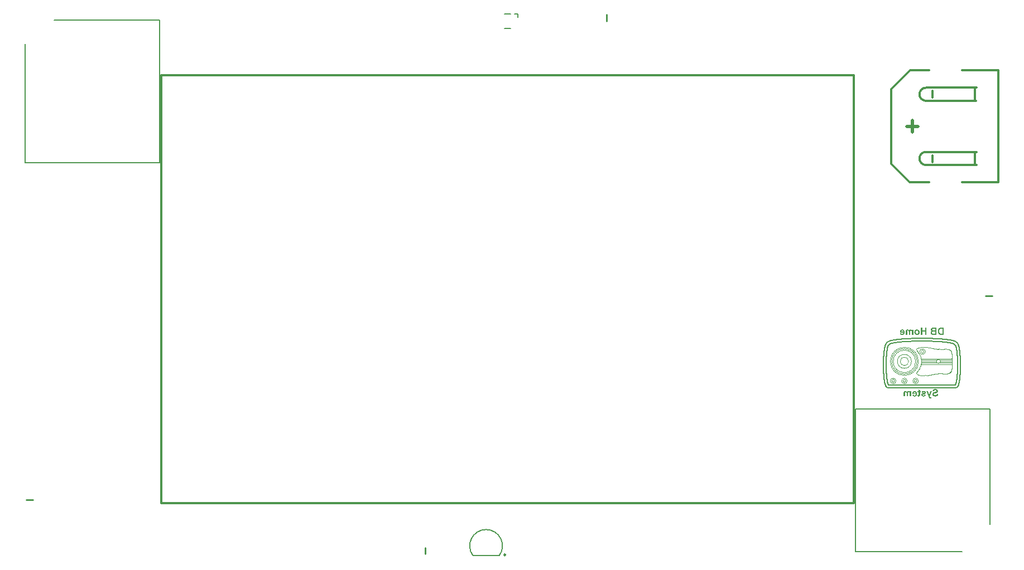
<source format=gbo>
G04*
G04 #@! TF.GenerationSoftware,Altium Limited,Altium Designer,18.1.7 (191)*
G04*
G04 Layer_Color=32896*
%FSLAX44Y44*%
%MOMM*%
G71*
G01*
G75*
%ADD10C,0.1063*%
%ADD11C,0.1275*%
%ADD13C,0.2500*%
%ADD14C,0.5000*%
%ADD15C,0.3500*%
%ADD16C,0.2540*%
%ADD19C,0.2000*%
%ADD203C,0.1500*%
G36*
X1361652Y358800D02*
X1361911Y358752D01*
X1362147Y358694D01*
X1362383Y358611D01*
X1362595Y358517D01*
X1362795Y358411D01*
X1362984Y358304D01*
X1363149Y358187D01*
X1363302Y358069D01*
X1363443Y357951D01*
X1363561Y357845D01*
X1363656Y357751D01*
X1363738Y357668D01*
X1363797Y357609D01*
X1363832Y357562D01*
X1363844Y357550D01*
Y358634D01*
X1365765D01*
Y350750D01*
X1363679D01*
Y354580D01*
Y354781D01*
X1363667Y354969D01*
Y355146D01*
X1363656Y355311D01*
X1363644Y355452D01*
X1363632Y355594D01*
X1363608Y355712D01*
X1363597Y355818D01*
X1363585Y355900D01*
X1363561Y355983D01*
X1363549Y356054D01*
X1363538Y356101D01*
X1363526Y356148D01*
Y356171D01*
X1363514Y356195D01*
X1363443Y356372D01*
X1363361Y356525D01*
X1363267Y356655D01*
X1363184Y356761D01*
X1363102Y356843D01*
X1363031Y356902D01*
X1362984Y356937D01*
X1362972Y356949D01*
X1362819Y357043D01*
X1362666Y357102D01*
X1362524Y357150D01*
X1362394Y357185D01*
X1362277Y357209D01*
X1362182Y357220D01*
X1362100D01*
X1361958Y357209D01*
X1361829Y357197D01*
X1361723Y357173D01*
X1361628Y357138D01*
X1361558Y357102D01*
X1361510Y357079D01*
X1361475Y357067D01*
X1361463Y357055D01*
X1361381Y356985D01*
X1361310Y356902D01*
X1361204Y356737D01*
X1361169Y356666D01*
X1361145Y356607D01*
X1361122Y356560D01*
Y356549D01*
X1361098Y356478D01*
X1361086Y356395D01*
X1361063Y356289D01*
X1361051Y356183D01*
X1361027Y355936D01*
X1361015Y355688D01*
X1361004Y355452D01*
Y355346D01*
Y355252D01*
Y355170D01*
Y355111D01*
Y355075D01*
Y355064D01*
Y350750D01*
X1358918D01*
Y354533D01*
Y354734D01*
X1358906Y354922D01*
Y355099D01*
X1358894Y355264D01*
X1358882Y355405D01*
X1358871Y355535D01*
X1358847Y355665D01*
X1358835Y355771D01*
X1358823Y355865D01*
X1358800Y355936D01*
X1358788Y356006D01*
X1358776Y356065D01*
X1358764Y356101D01*
Y356136D01*
X1358753Y356160D01*
X1358682Y356348D01*
X1358600Y356501D01*
X1358505Y356643D01*
X1358411Y356749D01*
X1358328Y356831D01*
X1358258Y356902D01*
X1358210Y356937D01*
X1358199Y356949D01*
X1358046Y357043D01*
X1357904Y357102D01*
X1357763Y357150D01*
X1357645Y357185D01*
X1357527Y357209D01*
X1357444Y357220D01*
X1357374D01*
X1357162Y357197D01*
X1356985Y357150D01*
X1356832Y357079D01*
X1356702Y356996D01*
X1356608Y356914D01*
X1356549Y356843D01*
X1356502Y356796D01*
X1356490Y356772D01*
X1356454Y356702D01*
X1356419Y356607D01*
X1356384Y356501D01*
X1356360Y356395D01*
X1356325Y356136D01*
X1356290Y355888D01*
X1356278Y355641D01*
Y355535D01*
X1356266Y355441D01*
Y355358D01*
Y355299D01*
Y355264D01*
Y355252D01*
Y350750D01*
X1354180D01*
Y355782D01*
Y355983D01*
X1354192Y356183D01*
X1354203Y356360D01*
X1354215Y356513D01*
X1354227Y356666D01*
X1354251Y356796D01*
X1354274Y356914D01*
X1354286Y357032D01*
X1354310Y357126D01*
X1354333Y357197D01*
X1354357Y357267D01*
X1354368Y357326D01*
X1354380Y357362D01*
X1354392Y357397D01*
X1354404Y357421D01*
X1354522Y357656D01*
X1354663Y357868D01*
X1354816Y358045D01*
X1354958Y358199D01*
X1355099Y358304D01*
X1355205Y358387D01*
X1355276Y358446D01*
X1355288Y358458D01*
X1355300D01*
X1355535Y358576D01*
X1355783Y358658D01*
X1356030Y358729D01*
X1356254Y358764D01*
X1356454Y358788D01*
X1356537Y358800D01*
X1356620Y358811D01*
X1356761D01*
X1357008Y358800D01*
X1357244Y358764D01*
X1357468Y358705D01*
X1357657Y358658D01*
X1357822Y358599D01*
X1357939Y358540D01*
X1357987Y358529D01*
X1358022Y358505D01*
X1358034Y358493D01*
X1358046D01*
X1358270Y358363D01*
X1358470Y358222D01*
X1358658Y358057D01*
X1358835Y357904D01*
X1358965Y357762D01*
X1359071Y357656D01*
X1359118Y357609D01*
X1359142Y357574D01*
X1359153Y357562D01*
X1359165Y357550D01*
X1359307Y357774D01*
X1359460Y357963D01*
X1359613Y358128D01*
X1359754Y358257D01*
X1359884Y358363D01*
X1359990Y358434D01*
X1360061Y358481D01*
X1360073Y358493D01*
X1360085D01*
X1360297Y358599D01*
X1360520Y358682D01*
X1360744Y358729D01*
X1360945Y358776D01*
X1361122Y358800D01*
X1361204D01*
X1361263Y358811D01*
X1361393D01*
X1361652Y358800D01*
D02*
G37*
G36*
X1385836Y350750D02*
X1383644D01*
Y355511D01*
X1379330D01*
Y350750D01*
X1377138D01*
Y361628D01*
X1379330D01*
Y357350D01*
X1383644D01*
Y361628D01*
X1385836D01*
Y350750D01*
D02*
G37*
G36*
X1349383Y358800D02*
X1349666Y358764D01*
X1349925Y358705D01*
X1350161Y358634D01*
X1350397Y358552D01*
X1350609Y358458D01*
X1350809Y358352D01*
X1350986Y358257D01*
X1351139Y358151D01*
X1351281Y358045D01*
X1351410Y357951D01*
X1351505Y357868D01*
X1351587Y357798D01*
X1351646Y357739D01*
X1351681Y357704D01*
X1351693Y357692D01*
X1351870Y357480D01*
X1352023Y357244D01*
X1352164Y356996D01*
X1352282Y356749D01*
X1352377Y356490D01*
X1352459Y356230D01*
X1352530Y355983D01*
X1352577Y355747D01*
X1352624Y355511D01*
X1352648Y355311D01*
X1352671Y355111D01*
X1352695Y354946D01*
Y354816D01*
X1352707Y354710D01*
Y354651D01*
Y354627D01*
X1352695Y354333D01*
X1352671Y354038D01*
X1352636Y353767D01*
X1352589Y353508D01*
X1352530Y353272D01*
X1352459Y353048D01*
X1352388Y352836D01*
X1352318Y352648D01*
X1352247Y352482D01*
X1352176Y352329D01*
X1352106Y352211D01*
X1352047Y352105D01*
X1352000Y352011D01*
X1351964Y351952D01*
X1351941Y351917D01*
X1351929Y351905D01*
X1351729Y351669D01*
X1351516Y351469D01*
X1351281Y351292D01*
X1351045Y351139D01*
X1350786Y351009D01*
X1350538Y350903D01*
X1350291Y350809D01*
X1350043Y350738D01*
X1349807Y350679D01*
X1349595Y350644D01*
X1349395Y350608D01*
X1349230Y350597D01*
X1349088Y350585D01*
X1348982Y350573D01*
X1348888D01*
X1348652Y350585D01*
X1348428Y350597D01*
X1348205Y350632D01*
X1348004Y350667D01*
X1347816Y350715D01*
X1347639Y350762D01*
X1347474Y350809D01*
X1347321Y350868D01*
X1347191Y350927D01*
X1347073Y350974D01*
X1346967Y351021D01*
X1346885Y351068D01*
X1346814Y351104D01*
X1346767Y351139D01*
X1346743Y351151D01*
X1346731Y351162D01*
X1346578Y351280D01*
X1346425Y351410D01*
X1346166Y351693D01*
X1345942Y351976D01*
X1345765Y352258D01*
X1345694Y352388D01*
X1345635Y352518D01*
X1345576Y352624D01*
X1345529Y352718D01*
X1345506Y352801D01*
X1345482Y352860D01*
X1345459Y352895D01*
Y352907D01*
X1347533Y353260D01*
X1347603Y353048D01*
X1347686Y352871D01*
X1347769Y352718D01*
X1347863Y352600D01*
X1347934Y352506D01*
X1347992Y352435D01*
X1348040Y352400D01*
X1348051Y352388D01*
X1348181Y352306D01*
X1348322Y352235D01*
X1348452Y352188D01*
X1348582Y352164D01*
X1348700Y352141D01*
X1348782Y352129D01*
X1348865D01*
X1348994Y352141D01*
X1349124Y352152D01*
X1349360Y352211D01*
X1349572Y352294D01*
X1349749Y352388D01*
X1349890Y352471D01*
X1349996Y352553D01*
X1350055Y352612D01*
X1350067Y352636D01*
X1350078D01*
X1350244Y352848D01*
X1350361Y353083D01*
X1350444Y353331D01*
X1350503Y353567D01*
X1350538Y353767D01*
X1350550Y353861D01*
X1350562Y353944D01*
X1350573Y354003D01*
Y354062D01*
Y354085D01*
Y354097D01*
X1345352D01*
Y354533D01*
X1345388Y354934D01*
X1345435Y355311D01*
X1345494Y355665D01*
X1345565Y355983D01*
X1345647Y356266D01*
X1345730Y356537D01*
X1345824Y356772D01*
X1345918Y356973D01*
X1346012Y357150D01*
X1346095Y357303D01*
X1346177Y357432D01*
X1346236Y357527D01*
X1346284Y357586D01*
X1346319Y357633D01*
X1346331Y357645D01*
X1346531Y357845D01*
X1346743Y358033D01*
X1346967Y358187D01*
X1347191Y358316D01*
X1347427Y358434D01*
X1347651Y358529D01*
X1347875Y358599D01*
X1348098Y358670D01*
X1348299Y358717D01*
X1348487Y358752D01*
X1348664Y358776D01*
X1348806Y358788D01*
X1348935Y358800D01*
X1349018Y358811D01*
X1349100D01*
X1349383Y358800D01*
D02*
G37*
G36*
X1412000Y350750D02*
X1407651D01*
X1407439Y350762D01*
X1407239Y350774D01*
X1407062Y350785D01*
X1406885Y350797D01*
X1406720Y350821D01*
X1406579Y350844D01*
X1406449Y350868D01*
X1406331Y350880D01*
X1406225Y350903D01*
X1406131Y350927D01*
X1406060Y350938D01*
X1406001Y350950D01*
X1405966Y350962D01*
X1405942Y350974D01*
X1405930D01*
X1405589Y351104D01*
X1405282Y351245D01*
X1405023Y351386D01*
X1404799Y351528D01*
X1404705Y351587D01*
X1404622Y351646D01*
X1404563Y351705D01*
X1404504Y351752D01*
X1404457Y351787D01*
X1404422Y351823D01*
X1404410Y351834D01*
X1404398Y351846D01*
X1404127Y352141D01*
X1403891Y352459D01*
X1403691Y352777D01*
X1403526Y353083D01*
X1403456Y353225D01*
X1403396Y353355D01*
X1403349Y353472D01*
X1403302Y353567D01*
X1403279Y353649D01*
X1403255Y353720D01*
X1403232Y353755D01*
Y353767D01*
X1403114Y354144D01*
X1403031Y354533D01*
X1402972Y354922D01*
X1402937Y355287D01*
X1402913Y355452D01*
X1402901Y355606D01*
Y355735D01*
X1402890Y355853D01*
Y355947D01*
Y356018D01*
Y356065D01*
Y356077D01*
Y356360D01*
X1402901Y356631D01*
X1402925Y356879D01*
X1402949Y357126D01*
X1402972Y357350D01*
X1403008Y357562D01*
X1403043Y357762D01*
X1403067Y357939D01*
X1403102Y358092D01*
X1403137Y358234D01*
X1403173Y358363D01*
X1403196Y358458D01*
X1403220Y358540D01*
X1403243Y358599D01*
X1403255Y358634D01*
Y358646D01*
X1403396Y359024D01*
X1403562Y359365D01*
X1403738Y359672D01*
X1403821Y359801D01*
X1403903Y359919D01*
X1403986Y360037D01*
X1404057Y360131D01*
X1404127Y360214D01*
X1404174Y360285D01*
X1404221Y360344D01*
X1404257Y360379D01*
X1404281Y360402D01*
X1404292Y360414D01*
X1404563Y360662D01*
X1404834Y360874D01*
X1405105Y361051D01*
X1405365Y361180D01*
X1405589Y361286D01*
X1405683Y361333D01*
X1405765Y361357D01*
X1405836Y361381D01*
X1405883Y361404D01*
X1405919Y361416D01*
X1405930D01*
X1406072Y361451D01*
X1406225Y361487D01*
X1406555Y361534D01*
X1406897Y361581D01*
X1407227Y361604D01*
X1407380Y361616D01*
X1407651D01*
X1407769Y361628D01*
X1412000D01*
Y350750D01*
D02*
G37*
G36*
X1401028D02*
X1396950D01*
X1396608Y350762D01*
X1396030D01*
X1395783Y350774D01*
X1395571D01*
X1395382Y350785D01*
X1395217D01*
X1395088Y350797D01*
X1394970D01*
X1394875Y350809D01*
X1394805D01*
X1394746Y350821D01*
X1394687D01*
X1394369Y350868D01*
X1394086Y350938D01*
X1393827Y351021D01*
X1393615Y351115D01*
X1393450Y351198D01*
X1393379Y351233D01*
X1393320Y351257D01*
X1393273Y351292D01*
X1393237Y351316D01*
X1393226Y351328D01*
X1393214D01*
X1393002Y351493D01*
X1392813Y351681D01*
X1392648Y351870D01*
X1392518Y352046D01*
X1392412Y352200D01*
X1392330Y352329D01*
X1392306Y352376D01*
X1392283Y352412D01*
X1392271Y352435D01*
Y352447D01*
X1392153Y352718D01*
X1392071Y352977D01*
X1392000Y353213D01*
X1391965Y353437D01*
X1391941Y353626D01*
X1391929Y353708D01*
X1391917Y353767D01*
Y353826D01*
Y353861D01*
Y353885D01*
Y353897D01*
Y354073D01*
X1391941Y354239D01*
X1392000Y354557D01*
X1392094Y354828D01*
X1392188Y355075D01*
X1392236Y355170D01*
X1392283Y355264D01*
X1392330Y355346D01*
X1392377Y355417D01*
X1392412Y355464D01*
X1392436Y355500D01*
X1392448Y355523D01*
X1392460Y355535D01*
X1392672Y355782D01*
X1392919Y355983D01*
X1393178Y356160D01*
X1393414Y356289D01*
X1393638Y356395D01*
X1393732Y356431D01*
X1393815Y356466D01*
X1393886Y356490D01*
X1393933Y356513D01*
X1393968Y356525D01*
X1393980D01*
X1393732Y356655D01*
X1393508Y356808D01*
X1393320Y356973D01*
X1393155Y357126D01*
X1393025Y357267D01*
X1392931Y357374D01*
X1392907Y357421D01*
X1392884Y357456D01*
X1392860Y357468D01*
Y357480D01*
X1392719Y357727D01*
X1392625Y357963D01*
X1392554Y358199D01*
X1392495Y358422D01*
X1392471Y358611D01*
X1392460Y358682D01*
Y358752D01*
X1392448Y358811D01*
Y358847D01*
Y358870D01*
Y358882D01*
X1392460Y359141D01*
X1392495Y359377D01*
X1392554Y359601D01*
X1392613Y359790D01*
X1392683Y359943D01*
X1392731Y360061D01*
X1392754Y360096D01*
X1392778Y360131D01*
X1392789Y360143D01*
Y360155D01*
X1392919Y360355D01*
X1393061Y360532D01*
X1393202Y360685D01*
X1393332Y360827D01*
X1393450Y360921D01*
X1393544Y361003D01*
X1393603Y361051D01*
X1393615Y361062D01*
X1393626D01*
X1393815Y361180D01*
X1394015Y361274D01*
X1394204Y361357D01*
X1394380Y361416D01*
X1394534Y361463D01*
X1394652Y361487D01*
X1394699Y361498D01*
X1394734Y361510D01*
X1394758D01*
X1394887Y361534D01*
X1395017Y361546D01*
X1395323Y361581D01*
X1395642Y361604D01*
X1395960Y361616D01*
X1396101D01*
X1396243Y361628D01*
X1401028D01*
Y350750D01*
D02*
G37*
G36*
X1371740Y358788D02*
X1372129Y358729D01*
X1372483Y358646D01*
X1372648Y358599D01*
X1372801Y358552D01*
X1372931Y358505D01*
X1373049Y358458D01*
X1373155Y358411D01*
X1373249Y358375D01*
X1373320Y358340D01*
X1373367Y358316D01*
X1373402Y358304D01*
X1373414Y358293D01*
X1373744Y358081D01*
X1374027Y357845D01*
X1374274Y357597D01*
X1374487Y357362D01*
X1374640Y357150D01*
X1374710Y357055D01*
X1374758Y356973D01*
X1374793Y356902D01*
X1374828Y356855D01*
X1374840Y356820D01*
X1374852Y356808D01*
X1374946Y356631D01*
X1375017Y356442D01*
X1375146Y356089D01*
X1375229Y355747D01*
X1375300Y355441D01*
X1375311Y355299D01*
X1375335Y355181D01*
X1375347Y355064D01*
Y354969D01*
X1375359Y354898D01*
Y354840D01*
Y354804D01*
Y354792D01*
X1375347Y354545D01*
X1375335Y354309D01*
X1375311Y354073D01*
X1375276Y353861D01*
X1375241Y353661D01*
X1375194Y353472D01*
X1375146Y353296D01*
X1375099Y353131D01*
X1375052Y352989D01*
X1375017Y352860D01*
X1374970Y352753D01*
X1374934Y352659D01*
X1374899Y352589D01*
X1374875Y352541D01*
X1374852Y352506D01*
Y352494D01*
X1374640Y352164D01*
X1374404Y351870D01*
X1374156Y351622D01*
X1373921Y351422D01*
X1373697Y351269D01*
X1373614Y351198D01*
X1373532Y351151D01*
X1373461Y351104D01*
X1373414Y351080D01*
X1373379Y351068D01*
X1373367Y351056D01*
X1373002Y350891D01*
X1372636Y350774D01*
X1372283Y350691D01*
X1371964Y350632D01*
X1371823Y350608D01*
X1371693Y350597D01*
X1371587Y350585D01*
X1371493D01*
X1371410Y350573D01*
X1371304D01*
X1370986Y350585D01*
X1370680Y350620D01*
X1370385Y350679D01*
X1370114Y350762D01*
X1369855Y350844D01*
X1369619Y350938D01*
X1369395Y351045D01*
X1369195Y351162D01*
X1369018Y351269D01*
X1368865Y351375D01*
X1368723Y351469D01*
X1368617Y351563D01*
X1368523Y351634D01*
X1368452Y351693D01*
X1368417Y351728D01*
X1368405Y351740D01*
X1368205Y351964D01*
X1368028Y352211D01*
X1367875Y352447D01*
X1367733Y352706D01*
X1367627Y352954D01*
X1367533Y353201D01*
X1367451Y353437D01*
X1367392Y353673D01*
X1367344Y353885D01*
X1367309Y354085D01*
X1367285Y354262D01*
X1367262Y354415D01*
Y354533D01*
X1367250Y354627D01*
Y354686D01*
Y354710D01*
X1367262Y355040D01*
X1367297Y355346D01*
X1367356Y355641D01*
X1367427Y355912D01*
X1367509Y356171D01*
X1367616Y356419D01*
X1367710Y356643D01*
X1367816Y356843D01*
X1367934Y357020D01*
X1368028Y357185D01*
X1368122Y357315D01*
X1368217Y357432D01*
X1368287Y357527D01*
X1368346Y357586D01*
X1368382Y357633D01*
X1368393Y357645D01*
X1368617Y357845D01*
X1368841Y358033D01*
X1369089Y358187D01*
X1369336Y358316D01*
X1369572Y358434D01*
X1369819Y358529D01*
X1370055Y358599D01*
X1370279Y358670D01*
X1370491Y358717D01*
X1370692Y358752D01*
X1370868Y358776D01*
X1371022Y358788D01*
X1371139Y358800D01*
X1371234Y358811D01*
X1371528D01*
X1371740Y358788D01*
D02*
G37*
G36*
X1358444Y265300D02*
X1358703Y265252D01*
X1358939Y265194D01*
X1359174Y265111D01*
X1359386Y265017D01*
X1359587Y264911D01*
X1359775Y264805D01*
X1359940Y264687D01*
X1360094Y264569D01*
X1360235Y264451D01*
X1360353Y264345D01*
X1360447Y264251D01*
X1360530Y264168D01*
X1360589Y264109D01*
X1360624Y264062D01*
X1360636Y264050D01*
Y265135D01*
X1362557D01*
Y257250D01*
X1360471D01*
Y261080D01*
Y261281D01*
X1360459Y261469D01*
Y261646D01*
X1360447Y261811D01*
X1360435Y261952D01*
X1360424Y262094D01*
X1360400Y262212D01*
X1360388Y262318D01*
X1360376Y262400D01*
X1360353Y262483D01*
X1360341Y262554D01*
X1360329Y262601D01*
X1360318Y262648D01*
Y262671D01*
X1360306Y262695D01*
X1360235Y262872D01*
X1360153Y263025D01*
X1360058Y263155D01*
X1359976Y263261D01*
X1359893Y263343D01*
X1359823Y263402D01*
X1359775Y263437D01*
X1359764Y263449D01*
X1359610Y263543D01*
X1359457Y263602D01*
X1359316Y263650D01*
X1359186Y263685D01*
X1359068Y263708D01*
X1358974Y263720D01*
X1358891D01*
X1358750Y263708D01*
X1358620Y263697D01*
X1358514Y263673D01*
X1358420Y263638D01*
X1358349Y263602D01*
X1358302Y263579D01*
X1358267Y263567D01*
X1358255Y263555D01*
X1358173Y263485D01*
X1358102Y263402D01*
X1357996Y263237D01*
X1357961Y263166D01*
X1357937Y263107D01*
X1357913Y263060D01*
Y263048D01*
X1357890Y262978D01*
X1357878Y262895D01*
X1357854Y262789D01*
X1357843Y262683D01*
X1357819Y262436D01*
X1357807Y262188D01*
X1357796Y261952D01*
Y261846D01*
Y261752D01*
Y261670D01*
Y261611D01*
Y261575D01*
Y261563D01*
Y257250D01*
X1355709D01*
Y261033D01*
Y261234D01*
X1355698Y261422D01*
Y261599D01*
X1355686Y261764D01*
X1355674Y261905D01*
X1355662Y262035D01*
X1355639Y262165D01*
X1355627Y262271D01*
X1355615Y262365D01*
X1355591Y262436D01*
X1355580Y262506D01*
X1355568Y262565D01*
X1355556Y262601D01*
Y262636D01*
X1355544Y262660D01*
X1355474Y262848D01*
X1355391Y263001D01*
X1355297Y263143D01*
X1355203Y263249D01*
X1355120Y263331D01*
X1355049Y263402D01*
X1355002Y263437D01*
X1354991Y263449D01*
X1354837Y263543D01*
X1354696Y263602D01*
X1354554Y263650D01*
X1354437Y263685D01*
X1354319Y263708D01*
X1354236Y263720D01*
X1354165D01*
X1353953Y263697D01*
X1353777Y263650D01*
X1353623Y263579D01*
X1353494Y263496D01*
X1353399Y263414D01*
X1353340Y263343D01*
X1353293Y263296D01*
X1353282Y263272D01*
X1353246Y263202D01*
X1353211Y263107D01*
X1353176Y263001D01*
X1353152Y262895D01*
X1353117Y262636D01*
X1353081Y262388D01*
X1353069Y262141D01*
Y262035D01*
X1353058Y261941D01*
Y261858D01*
Y261799D01*
Y261764D01*
Y261752D01*
Y257250D01*
X1350972D01*
Y262283D01*
Y262483D01*
X1350983Y262683D01*
X1350995Y262860D01*
X1351007Y263013D01*
X1351019Y263166D01*
X1351042Y263296D01*
X1351066Y263414D01*
X1351078Y263532D01*
X1351101Y263626D01*
X1351125Y263697D01*
X1351148Y263767D01*
X1351160Y263826D01*
X1351172Y263862D01*
X1351184Y263897D01*
X1351196Y263921D01*
X1351313Y264156D01*
X1351455Y264368D01*
X1351608Y264545D01*
X1351749Y264699D01*
X1351891Y264805D01*
X1351997Y264887D01*
X1352068Y264946D01*
X1352079Y264958D01*
X1352091D01*
X1352327Y265076D01*
X1352574Y265158D01*
X1352822Y265229D01*
X1353046Y265264D01*
X1353246Y265288D01*
X1353329Y265300D01*
X1353411Y265311D01*
X1353553D01*
X1353800Y265300D01*
X1354036Y265264D01*
X1354260Y265205D01*
X1354448Y265158D01*
X1354613Y265099D01*
X1354731Y265040D01*
X1354778Y265028D01*
X1354814Y265005D01*
X1354825Y264993D01*
X1354837D01*
X1355061Y264863D01*
X1355262Y264722D01*
X1355450Y264557D01*
X1355627Y264404D01*
X1355757Y264262D01*
X1355863Y264156D01*
X1355910Y264109D01*
X1355933Y264074D01*
X1355945Y264062D01*
X1355957Y264050D01*
X1356098Y264274D01*
X1356252Y264463D01*
X1356405Y264628D01*
X1356546Y264757D01*
X1356676Y264863D01*
X1356782Y264934D01*
X1356853Y264981D01*
X1356864Y264993D01*
X1356876D01*
X1357088Y265099D01*
X1357312Y265182D01*
X1357536Y265229D01*
X1357737Y265276D01*
X1357913Y265300D01*
X1357996D01*
X1358055Y265311D01*
X1358184D01*
X1358444Y265300D01*
D02*
G37*
G36*
X1390807Y257226D02*
X1390878Y256991D01*
X1390960Y256790D01*
X1391054Y256602D01*
X1391137Y256449D01*
X1391219Y256319D01*
X1391278Y256236D01*
X1391326Y256178D01*
X1391337Y256154D01*
X1391479Y256012D01*
X1391644Y255906D01*
X1391832Y255824D01*
X1391997Y255777D01*
X1392162Y255741D01*
X1392292Y255730D01*
X1392339Y255718D01*
X1392410D01*
X1392704Y255730D01*
X1392858Y255753D01*
X1392987Y255777D01*
X1393105Y255789D01*
X1393199Y255812D01*
X1393258Y255824D01*
X1393282D01*
X1393093Y254186D01*
X1392881Y254139D01*
X1392669Y254115D01*
X1392480Y254091D01*
X1392292Y254068D01*
X1392151D01*
X1392033Y254056D01*
X1391927D01*
X1391703Y254068D01*
X1391502Y254080D01*
X1391326Y254103D01*
X1391172Y254127D01*
X1391043Y254150D01*
X1390948Y254162D01*
X1390889Y254186D01*
X1390866D01*
X1390701Y254233D01*
X1390548Y254292D01*
X1390406Y254351D01*
X1390288Y254410D01*
X1390206Y254457D01*
X1390135Y254504D01*
X1390088Y254527D01*
X1390076Y254539D01*
X1389958Y254634D01*
X1389841Y254728D01*
X1389746Y254822D01*
X1389664Y254916D01*
X1389593Y254999D01*
X1389546Y255070D01*
X1389510Y255117D01*
X1389499Y255129D01*
X1389404Y255282D01*
X1389310Y255447D01*
X1389228Y255624D01*
X1389145Y255789D01*
X1389074Y255942D01*
X1389027Y256060D01*
X1389004Y256107D01*
X1388992Y256142D01*
X1388980Y256166D01*
Y256178D01*
X1388473Y257545D01*
X1385692Y265135D01*
X1387849D01*
X1389699Y259525D01*
X1391573Y265135D01*
X1393789D01*
X1390807Y257226D01*
D02*
G37*
G36*
X1375804Y266702D02*
Y265135D01*
X1376759D01*
Y263473D01*
X1375804D01*
Y260031D01*
Y259831D01*
Y259654D01*
Y259489D01*
X1375792Y259336D01*
Y259195D01*
X1375780Y259077D01*
Y258971D01*
X1375768Y258876D01*
Y258806D01*
Y258735D01*
X1375757Y258676D01*
Y258629D01*
X1375745Y258582D01*
Y258558D01*
X1375710Y258381D01*
X1375662Y258216D01*
X1375615Y258075D01*
X1375568Y257957D01*
X1375521Y257875D01*
X1375486Y257804D01*
X1375462Y257757D01*
X1375450Y257745D01*
X1375356Y257639D01*
X1375262Y257545D01*
X1375144Y257462D01*
X1375038Y257391D01*
X1374944Y257332D01*
X1374861Y257297D01*
X1374814Y257274D01*
X1374790Y257262D01*
X1374613Y257203D01*
X1374437Y257156D01*
X1374272Y257120D01*
X1374118Y257097D01*
X1373977Y257085D01*
X1373871Y257073D01*
X1373777D01*
X1373447Y257085D01*
X1373129Y257120D01*
X1372846Y257167D01*
X1372610Y257226D01*
X1372504Y257250D01*
X1372410Y257285D01*
X1372327Y257309D01*
X1372256Y257332D01*
X1372198Y257356D01*
X1372162Y257368D01*
X1372139Y257380D01*
X1372127D01*
X1372315Y258994D01*
X1372504Y258935D01*
X1372669Y258888D01*
X1372822Y258853D01*
X1372940Y258829D01*
X1373034Y258818D01*
X1373093Y258806D01*
X1373152D01*
X1373293Y258818D01*
X1373400Y258853D01*
X1373447Y258876D01*
X1373482Y258888D01*
X1373494Y258900D01*
X1373506D01*
X1373588Y258983D01*
X1373647Y259065D01*
X1373671Y259136D01*
X1373682Y259147D01*
Y259159D01*
Y259195D01*
X1373694Y259254D01*
Y259324D01*
X1373706Y259407D01*
Y259595D01*
X1373718Y259784D01*
Y259972D01*
Y260067D01*
Y260138D01*
Y260196D01*
Y260243D01*
Y260279D01*
Y260291D01*
Y263473D01*
X1372292D01*
Y265135D01*
X1373718D01*
Y267928D01*
X1375804Y266702D01*
D02*
G37*
G36*
X1368131Y265300D02*
X1368414Y265264D01*
X1368674Y265205D01*
X1368909Y265135D01*
X1369145Y265052D01*
X1369357Y264958D01*
X1369557Y264852D01*
X1369734Y264757D01*
X1369888Y264651D01*
X1370029Y264545D01*
X1370159Y264451D01*
X1370253Y264368D01*
X1370335Y264298D01*
X1370394Y264239D01*
X1370430Y264203D01*
X1370441Y264192D01*
X1370618Y263980D01*
X1370771Y263744D01*
X1370913Y263496D01*
X1371031Y263249D01*
X1371125Y262990D01*
X1371207Y262730D01*
X1371278Y262483D01*
X1371325Y262247D01*
X1371373Y262011D01*
X1371396Y261811D01*
X1371420Y261611D01*
X1371443Y261446D01*
Y261316D01*
X1371455Y261210D01*
Y261151D01*
Y261127D01*
X1371443Y260833D01*
X1371420Y260538D01*
X1371384Y260267D01*
X1371337Y260008D01*
X1371278Y259772D01*
X1371207Y259548D01*
X1371137Y259336D01*
X1371066Y259147D01*
X1370995Y258983D01*
X1370925Y258829D01*
X1370854Y258711D01*
X1370795Y258605D01*
X1370748Y258511D01*
X1370712Y258452D01*
X1370689Y258417D01*
X1370677Y258405D01*
X1370477Y258169D01*
X1370265Y257969D01*
X1370029Y257792D01*
X1369793Y257639D01*
X1369534Y257509D01*
X1369286Y257403D01*
X1369039Y257309D01*
X1368791Y257238D01*
X1368556Y257179D01*
X1368344Y257144D01*
X1368143Y257109D01*
X1367978Y257097D01*
X1367837Y257085D01*
X1367731Y257073D01*
X1367636D01*
X1367401Y257085D01*
X1367177Y257097D01*
X1366953Y257132D01*
X1366752Y257167D01*
X1366564Y257215D01*
X1366387Y257262D01*
X1366222Y257309D01*
X1366069Y257368D01*
X1365939Y257427D01*
X1365821Y257474D01*
X1365715Y257521D01*
X1365633Y257568D01*
X1365562Y257604D01*
X1365515Y257639D01*
X1365491Y257651D01*
X1365480Y257663D01*
X1365327Y257780D01*
X1365173Y257910D01*
X1364914Y258193D01*
X1364690Y258476D01*
X1364513Y258759D01*
X1364442Y258888D01*
X1364384Y259018D01*
X1364325Y259124D01*
X1364277Y259218D01*
X1364254Y259301D01*
X1364230Y259360D01*
X1364207Y259395D01*
Y259407D01*
X1366281Y259760D01*
X1366352Y259548D01*
X1366434Y259371D01*
X1366517Y259218D01*
X1366611Y259100D01*
X1366682Y259006D01*
X1366741Y258935D01*
X1366788Y258900D01*
X1366800Y258888D01*
X1366929Y258806D01*
X1367071Y258735D01*
X1367200Y258688D01*
X1367330Y258664D01*
X1367448Y258641D01*
X1367530Y258629D01*
X1367613D01*
X1367742Y258641D01*
X1367872Y258652D01*
X1368108Y258711D01*
X1368320Y258794D01*
X1368497Y258888D01*
X1368638Y258971D01*
X1368744Y259053D01*
X1368803Y259112D01*
X1368815Y259136D01*
X1368827D01*
X1368992Y259348D01*
X1369110Y259584D01*
X1369192Y259831D01*
X1369251Y260067D01*
X1369286Y260267D01*
X1369298Y260361D01*
X1369310Y260444D01*
X1369322Y260503D01*
Y260562D01*
Y260585D01*
Y260597D01*
X1364101D01*
Y261033D01*
X1364136Y261434D01*
X1364183Y261811D01*
X1364242Y262165D01*
X1364313Y262483D01*
X1364395Y262766D01*
X1364478Y263037D01*
X1364572Y263272D01*
X1364666Y263473D01*
X1364761Y263650D01*
X1364843Y263803D01*
X1364926Y263932D01*
X1364985Y264027D01*
X1365032Y264086D01*
X1365067Y264133D01*
X1365079Y264145D01*
X1365279Y264345D01*
X1365491Y264534D01*
X1365715Y264687D01*
X1365939Y264816D01*
X1366175Y264934D01*
X1366399Y265028D01*
X1366623Y265099D01*
X1366847Y265170D01*
X1367047Y265217D01*
X1367236Y265252D01*
X1367413Y265276D01*
X1367554Y265288D01*
X1367684Y265300D01*
X1367766Y265311D01*
X1367849D01*
X1368131Y265300D01*
D02*
G37*
G36*
X1381803D02*
X1382086Y265276D01*
X1382357Y265241D01*
X1382604Y265205D01*
X1382828Y265146D01*
X1383028Y265087D01*
X1383217Y265028D01*
X1383382Y264958D01*
X1383523Y264887D01*
X1383653Y264828D01*
X1383759Y264769D01*
X1383842Y264710D01*
X1383912Y264675D01*
X1383960Y264640D01*
X1383983Y264616D01*
X1383995Y264604D01*
X1384136Y264475D01*
X1384254Y264333D01*
X1384360Y264192D01*
X1384454Y264039D01*
X1384537Y263897D01*
X1384596Y263756D01*
X1384690Y263485D01*
X1384726Y263355D01*
X1384749Y263249D01*
X1384773Y263143D01*
X1384785Y263060D01*
X1384796Y262978D01*
Y262931D01*
Y262895D01*
Y262883D01*
X1384785Y262683D01*
X1384761Y262483D01*
X1384714Y262306D01*
X1384655Y262129D01*
X1384584Y261976D01*
X1384502Y261823D01*
X1384419Y261693D01*
X1384325Y261575D01*
X1384242Y261469D01*
X1384160Y261375D01*
X1384077Y261292D01*
X1384007Y261234D01*
X1383948Y261186D01*
X1383901Y261151D01*
X1383877Y261127D01*
X1383865Y261116D01*
X1383724Y261033D01*
X1383535Y260939D01*
X1383323Y260856D01*
X1383087Y260762D01*
X1382828Y260680D01*
X1382557Y260597D01*
X1382027Y260432D01*
X1381756Y260361D01*
X1381508Y260303D01*
X1381284Y260243D01*
X1381084Y260196D01*
X1380919Y260161D01*
X1380789Y260126D01*
X1380742Y260114D01*
X1380707D01*
X1380695Y260102D01*
X1380683D01*
X1380495Y260055D01*
X1380341Y260008D01*
X1380224Y259961D01*
X1380129Y259914D01*
X1380070Y259878D01*
X1380023Y259843D01*
X1380000Y259831D01*
X1379988Y259819D01*
X1379941Y259760D01*
X1379893Y259690D01*
X1379858Y259572D01*
X1379846Y259513D01*
X1379834Y259466D01*
Y259442D01*
Y259430D01*
X1379846Y259301D01*
X1379882Y259195D01*
X1379929Y259100D01*
X1379976Y259018D01*
X1380023Y258959D01*
X1380070Y258912D01*
X1380106Y258888D01*
X1380117Y258876D01*
X1380282Y258782D01*
X1380471Y258711D01*
X1380671Y258652D01*
X1380872Y258617D01*
X1381048Y258594D01*
X1381131D01*
X1381202Y258582D01*
X1381331D01*
X1381591Y258594D01*
X1381815Y258629D01*
X1382015Y258676D01*
X1382180Y258735D01*
X1382310Y258794D01*
X1382404Y258841D01*
X1382451Y258876D01*
X1382475Y258888D01*
X1382616Y259018D01*
X1382722Y259159D01*
X1382816Y259312D01*
X1382887Y259466D01*
X1382946Y259595D01*
X1382981Y259713D01*
X1382993Y259784D01*
X1383005Y259796D01*
Y259807D01*
X1385091Y259489D01*
X1385032Y259289D01*
X1384961Y259089D01*
X1384879Y258912D01*
X1384785Y258747D01*
X1384678Y258582D01*
X1384584Y258440D01*
X1384478Y258311D01*
X1384372Y258181D01*
X1384278Y258075D01*
X1384183Y257981D01*
X1384101Y257910D01*
X1384030Y257839D01*
X1383960Y257792D01*
X1383912Y257757D01*
X1383889Y257733D01*
X1383877Y257721D01*
X1383688Y257604D01*
X1383500Y257509D01*
X1383288Y257427D01*
X1383076Y257344D01*
X1382651Y257226D01*
X1382239Y257156D01*
X1382050Y257132D01*
X1381885Y257109D01*
X1381720Y257097D01*
X1381591Y257085D01*
X1381473Y257073D01*
X1381319D01*
X1381001Y257085D01*
X1380695Y257109D01*
X1380412Y257144D01*
X1380153Y257191D01*
X1379917Y257250D01*
X1379693Y257321D01*
X1379493Y257391D01*
X1379316Y257462D01*
X1379163Y257533D01*
X1379021Y257604D01*
X1378904Y257674D01*
X1378809Y257733D01*
X1378739Y257780D01*
X1378691Y257816D01*
X1378656Y257839D01*
X1378644Y257851D01*
X1378479Y258004D01*
X1378349Y258158D01*
X1378220Y258311D01*
X1378114Y258476D01*
X1378031Y258629D01*
X1377961Y258782D01*
X1377902Y258935D01*
X1377854Y259077D01*
X1377807Y259206D01*
X1377784Y259324D01*
X1377760Y259442D01*
X1377749Y259536D01*
X1377737Y259607D01*
Y259666D01*
Y259701D01*
Y259713D01*
X1377749Y259890D01*
X1377760Y260067D01*
X1377843Y260373D01*
X1377949Y260632D01*
X1378067Y260856D01*
X1378126Y260951D01*
X1378185Y261033D01*
X1378244Y261104D01*
X1378291Y261151D01*
X1378338Y261198D01*
X1378373Y261234D01*
X1378385Y261245D01*
X1378397Y261257D01*
X1378526Y261363D01*
X1378691Y261458D01*
X1378856Y261552D01*
X1379033Y261634D01*
X1379422Y261799D01*
X1379799Y261929D01*
X1379988Y261988D01*
X1380153Y262035D01*
X1380318Y262082D01*
X1380447Y262118D01*
X1380565Y262153D01*
X1380648Y262176D01*
X1380695Y262188D01*
X1380718D01*
X1381013Y262259D01*
X1381284Y262318D01*
X1381520Y262388D01*
X1381720Y262436D01*
X1381909Y262495D01*
X1382062Y262542D01*
X1382203Y262589D01*
X1382310Y262624D01*
X1382404Y262660D01*
X1382486Y262695D01*
X1382545Y262719D01*
X1382592Y262742D01*
X1382628Y262754D01*
X1382651Y262766D01*
X1382663Y262778D01*
X1382734Y262836D01*
X1382781Y262907D01*
X1382816Y262966D01*
X1382840Y263025D01*
X1382852Y263072D01*
X1382863Y263119D01*
Y263143D01*
Y263155D01*
X1382852Y263249D01*
X1382828Y263331D01*
X1382793Y263402D01*
X1382746Y263461D01*
X1382698Y263508D01*
X1382663Y263555D01*
X1382639Y263567D01*
X1382628Y263579D01*
X1382475Y263661D01*
X1382298Y263720D01*
X1382097Y263756D01*
X1381909Y263791D01*
X1381732Y263803D01*
X1381591Y263815D01*
X1381461D01*
X1381237Y263803D01*
X1381025Y263779D01*
X1380860Y263732D01*
X1380718Y263697D01*
X1380601Y263650D01*
X1380530Y263602D01*
X1380471Y263579D01*
X1380459Y263567D01*
X1380341Y263461D01*
X1380235Y263355D01*
X1380153Y263237D01*
X1380082Y263119D01*
X1380035Y263013D01*
X1380000Y262931D01*
X1379976Y262883D01*
Y262860D01*
X1378008Y263225D01*
X1378137Y263591D01*
X1378220Y263756D01*
X1378302Y263897D01*
X1378397Y264039D01*
X1378491Y264168D01*
X1378585Y264286D01*
X1378668Y264392D01*
X1378762Y264475D01*
X1378833Y264557D01*
X1378915Y264628D01*
X1378974Y264687D01*
X1379033Y264722D01*
X1379068Y264757D01*
X1379092Y264781D01*
X1379104D01*
X1379257Y264875D01*
X1379434Y264958D01*
X1379611Y265028D01*
X1379811Y265087D01*
X1380200Y265182D01*
X1380589Y265241D01*
X1380777Y265264D01*
X1380942Y265288D01*
X1381096Y265300D01*
X1381237D01*
X1381343Y265311D01*
X1381496D01*
X1381803Y265300D01*
D02*
G37*
G36*
X1399575Y268293D02*
X1399776Y268270D01*
X1399988Y268246D01*
X1400177Y268211D01*
X1400353Y268187D01*
X1400506Y268152D01*
X1400660Y268116D01*
X1400801Y268069D01*
X1400919Y268034D01*
X1401013Y268010D01*
X1401107Y267975D01*
X1401167Y267951D01*
X1401225Y267928D01*
X1401249Y267916D01*
X1401261D01*
X1401567Y267763D01*
X1401850Y267586D01*
X1402074Y267409D01*
X1402274Y267232D01*
X1402416Y267067D01*
X1402534Y266938D01*
X1402569Y266891D01*
X1402592Y266855D01*
X1402616Y266832D01*
Y266820D01*
X1402769Y266549D01*
X1402887Y266278D01*
X1402970Y266007D01*
X1403029Y265771D01*
X1403064Y265571D01*
X1403076Y265476D01*
Y265406D01*
X1403087Y265347D01*
Y265300D01*
Y265276D01*
Y265264D01*
X1403076Y265028D01*
X1403040Y264805D01*
X1402993Y264581D01*
X1402934Y264380D01*
X1402852Y264192D01*
X1402769Y264003D01*
X1402675Y263838D01*
X1402581Y263685D01*
X1402498Y263543D01*
X1402404Y263426D01*
X1402321Y263320D01*
X1402239Y263237D01*
X1402180Y263166D01*
X1402133Y263119D01*
X1402097Y263084D01*
X1402086Y263072D01*
X1401944Y262954D01*
X1401779Y262848D01*
X1401591Y262742D01*
X1401402Y262636D01*
X1400990Y262459D01*
X1400577Y262294D01*
X1400389Y262235D01*
X1400212Y262176D01*
X1400047Y262118D01*
X1399894Y262082D01*
X1399776Y262047D01*
X1399693Y262023D01*
X1399634Y262000D01*
X1399611D01*
X1399363Y261941D01*
X1399139Y261882D01*
X1398939Y261835D01*
X1398762Y261787D01*
X1398597Y261740D01*
X1398456Y261705D01*
X1398326Y261670D01*
X1398220Y261634D01*
X1398126Y261611D01*
X1398055Y261587D01*
X1397984Y261563D01*
X1397937Y261552D01*
X1397902Y261540D01*
X1397878D01*
X1397855Y261528D01*
X1397654Y261446D01*
X1397489Y261375D01*
X1397360Y261292D01*
X1397242Y261222D01*
X1397171Y261151D01*
X1397112Y261104D01*
X1397077Y261068D01*
X1397065Y261057D01*
X1396983Y260951D01*
X1396924Y260845D01*
X1396888Y260727D01*
X1396853Y260621D01*
X1396841Y260538D01*
X1396829Y260467D01*
Y260408D01*
Y260397D01*
Y260291D01*
X1396853Y260185D01*
X1396912Y259984D01*
X1397006Y259796D01*
X1397100Y259643D01*
X1397195Y259525D01*
X1397289Y259430D01*
X1397348Y259371D01*
X1397360Y259348D01*
X1397372D01*
X1397478Y259265D01*
X1397595Y259195D01*
X1397855Y259089D01*
X1398126Y259006D01*
X1398385Y258959D01*
X1398621Y258924D01*
X1398715Y258912D01*
X1398809D01*
X1398880Y258900D01*
X1398986D01*
X1399340Y258924D01*
X1399658Y258983D01*
X1399929Y259053D01*
X1400165Y259147D01*
X1400259Y259195D01*
X1400341Y259242D01*
X1400424Y259277D01*
X1400483Y259312D01*
X1400530Y259348D01*
X1400565Y259371D01*
X1400577Y259395D01*
X1400589D01*
X1400695Y259501D01*
X1400789Y259607D01*
X1400954Y259855D01*
X1401096Y260126D01*
X1401202Y260385D01*
X1401272Y260621D01*
X1401308Y260715D01*
X1401331Y260809D01*
X1401343Y260880D01*
X1401355Y260939D01*
X1401367Y260974D01*
Y260986D01*
X1403500Y260774D01*
X1403453Y260444D01*
X1403382Y260126D01*
X1403300Y259843D01*
X1403205Y259572D01*
X1403099Y259324D01*
X1402993Y259089D01*
X1402875Y258888D01*
X1402758Y258700D01*
X1402651Y258535D01*
X1402545Y258393D01*
X1402439Y258275D01*
X1402357Y258169D01*
X1402286Y258099D01*
X1402227Y258040D01*
X1402192Y258004D01*
X1402180Y257992D01*
X1401956Y257827D01*
X1401720Y257686D01*
X1401473Y257556D01*
X1401214Y257450D01*
X1400954Y257356D01*
X1400695Y257285D01*
X1400436Y257215D01*
X1400177Y257167D01*
X1399941Y257132D01*
X1399717Y257097D01*
X1399516Y257073D01*
X1399352Y257061D01*
X1399210D01*
X1399104Y257050D01*
X1398750D01*
X1398503Y257061D01*
X1398255Y257085D01*
X1398043Y257109D01*
X1397831Y257144D01*
X1397631Y257167D01*
X1397454Y257203D01*
X1397289Y257250D01*
X1397148Y257285D01*
X1397018Y257321D01*
X1396900Y257344D01*
X1396806Y257380D01*
X1396735Y257403D01*
X1396688Y257427D01*
X1396653Y257439D01*
X1396641D01*
X1396299Y257604D01*
X1396004Y257792D01*
X1395757Y258004D01*
X1395545Y258193D01*
X1395380Y258370D01*
X1395321Y258452D01*
X1395262Y258523D01*
X1395226Y258570D01*
X1395191Y258617D01*
X1395168Y258641D01*
Y258652D01*
X1395073Y258806D01*
X1394991Y258971D01*
X1394861Y259277D01*
X1394767Y259572D01*
X1394708Y259843D01*
X1394684Y259961D01*
X1394661Y260067D01*
X1394649Y260173D01*
Y260255D01*
X1394637Y260314D01*
Y260373D01*
Y260397D01*
Y260408D01*
X1394661Y260774D01*
X1394708Y261116D01*
X1394779Y261410D01*
X1394814Y261540D01*
X1394849Y261658D01*
X1394897Y261764D01*
X1394932Y261858D01*
X1394967Y261941D01*
X1395003Y262011D01*
X1395038Y262070D01*
X1395050Y262106D01*
X1395073Y262129D01*
Y262141D01*
X1395250Y262388D01*
X1395450Y262612D01*
X1395651Y262801D01*
X1395839Y262966D01*
X1396016Y263084D01*
X1396158Y263178D01*
X1396216Y263202D01*
X1396252Y263225D01*
X1396275Y263249D01*
X1396287D01*
X1396440Y263320D01*
X1396605Y263402D01*
X1396794Y263473D01*
X1396983Y263543D01*
X1397372Y263673D01*
X1397760Y263791D01*
X1397937Y263838D01*
X1398114Y263885D01*
X1398255Y263932D01*
X1398397Y263968D01*
X1398503Y263991D01*
X1398585Y264015D01*
X1398633Y264027D01*
X1398656D01*
X1398939Y264097D01*
X1399198Y264168D01*
X1399434Y264239D01*
X1399646Y264310D01*
X1399835Y264368D01*
X1400000Y264427D01*
X1400141Y264486D01*
X1400259Y264534D01*
X1400365Y264581D01*
X1400459Y264628D01*
X1400530Y264663D01*
X1400577Y264699D01*
X1400624Y264722D01*
X1400648Y264746D01*
X1400672Y264757D01*
X1400777Y264863D01*
X1400860Y264970D01*
X1400907Y265087D01*
X1400954Y265194D01*
X1400978Y265276D01*
X1400990Y265359D01*
Y265406D01*
Y265417D01*
X1400978Y265571D01*
X1400931Y265700D01*
X1400884Y265818D01*
X1400813Y265912D01*
X1400754Y265983D01*
X1400695Y266042D01*
X1400660Y266077D01*
X1400648Y266089D01*
X1400424Y266219D01*
X1400188Y266325D01*
X1399929Y266396D01*
X1399693Y266443D01*
X1399469Y266466D01*
X1399375Y266478D01*
X1399293Y266490D01*
X1399139D01*
X1398809Y266478D01*
X1398526Y266431D01*
X1398291Y266372D01*
X1398090Y266301D01*
X1397937Y266231D01*
X1397831Y266172D01*
X1397772Y266125D01*
X1397749Y266113D01*
X1397584Y265960D01*
X1397454Y265771D01*
X1397348Y265571D01*
X1397265Y265382D01*
X1397207Y265205D01*
X1397183Y265123D01*
X1397159Y265052D01*
X1397148Y265005D01*
Y264958D01*
X1397136Y264934D01*
Y264922D01*
X1394944Y265005D01*
X1394967Y265276D01*
X1395003Y265535D01*
X1395061Y265783D01*
X1395144Y266007D01*
X1395226Y266219D01*
X1395321Y266419D01*
X1395415Y266596D01*
X1395509Y266761D01*
X1395615Y266902D01*
X1395710Y267032D01*
X1395792Y267150D01*
X1395875Y267232D01*
X1395945Y267303D01*
X1395993Y267362D01*
X1396028Y267386D01*
X1396040Y267397D01*
X1396240Y267562D01*
X1396464Y267692D01*
X1396711Y267822D01*
X1396959Y267928D01*
X1397207Y268010D01*
X1397466Y268081D01*
X1397725Y268140D01*
X1397961Y268187D01*
X1398197Y268234D01*
X1398420Y268258D01*
X1398609Y268281D01*
X1398786Y268293D01*
X1398915Y268305D01*
X1399116D01*
X1399575Y268293D01*
D02*
G37*
%LPC*%
G36*
X1349053Y357220D02*
X1348982D01*
X1348759Y357197D01*
X1348546Y357150D01*
X1348358Y357067D01*
X1348205Y356985D01*
X1348075Y356890D01*
X1347981Y356808D01*
X1347922Y356761D01*
X1347898Y356737D01*
X1347745Y356549D01*
X1347639Y356325D01*
X1347556Y356101D01*
X1347497Y355877D01*
X1347462Y355676D01*
X1347450Y355594D01*
X1347439Y355523D01*
X1347427Y355452D01*
Y355405D01*
Y355382D01*
Y355370D01*
X1350538D01*
X1350526Y355676D01*
X1350479Y355936D01*
X1350408Y356171D01*
X1350326Y356360D01*
X1350244Y356513D01*
X1350173Y356619D01*
X1350126Y356690D01*
X1350102Y356713D01*
X1350020Y356808D01*
X1349925Y356879D01*
X1349749Y357008D01*
X1349560Y357102D01*
X1349383Y357161D01*
X1349218Y357197D01*
X1349100Y357209D01*
X1349053Y357220D01*
D02*
G37*
G36*
X1409808Y359790D02*
X1408370D01*
X1408170Y359778D01*
X1407981D01*
X1407816Y359766D01*
X1407663Y359754D01*
X1407533Y359742D01*
X1407427D01*
X1407321Y359731D01*
X1407239Y359719D01*
X1407168Y359707D01*
X1407121Y359695D01*
X1407074D01*
X1407050Y359683D01*
X1407027D01*
X1406803Y359624D01*
X1406602Y359542D01*
X1406425Y359459D01*
X1406284Y359377D01*
X1406166Y359295D01*
X1406072Y359224D01*
X1406025Y359177D01*
X1406001Y359165D01*
X1405860Y359012D01*
X1405730Y358847D01*
X1405624Y358670D01*
X1405542Y358505D01*
X1405471Y358352D01*
X1405412Y358222D01*
X1405400Y358187D01*
X1405388Y358151D01*
X1405376Y358128D01*
Y358116D01*
X1405341Y357986D01*
X1405306Y357845D01*
X1405247Y357527D01*
X1405211Y357209D01*
X1405176Y356902D01*
Y356749D01*
X1405164Y356619D01*
Y356501D01*
X1405153Y356395D01*
Y356301D01*
Y356242D01*
Y356195D01*
Y356183D01*
Y355959D01*
X1405164Y355735D01*
X1405176Y355535D01*
X1405188Y355335D01*
X1405200Y355158D01*
X1405223Y355005D01*
X1405247Y354851D01*
X1405259Y354710D01*
X1405282Y354592D01*
X1405306Y354486D01*
X1405329Y354403D01*
X1405341Y354321D01*
X1405353Y354262D01*
X1405365Y354227D01*
X1405376Y354203D01*
Y354191D01*
X1405471Y353932D01*
X1405565Y353720D01*
X1405659Y353543D01*
X1405754Y353390D01*
X1405824Y353284D01*
X1405895Y353201D01*
X1405942Y353154D01*
X1405954Y353142D01*
X1406095Y353036D01*
X1406237Y352942D01*
X1406390Y352860D01*
X1406532Y352789D01*
X1406649Y352742D01*
X1406744Y352706D01*
X1406814Y352695D01*
X1406826Y352683D01*
X1406838D01*
X1406920Y352671D01*
X1407015Y352648D01*
X1407215Y352624D01*
X1407439Y352612D01*
X1407663Y352600D01*
X1407852Y352589D01*
X1409808D01*
Y359790D01*
D02*
G37*
G36*
X1398835Y359813D02*
X1396820D01*
X1396620Y359801D01*
X1396302D01*
X1396160Y359790D01*
X1395960D01*
X1395877Y359778D01*
X1395771D01*
X1395736Y359766D01*
X1395701D01*
X1395500Y359731D01*
X1395335Y359683D01*
X1395194Y359624D01*
X1395076Y359554D01*
X1394982Y359495D01*
X1394911Y359436D01*
X1394875Y359401D01*
X1394864Y359389D01*
X1394769Y359259D01*
X1394699Y359129D01*
X1394652Y358988D01*
X1394616Y358858D01*
X1394593Y358752D01*
X1394581Y358658D01*
Y358599D01*
Y358576D01*
X1394593Y358387D01*
X1394628Y358222D01*
X1394687Y358069D01*
X1394746Y357951D01*
X1394805Y357845D01*
X1394864Y357774D01*
X1394899Y357727D01*
X1394911Y357715D01*
X1395040Y357609D01*
X1395182Y357527D01*
X1395335Y357456D01*
X1395477Y357409D01*
X1395594Y357374D01*
X1395701Y357350D01*
X1395771Y357338D01*
X1395865D01*
X1395960Y357326D01*
X1396066D01*
X1396184Y357315D01*
X1396443D01*
X1396714Y357303D01*
X1398835D01*
Y359813D01*
D02*
G37*
G36*
Y355488D02*
X1396797D01*
X1396549Y355476D01*
X1396325D01*
X1396125Y355464D01*
X1395948Y355452D01*
X1395783Y355441D01*
X1395642Y355417D01*
X1395524Y355405D01*
X1395418Y355393D01*
X1395335Y355370D01*
X1395264Y355358D01*
X1395206Y355346D01*
X1395158Y355335D01*
X1395135D01*
X1395111Y355323D01*
X1394958Y355252D01*
X1394817Y355181D01*
X1394699Y355099D01*
X1394604Y355016D01*
X1394522Y354946D01*
X1394475Y354887D01*
X1394440Y354840D01*
X1394428Y354828D01*
X1394345Y354698D01*
X1394286Y354557D01*
X1394239Y354415D01*
X1394216Y354286D01*
X1394192Y354180D01*
X1394180Y354085D01*
Y354026D01*
Y354003D01*
X1394192Y353802D01*
X1394227Y353614D01*
X1394286Y353461D01*
X1394333Y353331D01*
X1394392Y353225D01*
X1394451Y353142D01*
X1394487Y353095D01*
X1394498Y353083D01*
X1394616Y352966D01*
X1394758Y352871D01*
X1394887Y352801D01*
X1395017Y352742D01*
X1395123Y352695D01*
X1395217Y352671D01*
X1395276Y352648D01*
X1395300D01*
X1395370Y352636D01*
X1395453Y352624D01*
X1395559D01*
X1395665Y352612D01*
X1395913Y352600D01*
X1396172D01*
X1396420Y352589D01*
X1398835D01*
Y355488D01*
D02*
G37*
G36*
X1371399Y357114D02*
X1371316D01*
X1371163Y357102D01*
X1371022Y357091D01*
X1370762Y357020D01*
X1370526Y356914D01*
X1370326Y356808D01*
X1370161Y356690D01*
X1370043Y356584D01*
X1370008Y356549D01*
X1369973Y356513D01*
X1369961Y356501D01*
X1369949Y356490D01*
X1369855Y356372D01*
X1369760Y356230D01*
X1369631Y355947D01*
X1369525Y355653D01*
X1369466Y355358D01*
X1369442Y355229D01*
X1369419Y355099D01*
X1369407Y354993D01*
Y354887D01*
X1369395Y354816D01*
Y354745D01*
Y354710D01*
Y354698D01*
Y354486D01*
X1369419Y354274D01*
X1369442Y354085D01*
X1369478Y353909D01*
X1369525Y353755D01*
X1369572Y353602D01*
X1369619Y353461D01*
X1369666Y353343D01*
X1369725Y353237D01*
X1369772Y353142D01*
X1369819Y353060D01*
X1369866Y353001D01*
X1369902Y352954D01*
X1369925Y352919D01*
X1369937Y352895D01*
X1369949Y352883D01*
X1370055Y352777D01*
X1370161Y352683D01*
X1370279Y352600D01*
X1370397Y352530D01*
X1370621Y352424D01*
X1370845Y352353D01*
X1371033Y352306D01*
X1371116Y352294D01*
X1371175Y352282D01*
X1371234Y352270D01*
X1371316D01*
X1371469Y352282D01*
X1371611Y352294D01*
X1371870Y352365D01*
X1372106Y352459D01*
X1372306Y352577D01*
X1372459Y352695D01*
X1372589Y352789D01*
X1372624Y352824D01*
X1372660Y352860D01*
X1372672Y352871D01*
X1372683Y352883D01*
X1372778Y353001D01*
X1372860Y353142D01*
X1373002Y353425D01*
X1373096Y353732D01*
X1373155Y354015D01*
X1373178Y354156D01*
X1373202Y354286D01*
X1373214Y354392D01*
Y354498D01*
X1373225Y354568D01*
Y354639D01*
Y354675D01*
Y354686D01*
X1373214Y354898D01*
X1373202Y355099D01*
X1373178Y355287D01*
X1373143Y355464D01*
X1373096Y355629D01*
X1373049Y355771D01*
X1373002Y355912D01*
X1372954Y356030D01*
X1372907Y356136D01*
X1372860Y356230D01*
X1372813Y356313D01*
X1372766Y356372D01*
X1372730Y356419D01*
X1372707Y356466D01*
X1372683Y356478D01*
Y356490D01*
X1372577Y356596D01*
X1372459Y356702D01*
X1372353Y356784D01*
X1372235Y356855D01*
X1372012Y356961D01*
X1371788Y357032D01*
X1371599Y357079D01*
X1371517Y357091D01*
X1371446Y357102D01*
X1371399Y357114D01*
D02*
G37*
G36*
X1367801Y263720D02*
X1367731D01*
X1367507Y263697D01*
X1367295Y263650D01*
X1367106Y263567D01*
X1366953Y263485D01*
X1366823Y263390D01*
X1366729Y263308D01*
X1366670Y263261D01*
X1366646Y263237D01*
X1366493Y263048D01*
X1366387Y262825D01*
X1366305Y262601D01*
X1366246Y262377D01*
X1366210Y262176D01*
X1366199Y262094D01*
X1366187Y262023D01*
X1366175Y261952D01*
Y261905D01*
Y261882D01*
Y261870D01*
X1369286D01*
X1369275Y262176D01*
X1369227Y262436D01*
X1369157Y262671D01*
X1369074Y262860D01*
X1368992Y263013D01*
X1368921Y263119D01*
X1368874Y263190D01*
X1368850Y263214D01*
X1368768Y263308D01*
X1368674Y263379D01*
X1368497Y263508D01*
X1368308Y263602D01*
X1368131Y263661D01*
X1367966Y263697D01*
X1367849Y263708D01*
X1367801Y263720D01*
D02*
G37*
%LPD*%
D10*
X1358556Y310375D02*
G03*
X1358556Y310375I-6375J0D01*
G01*
X1362806D02*
G03*
X1362806Y310375I-10625J0D01*
G01*
X1369181D02*
G03*
X1369181Y310375I-17000J0D01*
G01*
X1371424D02*
G03*
X1371424Y310375I-19243J0D01*
G01*
X1373431D02*
G03*
X1373431Y310375I-21250J0D01*
G01*
X1381931Y325250D02*
G03*
X1381931Y325250I-2125J0D01*
G01*
X1384056D02*
G03*
X1384056Y325250I-4250J0D01*
G01*
X1373431Y280625D02*
G03*
X1373431Y280625I-4250J0D01*
G01*
X1371306D02*
G03*
X1371306Y280625I-2125J0D01*
G01*
X1356431D02*
G03*
X1356431Y280625I-4250J0D01*
G01*
X1354306D02*
G03*
X1354306Y280625I-2125J0D01*
G01*
X1339431D02*
G03*
X1339431Y280625I-4250J0D01*
G01*
X1337306D02*
G03*
X1337306Y280625I-2125J0D01*
G01*
X1406739Y310375D02*
G03*
X1406739Y310375I-3005J0D01*
G01*
X1424322Y305952D02*
G03*
X1424322Y306041I-129740J42D01*
G01*
X1421930Y293645D02*
G03*
X1422336Y294094I-3424J3502D01*
G01*
X1421821Y293541D02*
G03*
X1421930Y293645I-3377J3667D01*
G01*
X1421709Y293441D02*
G03*
X1421821Y293541I-3308J3815D01*
G01*
X1421594Y293344D02*
G03*
X1421709Y293441I-3245J3972D01*
G01*
X1421476Y293251D02*
G03*
X1421594Y293344I-3188J4139D01*
G01*
X1406239Y291943D02*
G03*
X1403836Y291876I-195J-35986D01*
G01*
X1383261Y288825D02*
G03*
X1385306Y288926I-1248J46248D01*
G01*
X1381080Y288816D02*
G03*
X1382189Y288808I902J47924D01*
G01*
X1371784Y290628D02*
G03*
X1371842Y290588I2306J3289D01*
G01*
X1371728Y290669D02*
G03*
X1371784Y290628I2257J3099D01*
G01*
X1371673Y290709D02*
G03*
X1371728Y290669I2210J2918D01*
G01*
X1371619Y290751D02*
G03*
X1371673Y290709I2163J2744D01*
G01*
X1371567Y290793D02*
G03*
X1371619Y290751I2118J2578D01*
G01*
X1371516Y290835D02*
G03*
X1371567Y290793I2074J2420D01*
G01*
X1371467Y290878D02*
G03*
X1371516Y290835I2030J2270D01*
G01*
X1371420Y290922D02*
G03*
X1371467Y290878I1988J2126D01*
G01*
X1371374Y290966D02*
G03*
X1371420Y290922I1948J1989D01*
G01*
X1371329Y291010D02*
G03*
X1371374Y290966I1909J1860D01*
G01*
X1371286Y291056D02*
G03*
X1371329Y291010I1872J1736D01*
G01*
X1371245Y291101D02*
G03*
X1371286Y291056I1836J1619D01*
G01*
X1371205Y291147D02*
G03*
X1371245Y291101I1802J1508D01*
G01*
X1371167Y291194D02*
G03*
X1371205Y291148I1771J1403D01*
G01*
X1371130Y291242D02*
G03*
X1371167Y291194I1741J1303D01*
G01*
X1371096Y291290D02*
G03*
X1371130Y291242I1713J1208D01*
G01*
X1371062Y291338D02*
G03*
X1371095Y291290I1688J1118D01*
G01*
X1371031Y291387D02*
G03*
X1371062Y291338I1665J1033D01*
G01*
X1371001Y291437D02*
G03*
X1371031Y291387I1645J953D01*
G01*
X1370973Y291487D02*
G03*
X1371001Y291437I1627J876D01*
G01*
X1370947Y291538D02*
G03*
X1370973Y291487I1612J803D01*
G01*
X1370922Y291590D02*
G03*
X1370947Y291538I1600J733D01*
G01*
X1370899Y291642D02*
G03*
X1370922Y291590I1591J666D01*
G01*
X1370878Y291694D02*
G03*
X1370899Y291642I1585J602D01*
G01*
X1370859Y291747D02*
G03*
X1370878Y291694I1582J541D01*
G01*
X1370826Y291855D02*
G03*
X1370859Y291747I1592J425D01*
G01*
X1370791Y292022D02*
G03*
X1370826Y291855I1623J257D01*
G01*
X1370783Y292079D02*
G03*
X1370791Y292022I1708J213D01*
G01*
X1370777Y292136D02*
G03*
X1370783Y292079I1769J162D01*
G01*
X1370772Y292194D02*
G03*
X1370777Y292136I1836J110D01*
G01*
X1370770Y292253D02*
G03*
X1370772Y292194I1909J56D01*
G01*
X1370769Y292312D02*
G03*
X1370770Y292253I1988J-1D01*
G01*
Y292371D02*
G03*
X1370769Y292312I2073J-60D01*
G01*
X1370772Y292431D02*
G03*
X1370770Y292371I2165J-123D01*
G01*
X1370777Y292492D02*
G03*
X1370772Y292431I2264J-190D01*
G01*
X1370782Y292553D02*
G03*
X1370777Y292492I2370J-261D01*
G01*
X1370790Y292615D02*
G03*
X1370783Y292553I2484J-336D01*
G01*
X1370799Y292678D02*
G03*
X1370790Y292615I2605J-416D01*
G01*
X1370810Y292740D02*
G03*
X1370799Y292677I2733J-501D01*
G01*
X1370822Y292804D02*
G03*
X1370810Y292740I2870J-592D01*
G01*
X1370836Y292868D02*
G03*
X1370822Y292804I3016J-688D01*
G01*
X1370852Y292932D02*
G03*
X1370836Y292868I3169J-791D01*
G01*
X1370869Y292997D02*
G03*
X1370852Y292932I3332J-901D01*
G01*
X1370887Y293063D02*
G03*
X1370869Y292997I3505J-1018D01*
G01*
X1370907Y293129D02*
G03*
X1370887Y293063I3687J-1143D01*
G01*
X1375645Y300569D02*
G03*
X1375832Y300919I-12679J6979D01*
G01*
X1375832Y300919D02*
G03*
X1376558Y302579I-12740J6564D01*
G01*
D02*
G03*
X1376651Y302840I-13784J5024D01*
G01*
X1376651Y302840D02*
G03*
X1376738Y303101I-14064J4827D01*
G01*
X1424322Y314709D02*
G03*
X1424322Y314798I-129740J47D01*
G01*
X1422336Y326656D02*
G03*
X1421930Y327105I-3830J-3052D01*
G01*
X1421930Y327105D02*
G03*
X1421821Y327209I-3486J-3564D01*
G01*
X1421821Y327209D02*
G03*
X1421709Y327309I-3420J-3715D01*
G01*
Y327309D02*
G03*
X1421594Y327406I-3360J-3875D01*
G01*
X1421594Y327406D02*
G03*
X1421476Y327499I-3306J-4045D01*
G01*
X1403836Y328874D02*
G03*
X1406239Y328807I2207J35919D01*
G01*
X1385306Y331824D02*
G03*
X1383261Y331925I-3292J-46148D01*
G01*
X1382189Y331942D02*
G03*
X1381080Y331934I-207J-47932D01*
G01*
X1371842Y330162D02*
G03*
X1371784Y330122I2248J-3329D01*
G01*
X1371784Y330122D02*
G03*
X1371728Y330081I2201J-3140D01*
G01*
X1371728D02*
G03*
X1371673Y330041I2155J-2959D01*
G01*
X1371673D02*
G03*
X1371619Y329999I2110J-2786D01*
G01*
D02*
G03*
X1371567Y329957I2066J-2620D01*
G01*
Y329957D02*
G03*
X1371516Y329915I2023J-2463D01*
G01*
X1371516D02*
G03*
X1371467Y329872I1981J-2313D01*
G01*
D02*
G03*
X1371420Y329828I1941J-2170D01*
G01*
X1371420D02*
G03*
X1371374Y329784I1902J-2034D01*
G01*
D02*
G03*
X1371329Y329740I1865J-1904D01*
G01*
D02*
G03*
X1371286Y329694I1829J-1781D01*
G01*
X1371286D02*
G03*
X1371245Y329649I1795J-1665D01*
G01*
Y329649D02*
G03*
X1371205Y329602I1763J-1554D01*
G01*
X1371205Y329602D02*
G03*
X1371167Y329556I1733J-1450D01*
G01*
Y329556D02*
G03*
X1371130Y329508I1704J-1350D01*
G01*
Y329508D02*
G03*
X1371096Y329460I1679J-1256D01*
G01*
X1371095D02*
G03*
X1371062Y329412I1655J-1167D01*
G01*
X1371062D02*
G03*
X1371031Y329363I1634J-1082D01*
G01*
X1371031Y329362D02*
G03*
X1371001Y329313I1615J-1002D01*
G01*
X1371001Y329313D02*
G03*
X1370973Y329263I1599J-926D01*
G01*
X1370973D02*
G03*
X1370947Y329212I1586J-853D01*
G01*
X1370947Y329212D02*
G03*
X1370922Y329160I1575J-784D01*
G01*
X1370922Y329160D02*
G03*
X1370899Y329108I1568J-718D01*
G01*
D02*
G03*
X1370878Y329056I1564J-655D01*
G01*
D02*
G03*
X1370859Y329003I1563J-594D01*
G01*
Y329003D02*
G03*
X1370826Y328895I1559J-533D01*
G01*
D02*
G03*
X1370791Y328728I1588J-424D01*
G01*
Y328728D02*
G03*
X1370783Y328671I1699J-270D01*
G01*
X1370783D02*
G03*
X1370777Y328614I1762J-220D01*
G01*
X1370777Y328614D02*
G03*
X1370772Y328556I1831J-168D01*
G01*
X1370772Y328556D02*
G03*
X1370770Y328497I1906J-115D01*
G01*
X1370770D02*
G03*
X1370769Y328438I1987J-58D01*
G01*
X1370769D02*
G03*
X1370770Y328379I2074J1D01*
G01*
Y328379D02*
G03*
X1370772Y328319I2168J63D01*
G01*
Y328319D02*
G03*
X1370777Y328258I2269J129D01*
G01*
Y328258D02*
G03*
X1370782Y328196I2376J199D01*
G01*
X1370783Y328197D02*
G03*
X1370790Y328135I2491J274D01*
G01*
X1370790D02*
G03*
X1370799Y328072I2614J353D01*
G01*
X1370799D02*
G03*
X1370810Y328009I2744J438D01*
G01*
D02*
G03*
X1370822Y327946I2883J528D01*
G01*
Y327946D02*
G03*
X1370836Y327882I3029J624D01*
G01*
X1370836Y327882D02*
G03*
X1370852Y327818I3185J727D01*
G01*
D02*
G03*
X1370869Y327753I3349J836D01*
G01*
D02*
G03*
X1370887Y327687I3523J953D01*
G01*
X1370887D02*
G03*
X1370907Y327621I3707J1077D01*
G01*
X1375832Y319831D02*
G03*
X1375645Y320181I-12865J-6629D01*
G01*
X1376558Y318171D02*
G03*
X1375832Y319831I-13466J-4905D01*
G01*
X1376651Y317910D02*
G03*
X1376558Y318171I-13876J-4763D01*
G01*
X1376738Y317649D02*
G03*
X1376651Y317910I-14151J-4566D01*
G01*
X1327633Y275447D02*
X1327761Y275197D01*
X1327889Y274976D01*
X1328018Y274784D01*
X1323198Y275100D02*
X1323213Y275056D01*
X1323228Y275013D01*
X1323244Y274970D01*
X1323259Y274926D01*
X1323274Y274883D01*
X1323290Y274840D01*
X1323306Y274797D01*
X1377705Y310375D02*
X1400728D01*
X1424270D02*
X1424273Y310204D01*
X1424275Y310118D01*
X1424276Y310032D01*
X1424278Y309946D01*
X1424279Y309861D01*
X1424281Y309775D01*
X1424282Y309689D01*
X1424284Y309603D01*
X1424285Y309518D01*
X1424287Y309432D01*
X1424288Y309346D01*
X1424290Y309260D01*
X1424291Y309174D01*
X1424293Y309088D01*
X1424294Y309002D01*
X1424295Y308916D01*
X1424297Y308830D01*
X1424298Y308744D01*
X1424299Y308658D01*
X1424301Y308572D01*
X1424302Y308486D01*
X1424303Y308399D01*
X1424304Y308313D01*
X1424306Y308227D01*
X1424307Y308140D01*
X1424308Y308053D01*
X1424309Y307967D01*
X1424310Y307880D01*
X1424311Y307794D01*
X1424312Y307707D01*
X1424313Y307620D01*
X1424314Y307533D01*
X1424315Y307446D01*
X1424315Y307359D01*
X1424316Y307272D01*
X1424317Y307184D01*
X1424317Y307097D01*
X1424318Y307010D01*
X1424319Y306922D01*
X1424319Y306834D01*
X1424320Y306747D01*
X1424320Y306659D01*
X1424321Y306571D01*
X1424321Y306483D01*
X1424321Y306395D01*
X1424322Y306306D01*
X1424322Y306218D01*
X1424322Y306130D01*
X1424322Y306041D01*
X1424322Y305863D02*
X1424322Y305952D01*
X1424322Y305774D02*
X1424322Y305863D01*
X1424321Y305685D02*
X1424322Y305774D01*
X1424321Y305596D02*
X1424321Y305685D01*
X1424321Y305507D02*
X1424321Y305596D01*
X1424321Y305417D02*
X1424321Y305507D01*
X1424320Y305328D02*
X1424321Y305417D01*
X1424320Y305238D02*
X1424320Y305328D01*
X1424319Y305148D02*
X1424320Y305238D01*
X1424318Y305058D02*
X1424319Y305148D01*
X1424318Y304968D02*
X1424318Y305058D01*
X1424317Y304878D02*
X1424318Y304968D01*
X1424316Y304787D02*
X1424317Y304878D01*
X1424315Y304697D02*
X1424316Y304787D01*
X1424314Y304606D02*
X1424315Y304697D01*
X1424312Y304424D02*
X1424314Y304606D01*
X1424309Y304241D02*
X1424312Y304424D01*
X1424306Y304058D02*
X1424309Y304241D01*
X1424303Y303874D02*
X1424306Y304058D01*
X1424299Y303689D02*
X1424303Y303874D01*
X1424295Y303504D02*
X1424299Y303689D01*
X1424290Y303318D02*
X1424295Y303504D01*
X1424286Y303131D02*
X1424290Y303318D01*
X1424280Y302943D02*
X1424286Y303131D01*
X1424275Y302754D02*
X1424280Y302943D01*
X1424269Y302565D02*
X1424275Y302754D01*
X1424266Y302470D02*
X1424269Y302565D01*
X1424262Y302375D02*
X1424266Y302470D01*
X1424259Y302280D02*
X1424262Y302375D01*
X1424255Y302184D02*
X1424259Y302280D01*
X1424252Y302089D02*
X1424255Y302184D01*
X1424248Y301993D02*
X1424252Y302089D01*
X1424244Y301897D02*
X1424248Y301993D01*
X1424240Y301801D02*
X1424244Y301897D01*
X1424236Y301705D02*
X1424240Y301801D01*
X1424231Y301609D02*
X1424236Y301705D01*
X1424226Y301512D02*
X1424231Y301609D01*
X1424221Y301416D02*
X1424226Y301512D01*
X1424216Y301319D02*
X1424221Y301416D01*
X1424211Y301223D02*
X1424216Y301319D01*
X1424206Y301126D02*
X1424211Y301223D01*
X1424200Y301030D02*
X1424206Y301126D01*
X1424194Y300933D02*
X1424200Y301030D01*
X1424188Y300836D02*
X1424194Y300933D01*
X1424182Y300740D02*
X1424188Y300836D01*
X1424175Y300643D02*
X1424182Y300740D01*
X1424169Y300547D02*
X1424175Y300643D01*
X1424161Y300450D02*
X1424169Y300547D01*
X1424154Y300354D02*
X1424161Y300450D01*
X1424147Y300257D02*
X1424154Y300354D01*
X1424138Y300161D02*
X1424147Y300257D01*
X1424130Y300065D02*
X1424138Y300161D01*
X1424122Y299968D02*
X1424130Y300065D01*
X1424113Y299872D02*
X1424122Y299968D01*
X1424104Y299776D02*
X1424113Y299872D01*
X1424095Y299681D02*
X1424104Y299776D01*
X1424085Y299585D02*
X1424095Y299681D01*
X1424075Y299489D02*
X1424085Y299585D01*
X1424064Y299394D02*
X1424075Y299489D01*
X1424054Y299299D02*
X1424064Y299394D01*
X1424043Y299204D02*
X1424054Y299299D01*
X1424031Y299109D02*
X1424043Y299204D01*
X1424020Y299014D02*
X1424031Y299109D01*
X1424007Y298920D02*
X1424020Y299014D01*
X1423995Y298826D02*
X1424007Y298920D01*
X1423982Y298732D02*
X1423995Y298826D01*
X1423969Y298638D02*
X1423982Y298732D01*
X1423955Y298545D02*
X1423969Y298638D01*
X1423941Y298452D02*
X1423955Y298545D01*
X1423926Y298359D02*
X1423941Y298452D01*
X1423911Y298267D02*
X1423926Y298359D01*
X1423896Y298174D02*
X1423911Y298267D01*
X1423880Y298082D02*
X1423896Y298174D01*
X1423864Y297991D02*
X1423880Y298082D01*
X1423847Y297900D02*
X1423864Y297991D01*
X1423830Y297809D02*
X1423847Y297900D01*
X1423813Y297718D02*
X1423830Y297809D01*
X1423795Y297628D02*
X1423813Y297718D01*
X1423776Y297539D02*
X1423795Y297628D01*
X1423757Y297449D02*
X1423776Y297539D01*
X1423738Y297360D02*
X1423757Y297449D01*
X1423718Y297272D02*
X1423738Y297360D01*
X1423697Y297184D02*
X1423718Y297272D01*
X1423676Y297097D02*
X1423697Y297184D01*
X1423654Y297009D02*
X1423676Y297097D01*
X1423633Y296923D02*
X1423654Y297009D01*
X1423610Y296837D02*
X1423633Y296923D01*
X1423587Y296751D02*
X1423610Y296837D01*
X1423563Y296666D02*
X1423587Y296751D01*
X1423539Y296581D02*
X1423563Y296666D01*
X1423514Y296497D02*
X1423539Y296581D01*
X1423489Y296414D02*
X1423514Y296497D01*
X1423463Y296331D02*
X1423489Y296414D01*
X1423436Y296248D02*
X1423463Y296331D01*
X1423409Y296166D02*
X1423436Y296248D01*
X1423382Y296085D02*
X1423409Y296166D01*
X1423353Y296004D02*
X1423382Y296085D01*
X1423324Y295924D02*
X1423353Y296004D01*
X1423295Y295845D02*
X1423324Y295924D01*
X1423265Y295766D02*
X1423295Y295845D01*
X1423234Y295688D02*
X1423265Y295766D01*
X1423202Y295610D02*
X1423234Y295688D01*
X1423170Y295534D02*
X1423202Y295610D01*
X1423138Y295457D02*
X1423170Y295534D01*
X1423104Y295382D02*
X1423138Y295457D01*
X1423070Y295307D02*
X1423104Y295382D01*
X1423036Y295233D02*
X1423070Y295307D01*
X1423000Y295160D02*
X1423036Y295233D01*
X1422964Y295087D02*
X1423000Y295160D01*
X1422927Y295015D02*
X1422964Y295087D01*
X1422890Y294944D02*
X1422927Y295015D01*
X1422852Y294874D02*
X1422890Y294944D01*
X1422813Y294804D02*
X1422852Y294874D01*
X1422773Y294736D02*
X1422813Y294804D01*
X1422733Y294668D02*
X1422773Y294736D01*
X1422692Y294601D02*
X1422733Y294668D01*
X1422650Y294534D02*
X1422692Y294601D01*
X1422608Y294469D02*
X1422650Y294534D01*
X1422564Y294404D02*
X1422608Y294469D01*
X1422520Y294340D02*
X1422564Y294404D01*
X1422475Y294277D02*
X1422520Y294340D01*
X1422430Y294215D02*
X1422475Y294277D01*
X1422383Y294154D02*
X1422430Y294215D01*
X1422336Y294094D02*
X1422383Y294154D01*
X1421416Y293205D02*
X1421476Y293251D01*
X1421355Y293160D02*
X1421416Y293205D01*
X1421294Y293116D02*
X1421355Y293160D01*
X1421232Y293073D02*
X1421294Y293116D01*
X1421169Y293031D02*
X1421232Y293073D01*
X1421106Y292990D02*
X1421169Y293031D01*
X1421042Y292949D02*
X1421106Y292990D01*
X1420977Y292909D02*
X1421042Y292949D01*
X1420912Y292869D02*
X1420977Y292909D01*
X1420845Y292831D02*
X1420912Y292869D01*
X1420779Y292793D02*
X1420845Y292831D01*
X1420711Y292756D02*
X1420779Y292793D01*
X1420643Y292720D02*
X1420711Y292756D01*
X1420575Y292684D02*
X1420643Y292720D01*
X1420506Y292649D02*
X1420575Y292684D01*
X1420436Y292615D02*
X1420506Y292649D01*
X1420365Y292582D02*
X1420436Y292615D01*
X1420294Y292549D02*
X1420365Y292582D01*
X1420223Y292517D02*
X1420294Y292549D01*
X1420150Y292486D02*
X1420223Y292517D01*
X1420078Y292455D02*
X1420150Y292486D01*
X1420004Y292425D02*
X1420078Y292455D01*
X1419930Y292396D02*
X1420004Y292425D01*
X1419855Y292368D02*
X1419930Y292396D01*
X1419780Y292340D02*
X1419855Y292368D01*
X1419705Y292312D02*
X1419780Y292340D01*
X1419628Y292286D02*
X1419705Y292312D01*
X1419552Y292260D02*
X1419628Y292286D01*
X1419474Y292234D02*
X1419552Y292260D01*
X1419397Y292210D02*
X1419474Y292234D01*
X1419318Y292185D02*
X1419397Y292210D01*
X1419239Y292162D02*
X1419318Y292185D01*
X1419160Y292139D02*
X1419239Y292162D01*
X1419080Y292117D02*
X1419160Y292139D01*
X1418999Y292095D02*
X1419080Y292117D01*
X1418918Y292074D02*
X1418999Y292095D01*
X1418837Y292053D02*
X1418918Y292074D01*
X1418755Y292034D02*
X1418837Y292053D01*
X1418673Y292014D02*
X1418755Y292034D01*
X1418590Y291995D02*
X1418673Y292014D01*
X1418506Y291977D02*
X1418590Y291995D01*
X1418423Y291959D02*
X1418506Y291977D01*
X1418338Y291942D02*
X1418423Y291959D01*
X1418254Y291925D02*
X1418338Y291942D01*
X1418168Y291909D02*
X1418254Y291925D01*
X1418083Y291894D02*
X1418168Y291909D01*
X1417997Y291879D02*
X1418083Y291894D01*
X1417910Y291864D02*
X1417997Y291879D01*
X1417823Y291850D02*
X1417910Y291864D01*
X1417736Y291836D02*
X1417823Y291850D01*
X1417648Y291824D02*
X1417736Y291836D01*
X1417560Y291811D02*
X1417648Y291824D01*
X1417472Y291799D02*
X1417560Y291811D01*
X1417383Y291787D02*
X1417472Y291799D01*
X1417294Y291776D02*
X1417383Y291787D01*
X1417204Y291765D02*
X1417294Y291776D01*
X1417114Y291755D02*
X1417204Y291765D01*
X1417023Y291745D02*
X1417114Y291755D01*
X1416932Y291736D02*
X1417023Y291745D01*
X1416841Y291727D02*
X1416932Y291736D01*
X1416750Y291719D02*
X1416841Y291727D01*
X1416658Y291710D02*
X1416750Y291719D01*
X1416566Y291703D02*
X1416658Y291710D01*
X1416473Y291696D02*
X1416566Y291703D01*
X1416380Y291689D02*
X1416473Y291696D01*
X1416287Y291682D02*
X1416380Y291689D01*
X1416193Y291676D02*
X1416287Y291682D01*
X1416100Y291671D02*
X1416193Y291676D01*
X1416005Y291665D02*
X1416100Y291671D01*
X1415911Y291660D02*
X1416005Y291665D01*
X1415816Y291656D02*
X1415911Y291660D01*
X1415721Y291652D02*
X1415816Y291656D01*
X1415626Y291648D02*
X1415721Y291652D01*
X1415530Y291644D02*
X1415626Y291648D01*
X1415435Y291641D02*
X1415530Y291644D01*
X1415338Y291639D02*
X1415435Y291641D01*
X1415242Y291636D02*
X1415338Y291639D01*
X1415145Y291634D02*
X1415242Y291636D01*
X1415049Y291632D02*
X1415145Y291634D01*
X1414951Y291630D02*
X1415049Y291632D01*
X1414854Y291629D02*
X1414951Y291630D01*
X1414756Y291628D02*
X1414854Y291629D01*
X1414659Y291628D02*
X1414756Y291628D01*
X1414561Y291627D02*
X1414659Y291628D01*
X1414462Y291627D02*
X1414561Y291627D01*
X1414364D02*
X1414462Y291627D01*
X1414265Y291628D02*
X1414364Y291627D01*
X1414166Y291628D02*
X1414265Y291628D01*
X1414067Y291629D02*
X1414166Y291628D01*
X1413968Y291630D02*
X1414067Y291629D01*
X1413869Y291632D02*
X1413968Y291630D01*
X1413769Y291633D02*
X1413869Y291632D01*
X1413669Y291635D02*
X1413769Y291633D01*
X1413569Y291637D02*
X1413669Y291635D01*
X1413469Y291639D02*
X1413569Y291637D01*
X1413369Y291642D02*
X1413469Y291639D01*
X1413269Y291645D02*
X1413369Y291642D01*
X1413168Y291648D02*
X1413269Y291645D01*
X1413068Y291651D02*
X1413168Y291648D01*
X1412967Y291654D02*
X1413068Y291651D01*
X1412866Y291657D02*
X1412967Y291654D01*
X1412765Y291661D02*
X1412866Y291657D01*
X1412664Y291665D02*
X1412765Y291661D01*
X1412563Y291668D02*
X1412664Y291665D01*
X1412462Y291673D02*
X1412563Y291668D01*
X1412360Y291677D02*
X1412462Y291673D01*
X1412259Y291681D02*
X1412360Y291677D01*
X1412157Y291686D02*
X1412259Y291681D01*
X1412056Y291690D02*
X1412157Y291686D01*
X1411954Y291695D02*
X1412056Y291690D01*
X1411852Y291700D02*
X1411954Y291695D01*
X1411750Y291704D02*
X1411852Y291700D01*
X1411649Y291709D02*
X1411750Y291704D01*
X1411547Y291714D02*
X1411649Y291709D01*
X1411445Y291720D02*
X1411547Y291714D01*
X1411343Y291725D02*
X1411445Y291720D01*
X1411241Y291730D02*
X1411343Y291725D01*
X1411139Y291735D02*
X1411241Y291730D01*
X1411037Y291741D02*
X1411139Y291735D01*
X1410935Y291746D02*
X1411037Y291741D01*
X1410833Y291752D02*
X1410935Y291746D01*
X1410731Y291758D02*
X1410833Y291752D01*
X1410629Y291763D02*
X1410731Y291758D01*
X1410527Y291769D02*
X1410629Y291763D01*
X1410425Y291774D02*
X1410527Y291769D01*
X1410323Y291780D02*
X1410425Y291774D01*
X1410221Y291786D02*
X1410323Y291780D01*
X1410119Y291791D02*
X1410221Y291786D01*
X1410017Y291797D02*
X1410119Y291791D01*
X1409915Y291803D02*
X1410017Y291797D01*
X1409814Y291808D02*
X1409915Y291803D01*
X1409712Y291814D02*
X1409814Y291808D01*
X1409610Y291819D02*
X1409712Y291814D01*
X1409509Y291825D02*
X1409610Y291819D01*
X1409408Y291830D02*
X1409509Y291825D01*
X1409306Y291836D02*
X1409408Y291830D01*
X1409205Y291841D02*
X1409306Y291836D01*
X1409104Y291846D02*
X1409205Y291841D01*
X1409003Y291852D02*
X1409104Y291846D01*
X1408902Y291857D02*
X1409003Y291852D01*
X1408801Y291862D02*
X1408902Y291857D01*
X1408700Y291867D02*
X1408801Y291862D01*
X1408600Y291872D02*
X1408700Y291867D01*
X1408499Y291877D02*
X1408600Y291872D01*
X1408399Y291881D02*
X1408499Y291877D01*
X1408299Y291886D02*
X1408399Y291881D01*
X1408199Y291890D02*
X1408299Y291886D01*
X1408099Y291894D02*
X1408199Y291890D01*
X1407999Y291899D02*
X1408099Y291894D01*
X1407899Y291903D02*
X1407999Y291899D01*
X1407800Y291907D02*
X1407899Y291903D01*
X1407701Y291910D02*
X1407800Y291907D01*
X1407602Y291914D02*
X1407701Y291910D01*
X1407503Y291917D02*
X1407602Y291914D01*
X1407404Y291920D02*
X1407503Y291917D01*
X1407306Y291923D02*
X1407404Y291920D01*
X1407208Y291926D02*
X1407306Y291923D01*
X1407110Y291929D02*
X1407208Y291926D01*
X1407012Y291931D02*
X1407110Y291929D01*
X1406915Y291934D02*
X1407012Y291931D01*
X1406817Y291936D02*
X1406915Y291934D01*
X1406720Y291938D02*
X1406817Y291936D01*
X1406623Y291939D02*
X1406720Y291938D01*
X1406527Y291940D02*
X1406623Y291939D01*
X1406430Y291942D02*
X1406527Y291940D01*
X1406334Y291943D02*
X1406430Y291942D01*
X1406239Y291943D02*
X1406334Y291943D01*
X1403480Y291852D02*
X1403836Y291876D01*
X1403127Y291826D02*
X1403480Y291852D01*
X1402864Y291804D02*
X1403127Y291826D01*
X1402603Y291780D02*
X1402864Y291804D01*
X1402430Y291763D02*
X1402603Y291780D01*
X1402258Y291746D02*
X1402430Y291763D01*
X1402086Y291727D02*
X1402258Y291746D01*
X1401915Y291709D02*
X1402086Y291727D01*
X1401745Y291689D02*
X1401915Y291709D01*
X1401575Y291669D02*
X1401745Y291689D01*
X1401406Y291648D02*
X1401575Y291669D01*
X1401237Y291627D02*
X1401406Y291648D01*
X1401069Y291604D02*
X1401237Y291627D01*
X1400902Y291582D02*
X1401069Y291604D01*
X1400735Y291559D02*
X1400902Y291582D01*
X1400568Y291535D02*
X1400735Y291559D01*
X1400485Y291523D02*
X1400568Y291535D01*
X1400402Y291511D02*
X1400485Y291523D01*
X1400320Y291498D02*
X1400402Y291511D01*
X1400237Y291486D02*
X1400320Y291498D01*
X1400154Y291473D02*
X1400237Y291486D01*
X1400072Y291460D02*
X1400154Y291473D01*
X1399989Y291448D02*
X1400072Y291460D01*
X1399907Y291434D02*
X1399989Y291448D01*
X1399825Y291421D02*
X1399907Y291434D01*
X1399743Y291408D02*
X1399825Y291421D01*
X1399661Y291395D02*
X1399743Y291408D01*
X1399579Y291381D02*
X1399661Y291395D01*
X1399497Y291368D02*
X1399579Y291381D01*
X1399416Y291354D02*
X1399497Y291368D01*
X1399334Y291340D02*
X1399416Y291354D01*
X1399252Y291326D02*
X1399334Y291340D01*
X1399171Y291312D02*
X1399252Y291326D01*
X1399090Y291298D02*
X1399171Y291312D01*
X1399008Y291284D02*
X1399090Y291298D01*
X1398927Y291269D02*
X1399008Y291284D01*
X1398846Y291255D02*
X1398927Y291269D01*
X1398765Y291240D02*
X1398846Y291255D01*
X1398684Y291226D02*
X1398765Y291240D01*
X1398603Y291211D02*
X1398684Y291226D01*
X1398522Y291196D02*
X1398603Y291211D01*
X1398442Y291181D02*
X1398522Y291196D01*
X1398361Y291166D02*
X1398442Y291181D01*
X1398280Y291151D02*
X1398361Y291166D01*
X1398200Y291136D02*
X1398280Y291151D01*
X1398119Y291120D02*
X1398200Y291136D01*
X1398038Y291105D02*
X1398119Y291120D01*
X1397958Y291090D02*
X1398038Y291105D01*
X1397878Y291074D02*
X1397958Y291090D01*
X1397797Y291059D02*
X1397878Y291074D01*
X1397717Y291043D02*
X1397797Y291059D01*
X1397637Y291027D02*
X1397717Y291043D01*
X1397556Y291011D02*
X1397637Y291027D01*
X1397476Y290996D02*
X1397556Y291011D01*
X1397396Y290979D02*
X1397476Y290996D01*
X1397316Y290963D02*
X1397396Y290979D01*
X1397236Y290947D02*
X1397316Y290963D01*
X1397156Y290931D02*
X1397236Y290947D01*
X1397076Y290915D02*
X1397156Y290931D01*
X1396996Y290899D02*
X1397076Y290915D01*
X1396916Y290882D02*
X1396996Y290899D01*
X1396836Y290866D02*
X1396916Y290882D01*
X1396756Y290850D02*
X1396836Y290866D01*
X1396676Y290833D02*
X1396756Y290850D01*
X1396596Y290817D02*
X1396676Y290833D01*
X1396516Y290800D02*
X1396596Y290817D01*
X1396436Y290783D02*
X1396516Y290800D01*
X1396356Y290767D02*
X1396436Y290783D01*
X1396276Y290750D02*
X1396356Y290767D01*
X1396196Y290733D02*
X1396276Y290750D01*
X1396116Y290716D02*
X1396196Y290733D01*
X1396036Y290700D02*
X1396116Y290716D01*
X1395956Y290683D02*
X1396036Y290700D01*
X1395876Y290666D02*
X1395956Y290683D01*
X1395796Y290649D02*
X1395876Y290666D01*
X1395716Y290632D02*
X1395796Y290649D01*
X1395636Y290615D02*
X1395716Y290632D01*
X1395556Y290598D02*
X1395636Y290615D01*
X1395476Y290581D02*
X1395556Y290598D01*
X1395396Y290564D02*
X1395476Y290581D01*
X1395316Y290547D02*
X1395396Y290564D01*
X1395235Y290530D02*
X1395316Y290547D01*
X1395155Y290513D02*
X1395235Y290530D01*
X1395075Y290495D02*
X1395155Y290513D01*
X1394995Y290478D02*
X1395075Y290495D01*
X1394914Y290461D02*
X1394995Y290478D01*
X1394834Y290444D02*
X1394914Y290461D01*
X1394754Y290427D02*
X1394834Y290444D01*
X1394673Y290410D02*
X1394754Y290427D01*
X1394593Y290392D02*
X1394673Y290410D01*
X1394512Y290375D02*
X1394593Y290392D01*
X1394431Y290358D02*
X1394512Y290375D01*
X1394351Y290341D02*
X1394431Y290358D01*
X1394270Y290324D02*
X1394351Y290341D01*
X1394189Y290307D02*
X1394270Y290324D01*
X1394108Y290289D02*
X1394189Y290307D01*
X1394028Y290272D02*
X1394108Y290289D01*
X1393947Y290255D02*
X1394028Y290272D01*
X1393866Y290238D02*
X1393947Y290255D01*
X1393784Y290221D02*
X1393866Y290238D01*
X1393703Y290204D02*
X1393784Y290221D01*
X1393622Y290187D02*
X1393703Y290204D01*
X1393541Y290170D02*
X1393622Y290187D01*
X1393459Y290153D02*
X1393541Y290170D01*
X1393378Y290136D02*
X1393459Y290153D01*
X1393296Y290119D02*
X1393378Y290136D01*
X1393215Y290102D02*
X1393296Y290119D01*
X1393133Y290085D02*
X1393215Y290102D01*
X1393051Y290068D02*
X1393133Y290085D01*
X1392969Y290051D02*
X1393051Y290068D01*
X1392887Y290034D02*
X1392969Y290051D01*
X1392805Y290017D02*
X1392887Y290034D01*
X1392722Y290001D02*
X1392805Y290017D01*
X1392640Y289984D02*
X1392722Y290001D01*
X1392558Y289967D02*
X1392640Y289984D01*
X1392475Y289951D02*
X1392558Y289967D01*
X1392392Y289934D02*
X1392475Y289951D01*
X1392309Y289918D02*
X1392392Y289934D01*
X1392227Y289901D02*
X1392309Y289918D01*
X1392143Y289885D02*
X1392227Y289901D01*
X1392060Y289868D02*
X1392143Y289885D01*
X1391977Y289852D02*
X1392060Y289868D01*
X1391894Y289836D02*
X1391977Y289852D01*
X1391810Y289820D02*
X1391894Y289836D01*
X1391726Y289803D02*
X1391810Y289820D01*
X1391642Y289787D02*
X1391726Y289803D01*
X1391559Y289771D02*
X1391642Y289787D01*
X1391474Y289755D02*
X1391559Y289771D01*
X1391390Y289739D02*
X1391474Y289755D01*
X1391306Y289724D02*
X1391390Y289739D01*
X1391221Y289708D02*
X1391306Y289724D01*
X1391137Y289692D02*
X1391221Y289708D01*
X1391052Y289676D02*
X1391137Y289692D01*
X1390967Y289661D02*
X1391052Y289676D01*
X1390882Y289646D02*
X1390967Y289661D01*
X1390797Y289630D02*
X1390882Y289646D01*
X1390711Y289615D02*
X1390797Y289630D01*
X1390625Y289600D02*
X1390711Y289615D01*
X1390540Y289585D02*
X1390625Y289600D01*
X1390454Y289570D02*
X1390540Y289585D01*
X1390368Y289555D02*
X1390454Y289570D01*
X1390282Y289540D02*
X1390368Y289555D01*
X1390195Y289525D02*
X1390282Y289540D01*
X1390108Y289510D02*
X1390195Y289525D01*
X1390022Y289496D02*
X1390108Y289510D01*
X1389935Y289482D02*
X1390022Y289496D01*
X1389848Y289467D02*
X1389935Y289482D01*
X1389760Y289453D02*
X1389848Y289467D01*
X1389673Y289439D02*
X1389760Y289453D01*
X1389585Y289425D02*
X1389673Y289439D01*
X1389409Y289397D02*
X1389585Y289425D01*
X1389232Y289370D02*
X1389409Y289397D01*
X1389055Y289343D02*
X1389232Y289370D01*
X1388876Y289316D02*
X1389055Y289343D01*
X1388697Y289291D02*
X1388876Y289316D01*
X1388517Y289265D02*
X1388697Y289291D01*
X1388336Y289240D02*
X1388517Y289265D01*
X1388154Y289216D02*
X1388336Y289240D01*
X1387971Y289192D02*
X1388154Y289216D01*
X1387788Y289169D02*
X1387971Y289192D01*
X1387510Y289135D02*
X1387788Y289169D01*
X1387231Y289103D02*
X1387510Y289135D01*
X1386949Y289072D02*
X1387231Y289103D01*
X1386569Y289033D02*
X1386949Y289072D01*
X1386089Y288988D02*
X1386569Y289033D01*
X1385306Y288926D02*
X1386089Y288988D01*
X1382622Y288812D02*
X1383261Y288825D01*
X1382189Y288808D02*
X1382622Y288812D01*
X1380855Y288821D02*
X1381080Y288816D01*
X1380629Y288827D02*
X1380855Y288821D01*
X1380402Y288834D02*
X1380629Y288827D01*
X1380175Y288842D02*
X1380402Y288834D01*
X1379947Y288852D02*
X1380175Y288842D01*
X1379719Y288862D02*
X1379947Y288852D01*
X1379605Y288868D02*
X1379719Y288862D01*
X1379491Y288874D02*
X1379605Y288868D01*
X1379377Y288880D02*
X1379491Y288874D01*
X1379263Y288887D02*
X1379377Y288880D01*
X1379149Y288894D02*
X1379263Y288887D01*
X1379035Y288901D02*
X1379149Y288894D01*
X1378921Y288909D02*
X1379035Y288901D01*
X1378807Y288917D02*
X1378921Y288909D01*
X1378693Y288925D02*
X1378807Y288917D01*
X1378580Y288934D02*
X1378693Y288925D01*
X1378466Y288943D02*
X1378580Y288934D01*
X1378353Y288952D02*
X1378466Y288943D01*
X1378239Y288961D02*
X1378353Y288952D01*
X1378127Y288971D02*
X1378239Y288961D01*
X1378014Y288982D02*
X1378127Y288971D01*
X1377901Y288992D02*
X1378014Y288982D01*
X1377789Y289003D02*
X1377901Y288992D01*
X1377677Y289014D02*
X1377789Y289003D01*
X1377565Y289026D02*
X1377677Y289014D01*
X1377454Y289038D02*
X1377565Y289026D01*
X1377342Y289051D02*
X1377454Y289038D01*
X1377232Y289063D02*
X1377342Y289051D01*
X1377121Y289076D02*
X1377232Y289063D01*
X1377011Y289090D02*
X1377121Y289076D01*
X1376901Y289104D02*
X1377011Y289090D01*
X1376792Y289118D02*
X1376901Y289104D01*
X1376683Y289132D02*
X1376792Y289118D01*
X1376574Y289147D02*
X1376683Y289132D01*
X1376466Y289163D02*
X1376574Y289147D01*
X1376359Y289178D02*
X1376466Y289163D01*
X1376252Y289195D02*
X1376359Y289178D01*
X1376145Y289211D02*
X1376252Y289195D01*
X1376039Y289228D02*
X1376145Y289211D01*
X1375933Y289245D02*
X1376039Y289228D01*
X1375829Y289263D02*
X1375933Y289245D01*
X1375724Y289281D02*
X1375829Y289263D01*
X1375620Y289299D02*
X1375724Y289281D01*
X1375517Y289318D02*
X1375620Y289299D01*
X1375414Y289338D02*
X1375517Y289318D01*
X1375312Y289357D02*
X1375414Y289338D01*
X1375211Y289377D02*
X1375312Y289357D01*
X1375111Y289398D02*
X1375211Y289377D01*
X1375011Y289419D02*
X1375111Y289398D01*
X1374911Y289440D02*
X1375011Y289419D01*
X1374813Y289462D02*
X1374911Y289440D01*
X1374715Y289484D02*
X1374813Y289462D01*
X1374618Y289507D02*
X1374715Y289484D01*
X1374522Y289530D02*
X1374618Y289507D01*
X1374427Y289553D02*
X1374522Y289530D01*
X1374332Y289577D02*
X1374427Y289553D01*
X1374238Y289601D02*
X1374332Y289577D01*
X1374146Y289626D02*
X1374238Y289601D01*
X1374054Y289652D02*
X1374146Y289626D01*
X1373963Y289677D02*
X1374054Y289652D01*
X1373872Y289703D02*
X1373963Y289677D01*
X1373783Y289730D02*
X1373872Y289703D01*
X1373695Y289757D02*
X1373783Y289730D01*
X1373607Y289784D02*
X1373695Y289757D01*
X1373521Y289812D02*
X1373607Y289784D01*
X1373435Y289841D02*
X1373521Y289812D01*
X1373351Y289870D02*
X1373435Y289841D01*
X1373268Y289899D02*
X1373351Y289870D01*
X1373185Y289929D02*
X1373268Y289899D01*
X1373104Y289959D02*
X1373185Y289929D01*
X1373024Y289990D02*
X1373104Y289959D01*
X1372945Y290021D02*
X1373024Y289990D01*
X1372867Y290053D02*
X1372945Y290021D01*
X1372790Y290085D02*
X1372867Y290053D01*
X1372714Y290118D02*
X1372790Y290085D01*
X1372639Y290151D02*
X1372714Y290118D01*
X1372566Y290185D02*
X1372639Y290151D01*
X1372494Y290219D02*
X1372566Y290185D01*
X1372423Y290254D02*
X1372494Y290219D01*
X1372353Y290289D02*
X1372423Y290254D01*
X1372285Y290324D02*
X1372353Y290289D01*
X1372217Y290361D02*
X1372285Y290324D01*
X1372151Y290397D02*
X1372217Y290361D01*
X1372087Y290434D02*
X1372151Y290397D01*
X1372024Y290472D02*
X1372087Y290434D01*
X1371962Y290510D02*
X1372024Y290472D01*
X1371901Y290549D02*
X1371962Y290510D01*
X1371842Y290588D02*
X1371901Y290549D01*
X1370907Y293129D02*
X1370928Y293195D01*
X1370951Y293262D01*
X1370975Y293329D01*
X1371000Y293397D01*
X1371026Y293466D01*
X1371055Y293534D01*
X1371084Y293604D01*
X1371114Y293673D01*
X1371146Y293744D01*
X1371179Y293814D01*
X1371213Y293885D01*
X1371248Y293957D01*
X1371284Y294029D01*
X1371322Y294101D01*
X1371360Y294174D01*
X1371400Y294247D01*
X1371441Y294320D01*
X1371482Y294394D01*
X1371525Y294469D01*
X1371568Y294543D01*
X1371613Y294618D01*
X1371658Y294694D01*
X1371705Y294770D01*
X1371752Y294846D01*
X1371800Y294923D01*
X1371849Y294999D01*
X1371898Y295077D01*
X1371949Y295154D01*
X1372000Y295232D01*
X1372051Y295310D01*
X1372104Y295389D01*
X1372157Y295468D01*
X1372211Y295547D01*
X1372265Y295627D01*
X1372320Y295706D01*
X1372376Y295786D01*
X1372432Y295867D01*
X1372489Y295948D01*
X1372546Y296028D01*
X1372603Y296110D01*
X1372661Y296191D01*
X1372720Y296273D01*
X1372779Y296355D01*
X1372838Y296437D01*
X1372898Y296520D01*
X1372957Y296602D01*
X1373018Y296686D01*
X1373078Y296769D01*
X1373139Y296852D01*
X1373200Y296936D01*
X1373261Y297020D01*
X1373322Y297104D01*
X1373384Y297188D01*
X1373446Y297272D01*
X1373507Y297357D01*
X1373569Y297442D01*
X1373631Y297527D01*
X1373693Y297612D01*
X1373755Y297697D01*
X1373817Y297783D01*
X1373879Y297868D01*
X1373941Y297954D01*
X1374002Y298040D01*
X1374064Y298126D01*
X1374126Y298212D01*
X1374187Y298299D01*
X1374248Y298385D01*
X1374309Y298472D01*
X1374370Y298558D01*
X1374430Y298645D01*
X1374490Y298732D01*
X1374550Y298819D01*
X1374610Y298906D01*
X1374669Y298993D01*
X1374727Y299080D01*
X1374786Y299168D01*
X1374844Y299255D01*
X1374901Y299342D01*
X1374958Y299430D01*
X1375015Y299517D01*
X1375071Y299605D01*
X1375126Y299692D01*
X1375181Y299780D01*
X1375236Y299868D01*
X1375289Y299955D01*
X1375342Y300043D01*
X1375395Y300131D01*
X1375446Y300218D01*
X1375497Y300306D01*
X1375547Y300394D01*
X1375597Y300481D01*
X1375645Y300569D01*
X1376738Y303101D02*
X1376793Y303275D01*
X1376845Y303449D01*
X1376896Y303623D01*
X1376944Y303797D01*
X1376990Y303971D01*
X1377034Y304145D01*
X1377076Y304318D01*
X1377096Y304405D01*
X1377116Y304492D01*
X1377135Y304579D01*
X1377154Y304666D01*
X1377173Y304752D01*
X1377191Y304839D01*
X1377208Y304926D01*
X1377225Y305013D01*
X1377242Y305099D01*
X1377258Y305186D01*
X1377273Y305273D01*
X1377289Y305360D01*
X1377303Y305446D01*
X1377318Y305533D01*
X1377332Y305620D01*
X1377346Y305706D01*
X1377359Y305793D01*
X1377372Y305879D01*
X1377384Y305966D01*
X1377397Y306053D01*
X1377409Y306139D01*
X1377420Y306226D01*
X1377431Y306313D01*
X1377442Y306399D01*
X1377453Y306486D01*
X1377463Y306572D01*
X1377473Y306659D01*
X1377482Y306745D01*
X1377492Y306832D01*
X1377501Y306918D01*
X1377509Y307005D01*
X1377518Y307091D01*
X1377526Y307178D01*
X1377534Y307264D01*
X1377542Y307351D01*
X1377549Y307437D01*
X1377556Y307524D01*
X1377563Y307610D01*
X1377570Y307697D01*
X1377576Y307783D01*
X1377583Y307870D01*
X1377589Y307956D01*
X1377595Y308043D01*
X1377600Y308129D01*
X1377606Y308215D01*
X1377611Y308302D01*
X1377616Y308388D01*
X1377621Y308475D01*
X1377626Y308561D01*
X1377631Y308647D01*
X1377635Y308734D01*
X1377640Y308820D01*
X1377644Y308907D01*
X1377648Y308993D01*
X1377653Y309079D01*
X1377657Y309166D01*
X1377660Y309252D01*
X1377664Y309338D01*
X1377668Y309425D01*
X1377672Y309511D01*
X1377675Y309598D01*
X1377679Y309684D01*
X1377682Y309770D01*
X1377685Y309857D01*
X1377689Y309943D01*
X1377692Y310030D01*
X1377695Y310116D01*
X1377698Y310202D01*
X1377702Y310289D01*
X1377705Y310375D01*
X1424270D02*
X1424273Y310546D01*
X1424275Y310632D01*
X1424276Y310718D01*
X1424278Y310804D01*
X1424279Y310889D01*
X1424281Y310975D01*
X1424282Y311061D01*
X1424284Y311147D01*
X1424285Y311232D01*
X1424287Y311318D01*
X1424288Y311404D01*
X1424290Y311490D01*
X1424291Y311576D01*
X1424293Y311662D01*
X1424294Y311748D01*
X1424295Y311834D01*
X1424297Y311920D01*
X1424298Y312006D01*
X1424299Y312092D01*
X1424301Y312178D01*
X1424302Y312264D01*
X1424303Y312351D01*
X1424304Y312437D01*
X1424306Y312523D01*
X1424307Y312610D01*
X1424308Y312696D01*
X1424309Y312783D01*
X1424310Y312870D01*
X1424311Y312956D01*
X1424312Y313043D01*
X1424313Y313130D01*
X1424314Y313217D01*
X1424315Y313304D01*
X1424315Y313391D01*
X1424316Y313478D01*
X1424317Y313566D01*
X1424317Y313653D01*
X1424318Y313740D01*
X1424319Y313828D01*
X1424319Y313916D01*
X1424320Y314003D01*
X1424320Y314091D01*
X1424321Y314179D01*
X1424321Y314267D01*
X1424321Y314355D01*
X1424322Y314443D01*
X1424322Y314532D01*
X1424322Y314620D01*
X1424322Y314709D01*
X1424322Y314886D02*
X1424322Y314798D01*
X1424322Y314975D02*
X1424322Y314886D01*
X1424321Y315065D02*
X1424322Y314975D01*
X1424321Y315154D02*
X1424321Y315065D01*
X1424321Y315243D02*
X1424321Y315154D01*
X1424321Y315333D02*
X1424321Y315243D01*
X1424320Y315422D02*
X1424321Y315333D01*
X1424320Y315512D02*
X1424320Y315422D01*
X1424319Y315602D02*
X1424320Y315512D01*
X1424318Y315692D02*
X1424319Y315602D01*
X1424318Y315782D02*
X1424318Y315692D01*
X1424317Y315872D02*
X1424318Y315782D01*
X1424316Y315963D02*
X1424317Y315872D01*
X1424315Y316053D02*
X1424316Y315963D01*
X1424314Y316144D02*
X1424315Y316053D01*
X1424312Y316326D02*
X1424314Y316144D01*
X1424309Y316509D02*
X1424312Y316326D01*
X1424306Y316692D02*
X1424309Y316509D01*
X1424303Y316876D02*
X1424306Y316692D01*
X1424299Y317061D02*
X1424303Y316876D01*
X1424295Y317246D02*
X1424299Y317061D01*
X1424290Y317432D02*
X1424295Y317246D01*
X1424286Y317619D02*
X1424290Y317432D01*
X1424280Y317807D02*
X1424286Y317619D01*
X1424275Y317995D02*
X1424280Y317807D01*
X1424269Y318185D02*
X1424275Y317995D01*
X1424266Y318280D02*
X1424269Y318185D01*
X1424262Y318375D02*
X1424266Y318280D01*
X1424259Y318470D02*
X1424262Y318375D01*
X1424255Y318566D02*
X1424259Y318470D01*
X1424252Y318661D02*
X1424255Y318566D01*
X1424248Y318757D02*
X1424252Y318661D01*
X1424244Y318853D02*
X1424248Y318757D01*
X1424240Y318949D02*
X1424244Y318853D01*
X1424236Y319045D02*
X1424240Y318949D01*
X1424231Y319141D02*
X1424236Y319045D01*
X1424226Y319238D02*
X1424231Y319141D01*
X1424221Y319334D02*
X1424226Y319238D01*
X1424216Y319431D02*
X1424221Y319334D01*
X1424211Y319527D02*
X1424216Y319431D01*
X1424206Y319624D02*
X1424211Y319527D01*
X1424200Y319720D02*
X1424206Y319624D01*
X1424194Y319817D02*
X1424200Y319720D01*
X1424188Y319914D02*
X1424194Y319817D01*
X1424182Y320010D02*
X1424188Y319914D01*
X1424175Y320107D02*
X1424182Y320010D01*
X1424169Y320203D02*
X1424175Y320107D01*
X1424161Y320300D02*
X1424169Y320203D01*
X1424154Y320396D02*
X1424161Y320300D01*
X1424147Y320493D02*
X1424154Y320396D01*
X1424138Y320589D02*
X1424147Y320493D01*
X1424130Y320685D02*
X1424138Y320589D01*
X1424122Y320782D02*
X1424130Y320685D01*
X1424113Y320878D02*
X1424122Y320782D01*
X1424104Y320974D02*
X1424113Y320878D01*
X1424095Y321069D02*
X1424104Y320974D01*
X1424085Y321165D02*
X1424095Y321069D01*
X1424075Y321261D02*
X1424085Y321165D01*
X1424064Y321356D02*
X1424075Y321261D01*
X1424054Y321451D02*
X1424064Y321356D01*
X1424043Y321546D02*
X1424054Y321451D01*
X1424031Y321641D02*
X1424043Y321546D01*
X1424020Y321736D02*
X1424031Y321641D01*
X1424007Y321830D02*
X1424020Y321736D01*
X1423995Y321924D02*
X1424007Y321830D01*
X1423982Y322018D02*
X1423995Y321924D01*
X1423969Y322112D02*
X1423982Y322018D01*
X1423955Y322205D02*
X1423969Y322112D01*
X1423941Y322298D02*
X1423955Y322205D01*
X1423926Y322391D02*
X1423941Y322298D01*
X1423911Y322483D02*
X1423926Y322391D01*
X1423896Y322576D02*
X1423911Y322483D01*
X1423880Y322668D02*
X1423896Y322576D01*
X1423864Y322759D02*
X1423880Y322668D01*
X1423847Y322850D02*
X1423864Y322759D01*
X1423830Y322941D02*
X1423847Y322850D01*
X1423813Y323032D02*
X1423830Y322941D01*
X1423795Y323122D02*
X1423813Y323032D01*
X1423776Y323211D02*
X1423795Y323122D01*
X1423757Y323301D02*
X1423776Y323211D01*
X1423738Y323389D02*
X1423757Y323301D01*
X1423718Y323478D02*
X1423738Y323389D01*
X1423697Y323566D02*
X1423718Y323478D01*
X1423676Y323653D02*
X1423697Y323566D01*
X1423654Y323741D02*
X1423676Y323653D01*
X1423633Y323827D02*
X1423654Y323741D01*
X1423610Y323913D02*
X1423633Y323827D01*
X1423587Y323999D02*
X1423610Y323913D01*
X1423563Y324084D02*
X1423587Y323999D01*
X1423539Y324169D02*
X1423563Y324084D01*
X1423514Y324253D02*
X1423539Y324169D01*
X1423489Y324336D02*
X1423514Y324253D01*
X1423463Y324419D02*
X1423489Y324336D01*
X1423436Y324502D02*
X1423463Y324419D01*
X1423409Y324584D02*
X1423436Y324502D01*
X1423382Y324665D02*
X1423409Y324584D01*
X1423353Y324745D02*
X1423382Y324665D01*
X1423324Y324826D02*
X1423353Y324745D01*
X1423295Y324905D02*
X1423324Y324826D01*
X1423265Y324984D02*
X1423295Y324905D01*
X1423234Y325062D02*
X1423265Y324984D01*
X1423202Y325140D02*
X1423234Y325062D01*
X1423170Y325216D02*
X1423202Y325140D01*
X1423138Y325293D02*
X1423170Y325216D01*
X1423104Y325368D02*
X1423138Y325293D01*
X1423070Y325443D02*
X1423104Y325368D01*
X1423036Y325517D02*
X1423070Y325443D01*
X1423000Y325590D02*
X1423036Y325517D01*
X1422964Y325663D02*
X1423000Y325590D01*
X1422927Y325735D02*
X1422964Y325663D01*
X1422890Y325806D02*
X1422927Y325735D01*
X1422852Y325876D02*
X1422890Y325806D01*
X1422813Y325946D02*
X1422852Y325876D01*
X1422773Y326014D02*
X1422813Y325946D01*
X1422733Y326082D02*
X1422773Y326014D01*
X1422692Y326149D02*
X1422733Y326082D01*
X1422650Y326216D02*
X1422692Y326149D01*
X1422608Y326281D02*
X1422650Y326216D01*
X1422564Y326346D02*
X1422608Y326281D01*
X1422520Y326410D02*
X1422564Y326346D01*
X1422475Y326473D02*
X1422520Y326410D01*
X1422430Y326535D02*
X1422475Y326473D01*
X1422383Y326596D02*
X1422430Y326535D01*
X1422336Y326656D02*
X1422383Y326596D01*
X1421416Y327545D02*
X1421476Y327499D01*
X1421355Y327589D02*
X1421416Y327545D01*
X1421294Y327634D02*
X1421355Y327589D01*
X1421232Y327677D02*
X1421294Y327634D01*
X1421169Y327719D02*
X1421232Y327677D01*
X1421106Y327761D02*
X1421169Y327719D01*
X1421042Y327801D02*
X1421106Y327761D01*
X1420977Y327841D02*
X1421042Y327801D01*
X1420912Y327881D02*
X1420977Y327841D01*
X1420845Y327919D02*
X1420912Y327881D01*
X1420779Y327957D02*
X1420845Y327919D01*
X1420711Y327994D02*
X1420779Y327957D01*
X1420643Y328030D02*
X1420711Y327994D01*
X1420575Y328066D02*
X1420643Y328030D01*
X1420506Y328100D02*
X1420575Y328066D01*
X1420436Y328134D02*
X1420506Y328100D01*
X1420365Y328168D02*
X1420436Y328134D01*
X1420294Y328201D02*
X1420365Y328168D01*
X1420223Y328233D02*
X1420294Y328201D01*
X1420150Y328264D02*
X1420223Y328233D01*
X1420078Y328294D02*
X1420150Y328264D01*
X1420004Y328325D02*
X1420078Y328294D01*
X1419930Y328354D02*
X1420004Y328325D01*
X1419855Y328382D02*
X1419930Y328354D01*
X1419780Y328410D02*
X1419855Y328382D01*
X1419705Y328438D02*
X1419780Y328410D01*
X1419628Y328464D02*
X1419705Y328438D01*
X1419552Y328490D02*
X1419628Y328464D01*
X1419474Y328516D02*
X1419552Y328490D01*
X1419397Y328540D02*
X1419474Y328516D01*
X1419318Y328564D02*
X1419397Y328540D01*
X1419239Y328588D02*
X1419318Y328564D01*
X1419160Y328611D02*
X1419239Y328588D01*
X1419080Y328633D02*
X1419160Y328611D01*
X1418999Y328655D02*
X1419080Y328633D01*
X1418918Y328676D02*
X1418999Y328655D01*
X1418837Y328697D02*
X1418918Y328676D01*
X1418755Y328717D02*
X1418837Y328697D01*
X1418673Y328736D02*
X1418755Y328717D01*
X1418590Y328755D02*
X1418673Y328736D01*
X1418506Y328773D02*
X1418590Y328755D01*
X1418423Y328791D02*
X1418506Y328773D01*
X1418338Y328808D02*
X1418423Y328791D01*
X1418254Y328825D02*
X1418338Y328808D01*
X1418168Y328841D02*
X1418254Y328825D01*
X1418083Y328856D02*
X1418168Y328841D01*
X1417997Y328871D02*
X1418083Y328856D01*
X1417910Y328886D02*
X1417997Y328871D01*
X1417823Y328900D02*
X1417910Y328886D01*
X1417736Y328913D02*
X1417823Y328900D01*
X1417648Y328927D02*
X1417736Y328913D01*
X1417560Y328939D02*
X1417648Y328927D01*
X1417472Y328951D02*
X1417560Y328939D01*
X1417383Y328963D02*
X1417472Y328951D01*
X1417294Y328974D02*
X1417383Y328963D01*
X1417204Y328985D02*
X1417294Y328974D01*
X1417114Y328995D02*
X1417204Y328985D01*
X1417023Y329005D02*
X1417114Y328995D01*
X1416932Y329014D02*
X1417023Y329005D01*
X1416841Y329023D02*
X1416932Y329014D01*
X1416750Y329031D02*
X1416841Y329023D01*
X1416658Y329039D02*
X1416750Y329031D01*
X1416566Y329047D02*
X1416658Y329039D01*
X1416473Y329054D02*
X1416566Y329047D01*
X1416380Y329061D02*
X1416473Y329054D01*
X1416287Y329067D02*
X1416380Y329061D01*
X1416193Y329074D02*
X1416287Y329067D01*
X1416100Y329079D02*
X1416193Y329074D01*
X1416005Y329085D02*
X1416100Y329079D01*
X1415911Y329089D02*
X1416005Y329085D01*
X1415816Y329094D02*
X1415911Y329089D01*
X1415721Y329098D02*
X1415816Y329094D01*
X1415626Y329102D02*
X1415721Y329098D01*
X1415530Y329105D02*
X1415626Y329102D01*
X1415435Y329109D02*
X1415530Y329105D01*
X1415338Y329112D02*
X1415435Y329109D01*
X1415242Y329114D02*
X1415338Y329112D01*
X1415145Y329116D02*
X1415242Y329114D01*
X1415049Y329118D02*
X1415145Y329116D01*
X1414951Y329120D02*
X1415049Y329118D01*
X1414854Y329121D02*
X1414951Y329120D01*
X1414756Y329122D02*
X1414854Y329121D01*
X1414659Y329123D02*
X1414756Y329122D01*
X1414561Y329123D02*
X1414659Y329123D01*
X1414462Y329123D02*
X1414561Y329123D01*
X1414364Y329123D02*
X1414462Y329123D01*
X1414265Y329122D02*
X1414364Y329123D01*
X1414166Y329122D02*
X1414265Y329122D01*
X1414067Y329121D02*
X1414166Y329122D01*
X1413968Y329120D02*
X1414067Y329121D01*
X1413869Y329118D02*
X1413968Y329120D01*
X1413769Y329117D02*
X1413869Y329118D01*
X1413669Y329115D02*
X1413769Y329117D01*
X1413569Y329113D02*
X1413669Y329115D01*
X1413469Y329110D02*
X1413569Y329113D01*
X1413369Y329108D02*
X1413469Y329110D01*
X1413269Y329105D02*
X1413369Y329108D01*
X1413168Y329102D02*
X1413269Y329105D01*
X1413068Y329099D02*
X1413168Y329102D01*
X1412967Y329096D02*
X1413068Y329099D01*
X1412866Y329093D02*
X1412967Y329096D01*
X1412765Y329089D02*
X1412866Y329093D01*
X1412664Y329085D02*
X1412765Y329089D01*
X1412563Y329081D02*
X1412664Y329085D01*
X1412462Y329077D02*
X1412563Y329081D01*
X1412360Y329073D02*
X1412462Y329077D01*
X1412259Y329069D02*
X1412360Y329073D01*
X1412157Y329064D02*
X1412259Y329069D01*
X1412056Y329060D02*
X1412157Y329064D01*
X1411954Y329055D02*
X1412056Y329060D01*
X1411852Y329050D02*
X1411954Y329055D01*
X1411750Y329045D02*
X1411852Y329050D01*
X1411649Y329041D02*
X1411750Y329045D01*
X1411547Y329035D02*
X1411649Y329041D01*
X1411445Y329030D02*
X1411547Y329035D01*
X1411343Y329025D02*
X1411445Y329030D01*
X1411241Y329020D02*
X1411343Y329025D01*
X1411139Y329014D02*
X1411241Y329020D01*
X1411037Y329009D02*
X1411139Y329014D01*
X1410935Y329003D02*
X1411037Y329009D01*
X1410833Y328998D02*
X1410935Y329003D01*
X1410731Y328992D02*
X1410833Y328998D01*
X1410629Y328987D02*
X1410731Y328992D01*
X1410527Y328981D02*
X1410629Y328987D01*
X1410425Y328976D02*
X1410527Y328981D01*
X1410323Y328970D02*
X1410425Y328976D01*
X1410221Y328964D02*
X1410323Y328970D01*
X1410119Y328959D02*
X1410221Y328964D01*
X1410017Y328953D02*
X1410119Y328959D01*
X1409915Y328947D02*
X1410017Y328953D01*
X1409814Y328942D02*
X1409915Y328947D01*
X1409712Y328936D02*
X1409814Y328942D01*
X1409610Y328931D02*
X1409712Y328936D01*
X1409509Y328925D02*
X1409610Y328931D01*
X1409408Y328920D02*
X1409509Y328925D01*
X1409306Y328914D02*
X1409408Y328920D01*
X1409205Y328909D02*
X1409306Y328914D01*
X1409104Y328904D02*
X1409205Y328909D01*
X1409003Y328898D02*
X1409104Y328904D01*
X1408902Y328893D02*
X1409003Y328898D01*
X1408801Y328888D02*
X1408902Y328893D01*
X1408700Y328883D02*
X1408801Y328888D01*
X1408600Y328878D02*
X1408700Y328883D01*
X1408499Y328873D02*
X1408600Y328878D01*
X1408399Y328869D02*
X1408499Y328873D01*
X1408299Y328864D02*
X1408399Y328869D01*
X1408199Y328860D02*
X1408299Y328864D01*
X1408099Y328856D02*
X1408199Y328860D01*
X1407999Y328851D02*
X1408099Y328856D01*
X1407899Y328847D02*
X1407999Y328851D01*
X1407800Y328843D02*
X1407899Y328847D01*
X1407701Y328840D02*
X1407800Y328843D01*
X1407602Y328836D02*
X1407701Y328840D01*
X1407503Y328833D02*
X1407602Y328836D01*
X1407404Y328830D02*
X1407503Y328833D01*
X1407306Y328826D02*
X1407404Y328830D01*
X1407208Y328824D02*
X1407306Y328826D01*
X1407110Y328821D02*
X1407208Y328824D01*
X1407012Y328819D02*
X1407110Y328821D01*
X1406915Y328816D02*
X1407012Y328819D01*
X1406817Y328814D02*
X1406915Y328816D01*
X1406720Y328812D02*
X1406817Y328814D01*
X1406623Y328811D02*
X1406720Y328812D01*
X1406527Y328809D02*
X1406623Y328811D01*
X1406430Y328808D02*
X1406527Y328809D01*
X1406334Y328807D02*
X1406430Y328808D01*
X1406239Y328807D02*
X1406334Y328807D01*
X1403480Y328898D02*
X1403836Y328874D01*
X1403127Y328924D02*
X1403480Y328898D01*
X1402864Y328946D02*
X1403127Y328924D01*
X1402603Y328970D02*
X1402864Y328946D01*
X1402430Y328987D02*
X1402603Y328970D01*
X1402258Y329004D02*
X1402430Y328987D01*
X1402086Y329023D02*
X1402258Y329004D01*
X1401915Y329041D02*
X1402086Y329023D01*
X1401745Y329061D02*
X1401915Y329041D01*
X1401575Y329081D02*
X1401745Y329061D01*
X1401406Y329102D02*
X1401575Y329081D01*
X1401237Y329123D02*
X1401406Y329102D01*
X1401069Y329145D02*
X1401237Y329123D01*
X1400902Y329168D02*
X1401069Y329145D01*
X1400735Y329191D02*
X1400902Y329168D01*
X1400568Y329215D02*
X1400735Y329191D01*
X1400485Y329227D02*
X1400568Y329215D01*
X1400402Y329239D02*
X1400485Y329227D01*
X1400320Y329252D02*
X1400402Y329239D01*
X1400237Y329264D02*
X1400320Y329252D01*
X1400154Y329277D02*
X1400237Y329264D01*
X1400072Y329290D02*
X1400154Y329277D01*
X1399989Y329302D02*
X1400072Y329290D01*
X1399907Y329315D02*
X1399989Y329302D01*
X1399825Y329329D02*
X1399907Y329315D01*
X1399743Y329342D02*
X1399825Y329329D01*
X1399661Y329355D02*
X1399743Y329342D01*
X1399579Y329369D02*
X1399661Y329355D01*
X1399497Y329382D02*
X1399579Y329369D01*
X1399416Y329396D02*
X1399497Y329382D01*
X1399334Y329410D02*
X1399416Y329396D01*
X1399252Y329424D02*
X1399334Y329410D01*
X1399171Y329438D02*
X1399252Y329424D01*
X1399090Y329452D02*
X1399171Y329438D01*
X1399008Y329466D02*
X1399090Y329452D01*
X1398927Y329481D02*
X1399008Y329466D01*
X1398846Y329495D02*
X1398927Y329481D01*
X1398765Y329510D02*
X1398846Y329495D01*
X1398684Y329524D02*
X1398765Y329510D01*
X1398603Y329539D02*
X1398684Y329524D01*
X1398522Y329554D02*
X1398603Y329539D01*
X1398442Y329569D02*
X1398522Y329554D01*
X1398361Y329584D02*
X1398442Y329569D01*
X1398280Y329599D02*
X1398361Y329584D01*
X1398200Y329614D02*
X1398280Y329599D01*
X1398119Y329629D02*
X1398200Y329614D01*
X1398038Y329645D02*
X1398119Y329629D01*
X1397958Y329660D02*
X1398038Y329645D01*
X1397878Y329676D02*
X1397958Y329660D01*
X1397797Y329691D02*
X1397878Y329676D01*
X1397717Y329707D02*
X1397797Y329691D01*
X1397637Y329723D02*
X1397717Y329707D01*
X1397556Y329739D02*
X1397637Y329723D01*
X1397476Y329754D02*
X1397556Y329739D01*
X1397396Y329771D02*
X1397476Y329754D01*
X1397316Y329786D02*
X1397396Y329771D01*
X1397236Y329803D02*
X1397316Y329786D01*
X1397156Y329819D02*
X1397236Y329803D01*
X1397076Y329835D02*
X1397156Y329819D01*
X1396996Y329851D02*
X1397076Y329835D01*
X1396916Y329868D02*
X1396996Y329851D01*
X1396836Y329884D02*
X1396916Y329868D01*
X1396756Y329900D02*
X1396836Y329884D01*
X1396676Y329917D02*
X1396756Y329900D01*
X1396596Y329933D02*
X1396676Y329917D01*
X1396516Y329950D02*
X1396596Y329933D01*
X1396436Y329967D02*
X1396516Y329950D01*
X1396356Y329983D02*
X1396436Y329967D01*
X1396276Y330000D02*
X1396356Y329983D01*
X1396196Y330017D02*
X1396276Y330000D01*
X1396116Y330033D02*
X1396196Y330017D01*
X1396036Y330050D02*
X1396116Y330033D01*
X1395956Y330067D02*
X1396036Y330050D01*
X1395876Y330084D02*
X1395956Y330067D01*
X1395796Y330101D02*
X1395876Y330084D01*
X1395716Y330118D02*
X1395796Y330101D01*
X1395636Y330135D02*
X1395716Y330118D01*
X1395556Y330152D02*
X1395636Y330135D01*
X1395476Y330169D02*
X1395556Y330152D01*
X1395396Y330186D02*
X1395476Y330169D01*
X1395316Y330203D02*
X1395396Y330186D01*
X1395235Y330220D02*
X1395316Y330203D01*
X1395155Y330237D02*
X1395235Y330220D01*
X1395075Y330255D02*
X1395155Y330237D01*
X1394995Y330272D02*
X1395075Y330255D01*
X1394914Y330289D02*
X1394995Y330272D01*
X1394834Y330306D02*
X1394914Y330289D01*
X1394754Y330323D02*
X1394834Y330306D01*
X1394673Y330340D02*
X1394754Y330323D01*
X1394593Y330358D02*
X1394673Y330340D01*
X1394512Y330375D02*
X1394593Y330358D01*
X1394431Y330392D02*
X1394512Y330375D01*
X1394351Y330409D02*
X1394431Y330392D01*
X1394270Y330426D02*
X1394351Y330409D01*
X1394189Y330443D02*
X1394270Y330426D01*
X1394108Y330461D02*
X1394189Y330443D01*
X1394028Y330478D02*
X1394108Y330461D01*
X1393947Y330495D02*
X1394028Y330478D01*
X1393866Y330512D02*
X1393947Y330495D01*
X1393784Y330529D02*
X1393866Y330512D01*
X1393703Y330546D02*
X1393784Y330529D01*
X1393622Y330563D02*
X1393703Y330546D01*
X1393541Y330580D02*
X1393622Y330563D01*
X1393459Y330597D02*
X1393541Y330580D01*
X1393378Y330614D02*
X1393459Y330597D01*
X1393296Y330631D02*
X1393378Y330614D01*
X1393215Y330648D02*
X1393296Y330631D01*
X1393133Y330665D02*
X1393215Y330648D01*
X1393051Y330682D02*
X1393133Y330665D01*
X1392969Y330699D02*
X1393051Y330682D01*
X1392887Y330716D02*
X1392969Y330699D01*
X1392805Y330732D02*
X1392887Y330716D01*
X1392722Y330749D02*
X1392805Y330732D01*
X1392640Y330766D02*
X1392722Y330749D01*
X1392558Y330783D02*
X1392640Y330766D01*
X1392475Y330799D02*
X1392558Y330783D01*
X1392392Y330816D02*
X1392475Y330799D01*
X1392309Y330832D02*
X1392392Y330816D01*
X1392227Y330849D02*
X1392309Y330832D01*
X1392143Y330865D02*
X1392227Y330849D01*
X1392060Y330882D02*
X1392143Y330865D01*
X1391977Y330898D02*
X1392060Y330882D01*
X1391894Y330914D02*
X1391977Y330898D01*
X1391810Y330930D02*
X1391894Y330914D01*
X1391726Y330947D02*
X1391810Y330930D01*
X1391642Y330963D02*
X1391726Y330947D01*
X1391559Y330979D02*
X1391642Y330963D01*
X1391474Y330995D02*
X1391559Y330979D01*
X1391390Y331011D02*
X1391474Y330995D01*
X1391306Y331026D02*
X1391390Y331011D01*
X1391221Y331042D02*
X1391306Y331026D01*
X1391137Y331058D02*
X1391221Y331042D01*
X1391052Y331073D02*
X1391137Y331058D01*
X1390967Y331089D02*
X1391052Y331073D01*
X1390882Y331104D02*
X1390967Y331089D01*
X1390797Y331120D02*
X1390882Y331104D01*
X1390711Y331135D02*
X1390797Y331120D01*
X1390625Y331150D02*
X1390711Y331135D01*
X1390540Y331165D02*
X1390625Y331150D01*
X1390454Y331180D02*
X1390540Y331165D01*
X1390368Y331195D02*
X1390454Y331180D01*
X1390282Y331210D02*
X1390368Y331195D01*
X1390195Y331225D02*
X1390282Y331210D01*
X1390108Y331240D02*
X1390195Y331225D01*
X1390022Y331254D02*
X1390108Y331240D01*
X1389935Y331269D02*
X1390022Y331254D01*
X1389848Y331283D02*
X1389935Y331269D01*
X1389760Y331297D02*
X1389848Y331283D01*
X1389673Y331311D02*
X1389760Y331297D01*
X1389585Y331325D02*
X1389673Y331311D01*
X1389409Y331353D02*
X1389585Y331325D01*
X1389232Y331380D02*
X1389409Y331353D01*
X1389055Y331407D02*
X1389232Y331380D01*
X1388876Y331434D02*
X1389055Y331407D01*
X1388697Y331459D02*
X1388876Y331434D01*
X1388517Y331485D02*
X1388697Y331459D01*
X1388336Y331510D02*
X1388517Y331485D01*
X1388154Y331534D02*
X1388336Y331510D01*
X1387971Y331558D02*
X1388154Y331534D01*
X1387788Y331581D02*
X1387971Y331558D01*
X1387510Y331615D02*
X1387788Y331581D01*
X1387231Y331647D02*
X1387510Y331615D01*
X1386949Y331678D02*
X1387231Y331647D01*
X1386569Y331717D02*
X1386949Y331678D01*
X1386089Y331762D02*
X1386569Y331717D01*
X1385306Y331824D02*
X1386089Y331762D01*
X1382622Y331938D02*
X1383261Y331925D01*
X1382189Y331942D02*
X1382622Y331938D01*
X1380855Y331929D02*
X1381080Y331934D01*
X1380629Y331923D02*
X1380855Y331929D01*
X1380402Y331916D02*
X1380629Y331923D01*
X1380175Y331908D02*
X1380402Y331916D01*
X1379947Y331898D02*
X1380175Y331908D01*
X1379719Y331888D02*
X1379947Y331898D01*
X1379605Y331882D02*
X1379719Y331888D01*
X1379491Y331876D02*
X1379605Y331882D01*
X1379377Y331870D02*
X1379491Y331876D01*
X1379263Y331863D02*
X1379377Y331870D01*
X1379149Y331856D02*
X1379263Y331863D01*
X1379035Y331849D02*
X1379149Y331856D01*
X1378921Y331841D02*
X1379035Y331849D01*
X1378807Y331833D02*
X1378921Y331841D01*
X1378693Y331825D02*
X1378807Y331833D01*
X1378580Y331816D02*
X1378693Y331825D01*
X1378466Y331807D02*
X1378580Y331816D01*
X1378353Y331798D02*
X1378466Y331807D01*
X1378239Y331789D02*
X1378353Y331798D01*
X1378127Y331779D02*
X1378239Y331789D01*
X1378014Y331768D02*
X1378127Y331779D01*
X1377901Y331758D02*
X1378014Y331768D01*
X1377789Y331747D02*
X1377901Y331758D01*
X1377677Y331735D02*
X1377789Y331747D01*
X1377565Y331724D02*
X1377677Y331735D01*
X1377454Y331712D02*
X1377565Y331724D01*
X1377342Y331699D02*
X1377454Y331712D01*
X1377232Y331687D02*
X1377342Y331699D01*
X1377121Y331674D02*
X1377232Y331687D01*
X1377011Y331660D02*
X1377121Y331674D01*
X1376901Y331646D02*
X1377011Y331660D01*
X1376792Y331632D02*
X1376901Y331646D01*
X1376683Y331618D02*
X1376792Y331632D01*
X1376574Y331603D02*
X1376683Y331618D01*
X1376466Y331587D02*
X1376574Y331603D01*
X1376359Y331572D02*
X1376466Y331587D01*
X1376252Y331555D02*
X1376359Y331572D01*
X1376145Y331539D02*
X1376252Y331555D01*
X1376039Y331522D02*
X1376145Y331539D01*
X1375933Y331505D02*
X1376039Y331522D01*
X1375829Y331487D02*
X1375933Y331505D01*
X1375724Y331469D02*
X1375829Y331487D01*
X1375620Y331451D02*
X1375724Y331469D01*
X1375517Y331432D02*
X1375620Y331451D01*
X1375414Y331412D02*
X1375517Y331432D01*
X1375312Y331393D02*
X1375414Y331412D01*
X1375211Y331373D02*
X1375312Y331393D01*
X1375111Y331352D02*
X1375211Y331373D01*
X1375011Y331331D02*
X1375111Y331352D01*
X1374911Y331310D02*
X1375011Y331331D01*
X1374813Y331288D02*
X1374911Y331310D01*
X1374715Y331266D02*
X1374813Y331288D01*
X1374618Y331243D02*
X1374715Y331266D01*
X1374522Y331220D02*
X1374618Y331243D01*
X1374427Y331197D02*
X1374522Y331220D01*
X1374332Y331173D02*
X1374427Y331197D01*
X1374238Y331148D02*
X1374332Y331173D01*
X1374146Y331124D02*
X1374238Y331148D01*
X1374054Y331099D02*
X1374146Y331124D01*
X1373963Y331073D02*
X1374054Y331099D01*
X1373872Y331047D02*
X1373963Y331073D01*
X1373783Y331020D02*
X1373872Y331047D01*
X1373695Y330993D02*
X1373783Y331020D01*
X1373607Y330965D02*
X1373695Y330993D01*
X1373521Y330938D02*
X1373607Y330965D01*
X1373435Y330909D02*
X1373521Y330938D01*
X1373351Y330880D02*
X1373435Y330909D01*
X1373268Y330851D02*
X1373351Y330880D01*
X1373185Y330821D02*
X1373268Y330851D01*
X1373104Y330791D02*
X1373185Y330821D01*
X1373024Y330760D02*
X1373104Y330791D01*
X1372945Y330729D02*
X1373024Y330760D01*
X1372867Y330697D02*
X1372945Y330729D01*
X1372790Y330665D02*
X1372867Y330697D01*
X1372714Y330632D02*
X1372790Y330665D01*
X1372639Y330599D02*
X1372714Y330632D01*
X1372566Y330565D02*
X1372639Y330599D01*
X1372494Y330531D02*
X1372566Y330565D01*
X1372423Y330496D02*
X1372494Y330531D01*
X1372353Y330461D02*
X1372423Y330496D01*
X1372285Y330426D02*
X1372353Y330461D01*
X1372217Y330389D02*
X1372285Y330426D01*
X1372151Y330353D02*
X1372217Y330389D01*
X1372087Y330316D02*
X1372151Y330353D01*
X1372024Y330278D02*
X1372087Y330316D01*
X1371962Y330239D02*
X1372024Y330278D01*
X1371901Y330201D02*
X1371962Y330239D01*
X1371842Y330162D02*
X1371901Y330201D01*
X1370907Y327621D02*
X1370928Y327555D01*
X1370951Y327488D01*
X1370975Y327421D01*
X1371000Y327353D01*
X1371026Y327284D01*
X1371055Y327215D01*
X1371084Y327146D01*
X1371114Y327076D01*
X1371146Y327006D01*
X1371179Y326936D01*
X1371213Y326865D01*
X1371248Y326793D01*
X1371284Y326721D01*
X1371322Y326649D01*
X1371360Y326576D01*
X1371400Y326503D01*
X1371441Y326429D01*
X1371482Y326356D01*
X1371525Y326281D01*
X1371568Y326207D01*
X1371613Y326132D01*
X1371658Y326056D01*
X1371705Y325980D01*
X1371752Y325904D01*
X1371800Y325827D01*
X1371849Y325751D01*
X1371898Y325673D01*
X1371949Y325596D01*
X1372000Y325518D01*
X1372051Y325439D01*
X1372104Y325361D01*
X1372157Y325282D01*
X1372211Y325203D01*
X1372265Y325123D01*
X1372320Y325043D01*
X1372376Y324963D01*
X1372432Y324883D01*
X1372489Y324802D01*
X1372546Y324721D01*
X1372603Y324640D01*
X1372661Y324559D01*
X1372720Y324477D01*
X1372779Y324395D01*
X1372838Y324313D01*
X1372898Y324230D01*
X1372957Y324147D01*
X1373018Y324064D01*
X1373078Y323981D01*
X1373139Y323898D01*
X1373200Y323814D01*
X1373261Y323730D01*
X1373322Y323646D01*
X1373384Y323562D01*
X1373446Y323478D01*
X1373507Y323393D01*
X1373569Y323308D01*
X1373631Y323223D01*
X1373693Y323138D01*
X1373755Y323053D01*
X1373817Y322967D01*
X1373879Y322882D01*
X1373941Y322796D01*
X1374002Y322710D01*
X1374064Y322624D01*
X1374126Y322538D01*
X1374187Y322451D01*
X1374248Y322365D01*
X1374309Y322278D01*
X1374370Y322192D01*
X1374430Y322105D01*
X1374490Y322018D01*
X1374550Y321931D01*
X1374610Y321844D01*
X1374669Y321757D01*
X1374727Y321670D01*
X1374786Y321582D01*
X1374844Y321495D01*
X1374901Y321408D01*
X1374958Y321320D01*
X1375015Y321233D01*
X1375071Y321145D01*
X1375126Y321058D01*
X1375181Y320970D01*
X1375236Y320882D01*
X1375289Y320795D01*
X1375342Y320707D01*
X1375395Y320619D01*
X1375446Y320532D01*
X1375497Y320444D01*
X1375547Y320356D01*
X1375597Y320269D01*
X1375645Y320181D01*
X1376738Y317649D02*
X1376793Y317475D01*
X1376845Y317301D01*
X1376896Y317127D01*
X1376944Y316953D01*
X1376990Y316779D01*
X1377034Y316605D01*
X1377076Y316432D01*
X1377096Y316345D01*
X1377116Y316258D01*
X1377135Y316171D01*
X1377154Y316084D01*
X1377173Y315998D01*
X1377191Y315911D01*
X1377208Y315824D01*
X1377225Y315737D01*
X1377242Y315651D01*
X1377258Y315564D01*
X1377273Y315477D01*
X1377289Y315390D01*
X1377303Y315304D01*
X1377318Y315217D01*
X1377332Y315130D01*
X1377346Y315044D01*
X1377359Y314957D01*
X1377372Y314870D01*
X1377384Y314784D01*
X1377397Y314697D01*
X1377409Y314611D01*
X1377420Y314524D01*
X1377431Y314437D01*
X1377442Y314351D01*
X1377453Y314264D01*
X1377463Y314178D01*
X1377473Y314091D01*
X1377482Y314005D01*
X1377492Y313918D01*
X1377501Y313832D01*
X1377509Y313745D01*
X1377518Y313659D01*
X1377526Y313572D01*
X1377534Y313486D01*
X1377542Y313399D01*
X1377549Y313313D01*
X1377556Y313226D01*
X1377563Y313140D01*
X1377570Y313053D01*
X1377576Y312967D01*
X1377583Y312880D01*
X1377589Y312794D01*
X1377595Y312707D01*
X1377600Y312621D01*
X1377606Y312535D01*
X1377611Y312448D01*
X1377616Y312362D01*
X1377621Y312275D01*
X1377626Y312189D01*
X1377631Y312103D01*
X1377635Y312016D01*
X1377640Y311930D01*
X1377644Y311843D01*
X1377648Y311757D01*
X1377653Y311670D01*
X1377657Y311584D01*
X1377660Y311498D01*
X1377664Y311411D01*
X1377668Y311325D01*
X1377672Y311239D01*
X1377675Y311152D01*
X1377679Y311066D01*
X1377682Y310979D01*
X1377685Y310893D01*
X1377689Y310807D01*
X1377692Y310720D01*
X1377695Y310634D01*
X1377698Y310548D01*
X1377702Y310461D01*
X1377705Y310375D01*
Y314625D02*
X1424270D01*
X1377705Y306125D02*
X1424270D01*
X1377705Y308250D02*
X1401608D01*
X1377705Y312500D02*
X1401608D01*
X1405858D02*
X1424270D01*
X1406739Y310375D02*
X1424270D01*
X1405858Y308250D02*
X1424270D01*
D11*
X1429706Y334967D02*
G03*
X1427468Y337039I-3165J-1174D01*
G01*
X1330019D02*
G03*
X1327782Y334967I928J-3246D01*
G01*
X1328851Y341125D02*
G03*
X1323797Y336445I2096J-7332D01*
G01*
X1324067Y337030D02*
G03*
X1323934Y336784I8675J-4818D01*
G01*
X1320318Y307336D02*
G03*
X1320326Y302065I224444J-2283D01*
G01*
X1324159Y272931D02*
G03*
X1324285Y272724I7103J4170D01*
G01*
D02*
G03*
X1324420Y272515I6986J4383D01*
G01*
X1324832Y271959D02*
G03*
X1324905Y271872I4595J3796D01*
G01*
Y271872D02*
G03*
X1325021Y271741I4451J3823D01*
G01*
D02*
G03*
X1325233Y271520I4330J3950D01*
G01*
Y271520D02*
G03*
X1325325Y271432I4195J4248D01*
G01*
X1325325Y271432D02*
G03*
X1325421Y271343I4181J4418D01*
G01*
X1325853Y270988D02*
G03*
X1325975Y270900I3121J4224D01*
G01*
X1325975Y270900D02*
G03*
X1326102Y270814I2956J4249D01*
G01*
Y270814D02*
G03*
X1326304Y270689I2796J4283D01*
G01*
Y270689D02*
G03*
X1326830Y270420I2586J4396D01*
G01*
Y270420D02*
G03*
X1326912Y270384I1861J4210D01*
G01*
X1326912Y270384D02*
G03*
X1326996Y270350I1806J4311D01*
G01*
X1326996Y270350D02*
G03*
X1327081Y270317I1761J4441D01*
G01*
X1327081Y270317D02*
G03*
X1327167Y270286I1707J4557D01*
G01*
D02*
G03*
X1327256Y270256I1646J4660D01*
G01*
X1327256Y270256D02*
G03*
X1327345Y270227I1577J4748D01*
G01*
D02*
G03*
X1327528Y270174I1506J4838D01*
G01*
Y270174D02*
G03*
X1328006Y270069I1331J4918D01*
G01*
Y270069D02*
G03*
X1328203Y270039I835J4920D01*
G01*
D02*
G03*
X1328302Y270028I628J4868D01*
G01*
D02*
G03*
X1328402Y270018I521J4816D01*
G01*
Y270018D02*
G03*
X1328503Y270010I415J4754D01*
G01*
Y270010D02*
G03*
X1328604Y270005I309J4685D01*
G01*
X1328604Y270005D02*
G03*
X1328705Y270001I205J4609D01*
G01*
X1328705D02*
G03*
X1328806Y270000I102J4527D01*
G01*
X1433553Y336784D02*
G03*
X1433421Y337030I-8807J-4572D01*
G01*
X1437161Y302065D02*
G03*
X1437170Y307336I-224436J2987D01*
G01*
X1433203Y272724D02*
G03*
X1433329Y272931I-6977J4377D01*
G01*
X1433067Y272515D02*
G03*
X1433203Y272724I-6850J4592D01*
G01*
X1432583Y271872D02*
G03*
X1432656Y271959I-4522J3883D01*
G01*
X1432466Y271741D02*
G03*
X1432583Y271872I-4335J3954D01*
G01*
X1432254Y271520D02*
G03*
X1432466Y271741I-4118J4170D01*
G01*
X1432163Y271432D02*
G03*
X1432254Y271520I-4103J4336D01*
G01*
X1432067Y271343D02*
G03*
X1432163Y271432I-4085J4507D01*
G01*
X1431513Y270900D02*
G03*
X1431634Y270988I-3000J4311D01*
G01*
X1431385Y270814D02*
G03*
X1431513Y270900I-2829J4334D01*
G01*
X1431183Y270689D02*
G03*
X1431385Y270814I-2594J4408D01*
G01*
X1430657Y270420D02*
G03*
X1431183Y270689I-2060J4666D01*
G01*
X1430576Y270384D02*
G03*
X1430657Y270420I-1779J4245D01*
G01*
X1430492Y270350D02*
G03*
X1430576Y270384I-1723J4345D01*
G01*
X1430407Y270317D02*
G03*
X1430492Y270350I-1676J4474D01*
G01*
X1430320Y270286D02*
G03*
X1430407Y270317I-1621J4589D01*
G01*
X1430232Y270256D02*
G03*
X1430320Y270286I-1558J4690D01*
G01*
X1430143Y270227D02*
G03*
X1430232Y270256I-1487J4777D01*
G01*
X1429959Y270174D02*
G03*
X1430142Y270227I-1323J4891D01*
G01*
X1429482Y270069D02*
G03*
X1429959Y270174I-853J5023D01*
G01*
X1429285Y270039D02*
G03*
X1429482Y270069I-638J4949D01*
G01*
X1429186Y270028D02*
G03*
X1429285Y270039I-528J4880D01*
G01*
X1429086Y270018D02*
G03*
X1429186Y270028I-421J4825D01*
G01*
X1428985Y270010D02*
G03*
X1429086Y270018I-314J4762D01*
G01*
X1428884Y270005D02*
G03*
X1428985Y270010I-209J4691D01*
G01*
X1428783Y270001D02*
G03*
X1428884Y270005I-104J4613D01*
G01*
X1428681Y270000D02*
G03*
X1428783Y270001I-0J4528D01*
G01*
X1433690Y336445D02*
G03*
X1428636Y341125I-7150J-2652D01*
G01*
X1328820Y336002D02*
X1328881Y336166D01*
X1328990Y336330D01*
X1329146Y336493D01*
X1329350Y336656D01*
X1329600Y336819D01*
X1329898Y336980D01*
X1330243Y337140D01*
X1330634Y337299D01*
X1331071Y337457D01*
X1331554Y337613D01*
X1332082Y337767D01*
X1332654Y337920D01*
X1333271Y338071D01*
X1333931Y338219D01*
X1334634Y338366D01*
X1335380Y338509D01*
X1336167Y338651D01*
X1336994Y338790D01*
X1337862Y338926D01*
X1338768Y339059D01*
X1339713Y339189D01*
X1340695Y339316D01*
X1341714Y339439D01*
X1342768Y339559D01*
X1343857Y339676D01*
X1344979Y339789D01*
X1346133Y339898D01*
X1347319Y340004D01*
X1348534Y340105D01*
X1349778Y340202D01*
X1351051Y340296D01*
X1352349Y340385D01*
X1353673Y340470D01*
X1355021Y340550D01*
X1356392Y340626D01*
X1357784Y340697D01*
X1359196Y340764D01*
X1360627Y340826D01*
X1362075Y340883D01*
X1363539Y340935D01*
X1365018Y340983D01*
X1366510Y341026D01*
X1368013Y341063D01*
X1369527Y341096D01*
X1371050Y341124D01*
X1372580Y341147D01*
X1374115Y341165D01*
X1375656Y341177D01*
X1377199Y341185D01*
X1378744Y341188D01*
X1380289Y341185D01*
X1381832Y341177D01*
X1383372Y341165D01*
X1384908Y341147D01*
X1386438Y341124D01*
X1387961Y341096D01*
X1389474Y341063D01*
X1390978Y341026D01*
X1392470Y340983D01*
X1393948Y340935D01*
X1395412Y340883D01*
X1396861Y340826D01*
X1398291Y340764D01*
X1399704Y340697D01*
X1401096Y340626D01*
X1402466Y340550D01*
X1403814Y340470D01*
X1405138Y340385D01*
X1406437Y340296D01*
X1407709Y340202D01*
X1408954Y340105D01*
X1410169Y340004D01*
X1411355Y339898D01*
X1412509Y339789D01*
X1413631Y339676D01*
X1414719Y339559D01*
X1415773Y339439D01*
X1416792Y339316D01*
X1417774Y339189D01*
X1418719Y339059D01*
X1419626Y338926D01*
X1420493Y338790D01*
X1421321Y338651D01*
X1422108Y338509D01*
X1422853Y338366D01*
X1423556Y338219D01*
X1424216Y338071D01*
X1424833Y337920D01*
X1425406Y337767D01*
X1425934Y337613D01*
X1426416Y337457D01*
X1426853Y337299D01*
X1427245Y337140D01*
X1427589Y336980D01*
X1427887Y336819D01*
X1428138Y336656D01*
X1428342Y336493D01*
X1428498Y336330D01*
X1429221Y335625D02*
X1429352Y335489D01*
X1429482Y335323D01*
X1429612Y335128D01*
X1429740Y334904D01*
X1429867Y334651D01*
X1429994Y334369D01*
X1430119Y334060D01*
X1430242Y333722D01*
X1430364Y333357D01*
X1430485Y332964D01*
X1430603Y332544D01*
X1430720Y332098D01*
X1430835Y331626D01*
X1430948Y331128D01*
X1431058Y330605D01*
X1431167Y330057D01*
X1431273Y329485D01*
X1431376Y328890D01*
X1431477Y328271D01*
X1431575Y327630D01*
X1431670Y326967D01*
X1431763Y326284D01*
X1431852Y325579D01*
X1431938Y324855D01*
X1432022Y324112D01*
X1432102Y323350D01*
X1432178Y322571D01*
X1432252Y321775D01*
X1432322Y320962D01*
X1432388Y320135D01*
X1432451Y319293D01*
X1432510Y318437D01*
X1432565Y317568D01*
X1432617Y316687D01*
X1432665Y315795D01*
X1432709Y314892D01*
X1432749Y313980D01*
X1432786Y313060D01*
X1432818Y312131D01*
X1432846Y311196D01*
X1432870Y310255D01*
X1432891Y309309D01*
X1432907Y308358D01*
X1432919Y307405D01*
X1432927Y306449D01*
X1432931Y305492D01*
X1432931Y304535D02*
X1432931Y305492D01*
X1432926Y303578D02*
X1432931Y304535D01*
X1432918Y302623D02*
X1432926Y303578D01*
X1432905Y301670D02*
X1432918Y302623D01*
X1432889Y300720D02*
X1432905Y301670D01*
X1432868Y299774D02*
X1432889Y300720D01*
X1432843Y298834D02*
X1432868Y299774D01*
X1432815Y297899D02*
X1432843Y298834D01*
X1432782Y296971D02*
X1432815Y297899D01*
X1432746Y296052D02*
X1432782Y296971D01*
X1432705Y295140D02*
X1432746Y296052D01*
X1432660Y294239D02*
X1432705Y295140D01*
X1432612Y293348D02*
X1432660Y294239D01*
X1432560Y292468D02*
X1432612Y293348D01*
X1432504Y291600D02*
X1432560Y292468D01*
X1432445Y290746D02*
X1432504Y291600D01*
X1432381Y289905D02*
X1432445Y290746D01*
X1432315Y289079D02*
X1432381Y289905D01*
X1432245Y288268D02*
X1432315Y289079D01*
X1432171Y287474D02*
X1432245Y288268D01*
X1432094Y286696D02*
X1432171Y287474D01*
X1432013Y285937D02*
X1432094Y286696D01*
X1431930Y285195D02*
X1432013Y285937D01*
X1431843Y284473D02*
X1431930Y285195D01*
X1431753Y283771D02*
X1431843Y284473D01*
X1431661Y283089D02*
X1431753Y283771D01*
X1431565Y282429D02*
X1431661Y283089D01*
X1431467Y281790D02*
X1431565Y282429D01*
X1431366Y281174D02*
X1431467Y281790D01*
X1431262Y280581D02*
X1431366Y281174D01*
X1431156Y280011D02*
X1431262Y280581D01*
X1431047Y279466D02*
X1431156Y280011D01*
X1430936Y278945D02*
X1431047Y279466D01*
X1430823Y278450D02*
X1430936Y278945D01*
X1430708Y277980D02*
X1430823Y278450D01*
X1430591Y277537D02*
X1430708Y277980D01*
X1430472Y277120D02*
X1430591Y277537D01*
X1430352Y276730D02*
X1430472Y277120D01*
X1430229Y276367D02*
X1430352Y276730D01*
X1430106Y276033D02*
X1430229Y276367D01*
X1429981Y275726D02*
X1430106Y276033D01*
X1429854Y275447D02*
X1429981Y275726D01*
X1429727Y275197D02*
X1429854Y275447D01*
X1429598Y274976D02*
X1429727Y275197D01*
X1429469Y274784D02*
X1429598Y274976D01*
X1429339Y274621D02*
X1429469Y274784D01*
X1429208Y274488D02*
X1429339Y274621D01*
X1429077Y274384D02*
X1429208Y274488D01*
X1428945Y274310D02*
X1429077Y274384D01*
X1428813Y274265D02*
X1428945Y274310D01*
X1428681Y274250D02*
X1428813Y274265D01*
X1328529Y335809D02*
X1328661Y335857D01*
X1328397Y335732D02*
X1328529Y335809D01*
X1328266Y335625D02*
X1328397Y335732D01*
X1328135Y335489D02*
X1328266Y335625D01*
X1328005Y335323D02*
X1328135Y335489D01*
X1327876Y335128D02*
X1328005Y335323D01*
X1327748Y334904D02*
X1327876Y335128D01*
X1327620Y334651D02*
X1327748Y334904D01*
X1327494Y334369D02*
X1327620Y334651D01*
X1327369Y334060D02*
X1327494Y334369D01*
X1327245Y333722D02*
X1327369Y334060D01*
X1327123Y333357D02*
X1327245Y333722D01*
X1327003Y332964D02*
X1327123Y333357D01*
X1326884Y332544D02*
X1327003Y332964D01*
X1326767Y332098D02*
X1326884Y332544D01*
X1326653Y331626D02*
X1326767Y332098D01*
X1326540Y331128D02*
X1326653Y331626D01*
X1326429Y330605D02*
X1326540Y331128D01*
X1326321Y330057D02*
X1326429Y330605D01*
X1326215Y329485D02*
X1326321Y330057D01*
X1326112Y328890D02*
X1326215Y329485D01*
X1326011Y328271D02*
X1326112Y328890D01*
X1325913Y327630D02*
X1326011Y328271D01*
X1325817Y326967D02*
X1325913Y327630D01*
X1325725Y326284D02*
X1325817Y326967D01*
X1325635Y325579D02*
X1325725Y326284D01*
X1325549Y324855D02*
X1325635Y325579D01*
X1325466Y324112D02*
X1325549Y324855D01*
X1325386Y323350D02*
X1325466Y324112D01*
X1325309Y322571D02*
X1325386Y323350D01*
X1325236Y321775D02*
X1325309Y322571D01*
X1325166Y320962D02*
X1325236Y321775D01*
X1325099Y320135D02*
X1325166Y320962D01*
X1325037Y319293D02*
X1325099Y320135D01*
X1324978Y318437D02*
X1325037Y319293D01*
X1324922Y317568D02*
X1324978Y318437D01*
X1324870Y316687D02*
X1324922Y317568D01*
X1324822Y315795D02*
X1324870Y316687D01*
X1324778Y314892D02*
X1324822Y315795D01*
X1324738Y313980D02*
X1324778Y314892D01*
X1324702Y313060D02*
X1324738Y313980D01*
X1324670Y312131D02*
X1324702Y313060D01*
X1324641Y311196D02*
X1324670Y312131D01*
X1324617Y310255D02*
X1324641Y311196D01*
X1324597Y309309D02*
X1324617Y310255D01*
X1324581Y308358D02*
X1324597Y309309D01*
X1324569Y307405D02*
X1324581Y308358D01*
X1324561Y306449D02*
X1324569Y307405D01*
X1324557Y305492D02*
X1324561Y306449D01*
X1324557Y305492D02*
X1324557Y304535D01*
X1324561Y303578D01*
X1324570Y302623D01*
X1324582Y301670D01*
X1324599Y300720D01*
X1324619Y299774D01*
X1324644Y298834D01*
X1324673Y297899D01*
X1324705Y296971D01*
X1324742Y296052D01*
X1324783Y295140D01*
X1324827Y294239D01*
X1324875Y293348D01*
X1324928Y292468D01*
X1324983Y291600D01*
X1325043Y290746D01*
X1325106Y289905D01*
X1325173Y289079D01*
X1325243Y288268D01*
X1325317Y287474D01*
X1325394Y286696D01*
X1325474Y285937D01*
X1325558Y285195D01*
X1325644Y284473D01*
X1325734Y283771D01*
X1325827Y283089D01*
X1325923Y282429D01*
X1326021Y281790D01*
X1326122Y281174D01*
X1326226Y280581D01*
X1326332Y280011D01*
X1326440Y279466D01*
X1326551Y278945D01*
X1326664Y278450D01*
X1326779Y277980D01*
X1326896Y277537D01*
X1327015Y277120D01*
X1327136Y276730D01*
X1327258Y276367D01*
X1327382Y276033D01*
X1327507Y275726D01*
X1327633Y275447D01*
X1328018Y274784D02*
X1328149Y274621D01*
X1328279Y274488D01*
X1328411Y274384D01*
X1328542Y274310D01*
X1328674Y274265D01*
X1328806Y274250D01*
X1428681D01*
X1328486Y341011D02*
X1328583Y341053D01*
X1328632Y341074D01*
X1328680Y341095D01*
X1328729Y341115D01*
X1328778Y341135D01*
X1328827Y341155D01*
X1328876Y341175D01*
X1328925Y341195D01*
X1328974Y341214D01*
X1329023Y341233D01*
X1329073Y341253D01*
X1329123Y341272D01*
X1329172Y341291D01*
X1329222Y341309D01*
X1329272Y341328D01*
X1329322Y341346D01*
X1329373Y341365D01*
X1329423Y341383D01*
X1329474Y341401D01*
X1329525Y341419D01*
X1329576Y341437D01*
X1329627Y341454D01*
X1329678Y341472D01*
X1329730Y341490D01*
X1329781Y341507D01*
X1329833Y341524D01*
X1329886Y341542D01*
X1329938Y341559D01*
X1329990Y341576D01*
X1330043Y341593D01*
X1330096Y341610D01*
X1330149Y341627D01*
X1330202Y341643D01*
X1330255Y341660D01*
X1330309Y341677D01*
X1330363Y341693D01*
X1330417Y341710D01*
X1330471Y341726D01*
X1330526Y341742D01*
X1330581Y341758D01*
X1330636Y341774D01*
X1330691Y341790D01*
X1330746Y341806D01*
X1330802Y341822D01*
X1330858Y341838D01*
X1330914Y341854D01*
X1330970Y341869D01*
X1331026Y341885D01*
X1331083Y341901D01*
X1331140Y341916D01*
X1331197Y341932D01*
X1331255Y341947D01*
X1331313Y341962D01*
X1331371Y341978D01*
X1331429Y341993D01*
X1331487Y342008D01*
X1331546Y342023D01*
X1331605Y342038D01*
X1331664Y342053D01*
X1331723Y342068D01*
X1331783Y342083D01*
X1331843Y342098D01*
X1331903Y342113D01*
X1331964Y342128D01*
X1332025Y342143D01*
X1332086Y342158D01*
X1332147Y342172D01*
X1332208Y342187D01*
X1332270Y342201D01*
X1332332Y342216D01*
X1332394Y342230D01*
X1332457Y342245D01*
X1332520Y342259D01*
X1332583Y342274D01*
X1332646Y342288D01*
X1332710Y342303D01*
X1332773Y342317D01*
X1332838Y342331D01*
X1332902Y342345D01*
X1332966Y342359D01*
X1333031Y342373D01*
X1333096Y342388D01*
X1333162Y342402D01*
X1333228Y342415D01*
X1333293Y342429D01*
X1333360Y342443D01*
X1333426Y342457D01*
X1333493Y342471D01*
X1333560Y342485D01*
X1333627Y342499D01*
X1333694Y342512D01*
X1333762Y342526D01*
X1333830Y342539D01*
X1333898Y342553D01*
X1333967Y342567D01*
X1334036Y342580D01*
X1334105Y342594D01*
X1334174Y342607D01*
X1334244Y342621D01*
X1334314Y342634D01*
X1334384Y342647D01*
X1334454Y342661D01*
X1334525Y342674D01*
X1334596Y342687D01*
X1334667Y342700D01*
X1334739Y342714D01*
X1334810Y342727D01*
X1334882Y342740D01*
X1334955Y342753D01*
X1335027Y342766D01*
X1335100Y342779D01*
X1335173Y342792D01*
X1335246Y342805D01*
X1335320Y342818D01*
X1335394Y342831D01*
X1335468Y342844D01*
X1335543Y342856D01*
X1335617Y342869D01*
X1335692Y342882D01*
X1335768Y342895D01*
X1335843Y342907D01*
X1335919Y342920D01*
X1335995Y342933D01*
X1336072Y342945D01*
X1336148Y342958D01*
X1336225Y342971D01*
X1336302Y342983D01*
X1336380Y342996D01*
X1336458Y343008D01*
X1336536Y343021D01*
X1336614Y343033D01*
X1336693Y343046D01*
X1336771Y343058D01*
X1336850Y343070D01*
X1336930Y343083D01*
X1337010Y343095D01*
X1337090Y343107D01*
X1337170Y343119D01*
X1337250Y343132D01*
X1337331Y343144D01*
X1337412Y343156D01*
X1337493Y343168D01*
X1337575Y343180D01*
X1337657Y343192D01*
X1337739Y343204D01*
X1337821Y343216D01*
X1337987Y343240D01*
X1338153Y343264D01*
X1338321Y343288D01*
X1338490Y343312D01*
X1338660Y343335D01*
X1338830Y343358D01*
X1339002Y343382D01*
X1339175Y343405D01*
X1339349Y343428D01*
X1339524Y343451D01*
X1339700Y343474D01*
X1339877Y343496D01*
X1340055Y343519D01*
X1340234Y343541D01*
X1340415Y343563D01*
X1340596Y343586D01*
X1340778Y343608D01*
X1340961Y343630D01*
X1341145Y343652D01*
X1341331Y343674D01*
X1341517Y343695D01*
X1341704Y343717D01*
X1341892Y343738D01*
X1342081Y343759D01*
X1342272Y343780D01*
X1342463Y343801D01*
X1342655Y343822D01*
X1342848Y343843D01*
X1343042Y343864D01*
X1343237Y343885D01*
X1343433Y343905D01*
X1343630Y343925D01*
X1344027Y343966D01*
X1344227Y343985D01*
X1344428Y344005D01*
X1344630Y344025D01*
X1344832Y344045D01*
X1345036Y344064D01*
X1345240Y344084D01*
X1345446Y344103D01*
X1345652Y344122D01*
X1345860Y344141D01*
X1346068Y344160D01*
X1346277Y344179D01*
X1346487Y344197D01*
X1346698Y344216D01*
X1346910Y344234D01*
X1347123Y344252D01*
X1347336Y344271D01*
X1347551Y344288D01*
X1347766Y344306D01*
X1347982Y344324D01*
X1348199Y344342D01*
X1348417Y344359D01*
X1348635Y344376D01*
X1348855Y344394D01*
X1349075Y344411D01*
X1349296Y344428D01*
X1349518Y344445D01*
X1349741Y344461D01*
X1349964Y344478D01*
X1350188Y344494D01*
X1350413Y344511D01*
X1350639Y344527D01*
X1350866Y344543D01*
X1351093Y344559D01*
X1351321Y344575D01*
X1351550Y344590D01*
X1351895Y344614D01*
X1352241Y344636D01*
X1352589Y344659D01*
X1352939Y344682D01*
X1353290Y344703D01*
X1353642Y344725D01*
X1353997Y344747D01*
X1354353Y344768D01*
X1354710Y344789D01*
X1355069Y344809D01*
X1355429Y344829D01*
X1355791Y344849D01*
X1356154Y344869D01*
X1356519Y344888D01*
X1356884Y344907D01*
X1357252Y344925D01*
X1357621Y344944D01*
X1357991Y344962D01*
X1358486Y344985D01*
X1358983Y345008D01*
X1359483Y345031D01*
X1359985Y345052D01*
X1360489Y345074D01*
X1360996Y345094D01*
X1361504Y345114D01*
X1362142Y345138D01*
X1362783Y345162D01*
X1363298Y345179D01*
X1363814Y345197D01*
X1364332Y345214D01*
X1364852Y345230D01*
X1365374Y345245D01*
X1366028Y345264D01*
X1366684Y345281D01*
X1367342Y345298D01*
X1368002Y345314D01*
X1368797Y345332D01*
X1369594Y345348D01*
X1370527Y345365D01*
X1371597Y345383D01*
X1372938Y345401D01*
X1374957Y345422D01*
X1381714Y345428D01*
X1383063Y345418D01*
X1385482Y345389D01*
X1387087Y345363D01*
X1388285Y345340D01*
X1389346Y345317D01*
X1390270Y345295D01*
X1391059Y345275D01*
X1391844Y345253D01*
X1392497Y345234D01*
X1393147Y345214D01*
X1393794Y345192D01*
X1394310Y345175D01*
X1394825Y345157D01*
X1395337Y345138D01*
X1395848Y345119D01*
X1396357Y345099D01*
X1396864Y345079D01*
X1397369Y345058D01*
X1397872Y345036D01*
X1398247Y345019D01*
X1398622Y345003D01*
X1398995Y344985D01*
X1399367Y344968D01*
X1399738Y344950D01*
X1400107Y344932D01*
X1400475Y344913D01*
X1400842Y344895D01*
X1401207Y344875D01*
X1401571Y344856D01*
X1401934Y344836D01*
X1402295Y344816D01*
X1402654Y344796D01*
X1403012Y344775D01*
X1403369Y344754D01*
X1403724Y344733D01*
X1404312Y344697D01*
X1404662Y344675D01*
X1405011Y344652D01*
X1405359Y344630D01*
X1405705Y344606D01*
X1406049Y344583D01*
X1406391Y344560D01*
X1406618Y344543D01*
X1406845Y344528D01*
X1407070Y344511D01*
X1407295Y344495D01*
X1407519Y344478D01*
X1407743Y344462D01*
X1407965Y344445D01*
X1408187Y344428D01*
X1408408Y344411D01*
X1408628Y344394D01*
X1408847Y344377D01*
X1409066Y344360D01*
X1409283Y344342D01*
X1409500Y344325D01*
X1409716Y344307D01*
X1409931Y344289D01*
X1410146Y344271D01*
X1410359Y344253D01*
X1410571Y344235D01*
X1410783Y344216D01*
X1410994Y344198D01*
X1411204Y344179D01*
X1411413Y344160D01*
X1411621Y344142D01*
X1411828Y344123D01*
X1412035Y344104D01*
X1412240Y344084D01*
X1412445Y344065D01*
X1412648Y344045D01*
X1412851Y344026D01*
X1413053Y344006D01*
X1413254Y343986D01*
X1413454Y343966D01*
X1413653Y343946D01*
X1413851Y343926D01*
X1414048Y343906D01*
X1414244Y343885D01*
X1414439Y343865D01*
X1414634Y343844D01*
X1414827Y343823D01*
X1415019Y343802D01*
X1415211Y343781D01*
X1415401Y343760D01*
X1415590Y343739D01*
X1415779Y343717D01*
X1415966Y343696D01*
X1416152Y343674D01*
X1416337Y343652D01*
X1416522Y343630D01*
X1416705Y343608D01*
X1416887Y343586D01*
X1417069Y343564D01*
X1417428Y343519D01*
X1417517Y343508D01*
X1417606Y343497D01*
X1417695Y343485D01*
X1417783Y343474D01*
X1417871Y343463D01*
X1417959Y343451D01*
X1418047Y343440D01*
X1418134Y343428D01*
X1418221Y343417D01*
X1418308Y343405D01*
X1418394Y343394D01*
X1418481Y343382D01*
X1418567Y343371D01*
X1418653Y343359D01*
X1418738Y343347D01*
X1418823Y343336D01*
X1418908Y343324D01*
X1418993Y343312D01*
X1419077Y343301D01*
X1419162Y343289D01*
X1419245Y343277D01*
X1419329Y343265D01*
X1419413Y343253D01*
X1419496Y343241D01*
X1419579Y343229D01*
X1419661Y343217D01*
X1419743Y343205D01*
X1419826Y343193D01*
X1419907Y343181D01*
X1419989Y343169D01*
X1420070Y343157D01*
X1420151Y343145D01*
X1420232Y343133D01*
X1420312Y343120D01*
X1420393Y343108D01*
X1420473Y343096D01*
X1420552Y343084D01*
X1420632Y343071D01*
X1420711Y343059D01*
X1420790Y343047D01*
X1420868Y343034D01*
X1420947Y343022D01*
X1421025Y343009D01*
X1421102Y342997D01*
X1421180Y342984D01*
X1421257Y342972D01*
X1421334Y342959D01*
X1421411Y342947D01*
X1421487Y342934D01*
X1421564Y342921D01*
X1421639Y342908D01*
X1421715Y342896D01*
X1421790Y342883D01*
X1421866Y342870D01*
X1421940Y342857D01*
X1422015Y342844D01*
X1422089Y342831D01*
X1422163Y342818D01*
X1422237Y342805D01*
X1422311Y342793D01*
X1422384Y342780D01*
X1422457Y342766D01*
X1422529Y342753D01*
X1422602Y342740D01*
X1422674Y342727D01*
X1422746Y342714D01*
X1422817Y342701D01*
X1422889Y342687D01*
X1422960Y342674D01*
X1423031Y342661D01*
X1423101Y342647D01*
X1423171Y342634D01*
X1423241Y342621D01*
X1423311Y342607D01*
X1423380Y342594D01*
X1423450Y342580D01*
X1423519Y342566D01*
X1423587Y342553D01*
X1423655Y342539D01*
X1423723Y342526D01*
X1423791Y342512D01*
X1423859Y342498D01*
X1423926Y342485D01*
X1423993Y342471D01*
X1424060Y342457D01*
X1424126Y342443D01*
X1424192Y342429D01*
X1424258Y342415D01*
X1424324Y342401D01*
X1424389Y342387D01*
X1424454Y342373D01*
X1424519Y342359D01*
X1424583Y342345D01*
X1424648Y342331D01*
X1424712Y342317D01*
X1424775Y342303D01*
X1424839Y342289D01*
X1424902Y342274D01*
X1424965Y342260D01*
X1425028Y342246D01*
X1425090Y342231D01*
X1425152Y342217D01*
X1425214Y342202D01*
X1425276Y342188D01*
X1425337Y342173D01*
X1425398Y342159D01*
X1425459Y342144D01*
X1425520Y342129D01*
X1425580Y342114D01*
X1425641Y342100D01*
X1425700Y342085D01*
X1425760Y342070D01*
X1425820Y342055D01*
X1425879Y342040D01*
X1425938Y342025D01*
X1425996Y342010D01*
X1426055Y341995D01*
X1426113Y341979D01*
X1426171Y341964D01*
X1426229Y341949D01*
X1426286Y341933D01*
X1426344Y341918D01*
X1426401Y341902D01*
X1426457Y341886D01*
X1426514Y341871D01*
X1426570Y341855D01*
X1426626Y341839D01*
X1426682Y341823D01*
X1426738Y341807D01*
X1426794Y341791D01*
X1426849Y341775D01*
X1426904Y341759D01*
X1426959Y341743D01*
X1427013Y341727D01*
X1427068Y341710D01*
X1427122Y341694D01*
X1427175Y341677D01*
X1427229Y341661D01*
X1427283Y341644D01*
X1427336Y341628D01*
X1427389Y341611D01*
X1427442Y341594D01*
X1427495Y341577D01*
X1427547Y341560D01*
X1427599Y341543D01*
X1427651Y341525D01*
X1427703Y341508D01*
X1427755Y341491D01*
X1427806Y341473D01*
X1427858Y341456D01*
X1427909Y341438D01*
X1427960Y341420D01*
X1428011Y341402D01*
X1428061Y341384D01*
X1428112Y341366D01*
X1428162Y341348D01*
X1428212Y341329D01*
X1428262Y341311D01*
X1428312Y341292D01*
X1428362Y341273D01*
X1428412Y341254D01*
X1428461Y341235D01*
X1428510Y341216D01*
X1428560Y341196D01*
X1428609Y341176D01*
X1428658Y341156D01*
X1428707Y341136D01*
X1428756Y341116D01*
X1428805Y341096D01*
X1428853Y341075D01*
X1428902Y341054D01*
X1428950Y341033D01*
X1428999Y341012D01*
X1429095Y340969D01*
X1429192Y340924D01*
X1429288Y340880D01*
X1323872Y336661D02*
X1323934Y336784D01*
X1323831Y336579D02*
X1323872Y336661D01*
X1323791Y336497D02*
X1323831Y336579D01*
X1323752Y336415D02*
X1323791Y336497D01*
X1323714Y336333D02*
X1323752Y336415D01*
X1323695Y336292D02*
X1323714Y336333D01*
X1323677Y336251D02*
X1323695Y336292D01*
X1323658Y336209D02*
X1323677Y336251D01*
X1323640Y336168D02*
X1323658Y336209D01*
X1323622Y336127D02*
X1323640Y336168D01*
X1323604Y336086D02*
X1323622Y336127D01*
X1323586Y336044D02*
X1323604Y336086D01*
X1323569Y336003D02*
X1323586Y336044D01*
X1323551Y335961D02*
X1323569Y336003D01*
X1323534Y335919D02*
X1323551Y335961D01*
X1323517Y335878D02*
X1323534Y335919D01*
X1323500Y335836D02*
X1323517Y335878D01*
X1323483Y335794D02*
X1323500Y335836D01*
X1323467Y335752D02*
X1323483Y335794D01*
X1323450Y335711D02*
X1323467Y335752D01*
X1323434Y335668D02*
X1323450Y335711D01*
X1323417Y335626D02*
X1323434Y335668D01*
X1323401Y335584D02*
X1323417Y335626D01*
X1323385Y335542D02*
X1323401Y335584D01*
X1323369Y335500D02*
X1323385Y335542D01*
X1323353Y335457D02*
X1323369Y335500D01*
X1323338Y335415D02*
X1323353Y335457D01*
X1323322Y335372D02*
X1323338Y335415D01*
X1323306Y335329D02*
X1323322Y335372D01*
X1323291Y335286D02*
X1323306Y335329D01*
X1323275Y335243D02*
X1323291Y335286D01*
X1323260Y335200D02*
X1323275Y335243D01*
X1323245Y335157D02*
X1323260Y335200D01*
X1323230Y335113D02*
X1323245Y335157D01*
X1323215Y335070D02*
X1323230Y335113D01*
X1323200Y335026D02*
X1323215Y335070D01*
X1323185Y334983D02*
X1323200Y335026D01*
X1323170Y334939D02*
X1323185Y334983D01*
X1323155Y334895D02*
X1323170Y334939D01*
X1323140Y334851D02*
X1323155Y334895D01*
X1323126Y334807D02*
X1323140Y334851D01*
X1323111Y334762D02*
X1323126Y334807D01*
X1323097Y334718D02*
X1323111Y334762D01*
X1323082Y334673D02*
X1323097Y334718D01*
X1323068Y334628D02*
X1323082Y334673D01*
X1323054Y334584D02*
X1323068Y334628D01*
X1323040Y334538D02*
X1323054Y334584D01*
X1323025Y334493D02*
X1323040Y334538D01*
X1323011Y334448D02*
X1323025Y334493D01*
X1322997Y334403D02*
X1323011Y334448D01*
X1322984Y334357D02*
X1322997Y334403D01*
X1322970Y334311D02*
X1322984Y334357D01*
X1322956Y334266D02*
X1322970Y334311D01*
X1322942Y334220D02*
X1322956Y334266D01*
X1322928Y334173D02*
X1322942Y334220D01*
X1322915Y334127D02*
X1322928Y334173D01*
X1322901Y334081D02*
X1322915Y334127D01*
X1322888Y334034D02*
X1322901Y334081D01*
X1322874Y333987D02*
X1322888Y334034D01*
X1322861Y333941D02*
X1322874Y333987D01*
X1322848Y333894D02*
X1322861Y333941D01*
X1322835Y333846D02*
X1322848Y333894D01*
X1322821Y333799D02*
X1322835Y333846D01*
X1322808Y333752D02*
X1322821Y333799D01*
X1322795Y333704D02*
X1322808Y333752D01*
X1322782Y333656D02*
X1322795Y333704D01*
X1322769Y333608D02*
X1322782Y333656D01*
X1322756Y333560D02*
X1322769Y333608D01*
X1322744Y333512D02*
X1322756Y333560D01*
X1322731Y333464D02*
X1322744Y333512D01*
X1322718Y333415D02*
X1322731Y333464D01*
X1322705Y333366D02*
X1322718Y333415D01*
X1322693Y333317D02*
X1322705Y333366D01*
X1322680Y333269D02*
X1322693Y333317D01*
X1322667Y333219D02*
X1322680Y333269D01*
X1322655Y333170D02*
X1322667Y333219D01*
X1322642Y333120D02*
X1322655Y333170D01*
X1322630Y333071D02*
X1322642Y333120D01*
X1322617Y333021D02*
X1322630Y333071D01*
X1322605Y332971D02*
X1322617Y333021D01*
X1322568Y332820D02*
X1322605Y332971D01*
X1322556Y332769D02*
X1322568Y332820D01*
X1322544Y332718D02*
X1322556Y332769D01*
X1322531Y332667D02*
X1322544Y332718D01*
X1322519Y332616D02*
X1322531Y332667D01*
X1322507Y332564D02*
X1322519Y332616D01*
X1322495Y332513D02*
X1322507Y332564D01*
X1322483Y332461D02*
X1322495Y332513D01*
X1322471Y332409D02*
X1322483Y332461D01*
X1322460Y332357D02*
X1322471Y332409D01*
X1322448Y332305D02*
X1322460Y332357D01*
X1322436Y332252D02*
X1322448Y332305D01*
X1322424Y332200D02*
X1322436Y332252D01*
X1322412Y332147D02*
X1322424Y332200D01*
X1322401Y332094D02*
X1322412Y332147D01*
X1322389Y332041D02*
X1322401Y332094D01*
X1322377Y331987D02*
X1322389Y332041D01*
X1322366Y331934D02*
X1322377Y331987D01*
X1322354Y331880D02*
X1322366Y331934D01*
X1322342Y331826D02*
X1322354Y331880D01*
X1322331Y331772D02*
X1322342Y331826D01*
X1322319Y331718D02*
X1322331Y331772D01*
X1322308Y331664D02*
X1322319Y331718D01*
X1322297Y331609D02*
X1322308Y331664D01*
X1322285Y331554D02*
X1322297Y331609D01*
X1322274Y331500D02*
X1322285Y331554D01*
X1322263Y331445D02*
X1322274Y331500D01*
X1322251Y331389D02*
X1322263Y331445D01*
X1322240Y331334D02*
X1322251Y331389D01*
X1322229Y331278D02*
X1322240Y331334D01*
X1322218Y331223D02*
X1322229Y331278D01*
X1322207Y331167D02*
X1322218Y331223D01*
X1322196Y331111D02*
X1322207Y331167D01*
X1322185Y331054D02*
X1322196Y331111D01*
X1322174Y330998D02*
X1322185Y331054D01*
X1322163Y330942D02*
X1322174Y330998D01*
X1322152Y330885D02*
X1322163Y330942D01*
X1322141Y330828D02*
X1322152Y330885D01*
X1322130Y330771D02*
X1322141Y330828D01*
X1322119Y330713D02*
X1322130Y330771D01*
X1322108Y330656D02*
X1322119Y330713D01*
X1322097Y330598D02*
X1322108Y330656D01*
X1322087Y330541D02*
X1322097Y330598D01*
X1322076Y330482D02*
X1322087Y330541D01*
X1322065Y330424D02*
X1322076Y330482D01*
X1322055Y330366D02*
X1322065Y330424D01*
X1322044Y330308D02*
X1322055Y330366D01*
X1322034Y330249D02*
X1322044Y330308D01*
X1322023Y330190D02*
X1322034Y330249D01*
X1322013Y330131D02*
X1322023Y330190D01*
X1322002Y330072D02*
X1322013Y330131D01*
X1321992Y330013D02*
X1322002Y330072D01*
X1321981Y329953D02*
X1321992Y330013D01*
X1321971Y329893D02*
X1321981Y329953D01*
X1321961Y329833D02*
X1321971Y329893D01*
X1321950Y329773D02*
X1321961Y329833D01*
X1321940Y329713D02*
X1321950Y329773D01*
X1321920Y329592D02*
X1321940Y329713D01*
X1321899Y329471D02*
X1321920Y329592D01*
X1321879Y329348D02*
X1321899Y329471D01*
X1321859Y329225D02*
X1321879Y329348D01*
X1321839Y329102D02*
X1321859Y329225D01*
X1321819Y328977D02*
X1321839Y329102D01*
X1321800Y328852D02*
X1321819Y328977D01*
X1321780Y328727D02*
X1321800Y328852D01*
X1321761Y328600D02*
X1321780Y328727D01*
X1321741Y328473D02*
X1321761Y328600D01*
X1321722Y328345D02*
X1321741Y328473D01*
X1321703Y328217D02*
X1321722Y328345D01*
X1321684Y328088D02*
X1321703Y328217D01*
X1321665Y327958D02*
X1321684Y328088D01*
X1321647Y327827D02*
X1321665Y327958D01*
X1321628Y327696D02*
X1321647Y327827D01*
X1321609Y327564D02*
X1321628Y327696D01*
X1321591Y327432D02*
X1321609Y327564D01*
X1321573Y327299D02*
X1321591Y327432D01*
X1321555Y327165D02*
X1321573Y327299D01*
X1321537Y327030D02*
X1321555Y327165D01*
X1321519Y326895D02*
X1321537Y327030D01*
X1321501Y326759D02*
X1321519Y326895D01*
X1321483Y326623D02*
X1321501Y326759D01*
X1321466Y326485D02*
X1321483Y326623D01*
X1321448Y326348D02*
X1321466Y326485D01*
X1321431Y326209D02*
X1321448Y326348D01*
X1321414Y326070D02*
X1321431Y326209D01*
X1321397Y325930D02*
X1321414Y326070D01*
X1321380Y325790D02*
X1321397Y325930D01*
X1321363Y325649D02*
X1321380Y325790D01*
X1321346Y325508D02*
X1321363Y325649D01*
X1321330Y325365D02*
X1321346Y325508D01*
X1321313Y325223D02*
X1321330Y325365D01*
X1321297Y325079D02*
X1321313Y325223D01*
X1321281Y324935D02*
X1321297Y325079D01*
X1321265Y324790D02*
X1321281Y324935D01*
X1321249Y324645D02*
X1321265Y324790D01*
X1321233Y324500D02*
X1321249Y324645D01*
X1321217Y324353D02*
X1321233Y324500D01*
X1321202Y324206D02*
X1321217Y324353D01*
X1321186Y324059D02*
X1321202Y324206D01*
X1321171Y323911D02*
X1321186Y324059D01*
X1321156Y323762D02*
X1321171Y323911D01*
X1321141Y323613D02*
X1321156Y323762D01*
X1321126Y323463D02*
X1321141Y323613D01*
X1321111Y323312D02*
X1321126Y323463D01*
X1321096Y323162D02*
X1321111Y323312D01*
X1321082Y323010D02*
X1321096Y323162D01*
X1321067Y322858D02*
X1321082Y323010D01*
X1321053Y322705D02*
X1321067Y322858D01*
X1321039Y322552D02*
X1321053Y322705D01*
X1321025Y322399D02*
X1321039Y322552D01*
X1321011Y322244D02*
X1321025Y322399D01*
X1320997Y322090D02*
X1321011Y322244D01*
X1320983Y321935D02*
X1320997Y322090D01*
X1320970Y321779D02*
X1320983Y321935D01*
X1320956Y321623D02*
X1320970Y321779D01*
X1320943Y321466D02*
X1320956Y321623D01*
X1320923Y321230D02*
X1320943Y321466D01*
X1320904Y320992D02*
X1320923Y321230D01*
X1320885Y320754D02*
X1320904Y320992D01*
X1320848Y320274D02*
X1320885Y320754D01*
X1320836Y320113D02*
X1320848Y320274D01*
X1320823Y319951D02*
X1320836Y320113D01*
X1320806Y319708D02*
X1320823Y319951D01*
X1320788Y319464D02*
X1320806Y319708D01*
X1320771Y319219D02*
X1320788Y319464D01*
X1320754Y318973D02*
X1320771Y319219D01*
X1320737Y318725D02*
X1320754Y318973D01*
X1320721Y318477D02*
X1320737Y318725D01*
X1320705Y318228D02*
X1320721Y318477D01*
X1320690Y317978D02*
X1320705Y318228D01*
X1320674Y317727D02*
X1320690Y317978D01*
X1320659Y317475D02*
X1320674Y317727D01*
X1320644Y317223D02*
X1320659Y317475D01*
X1320630Y316969D02*
X1320644Y317223D01*
X1320616Y316715D02*
X1320630Y316969D01*
X1320602Y316459D02*
X1320616Y316715D01*
X1320588Y316203D02*
X1320602Y316459D01*
X1320571Y315861D02*
X1320588Y316203D01*
X1320554Y315517D02*
X1320571Y315861D01*
X1320537Y315172D02*
X1320554Y315517D01*
X1320522Y314825D02*
X1320537Y315172D01*
X1320506Y314478D02*
X1320522Y314825D01*
X1320491Y314129D02*
X1320506Y314478D01*
X1320477Y313779D02*
X1320491Y314129D01*
X1320460Y313340D02*
X1320477Y313779D01*
X1320444Y312899D02*
X1320460Y313340D01*
X1320429Y312457D02*
X1320444Y312899D01*
X1320412Y311924D02*
X1320429Y312457D01*
X1320396Y311390D02*
X1320412Y311924D01*
X1320379Y310764D02*
X1320396Y311390D01*
X1320362Y310046D02*
X1320379Y310764D01*
X1320342Y309056D02*
X1320362Y310046D01*
X1320318Y307336D02*
X1320342Y309056D01*
X1320326Y302065D02*
X1320350Y300620D01*
X1320370Y299720D01*
X1320388Y299004D01*
X1320406Y298380D01*
X1320423Y297847D01*
X1320441Y297316D01*
X1320457Y296875D01*
X1320474Y296436D01*
X1320491Y295998D01*
X1320506Y295650D01*
X1320522Y295302D01*
X1320537Y294956D01*
X1320554Y294610D01*
X1320571Y294267D01*
X1320588Y293924D01*
X1320607Y293583D01*
X1320621Y293328D01*
X1320635Y293074D01*
X1320649Y292821D01*
X1320664Y292568D01*
X1320679Y292317D01*
X1320695Y292066D01*
X1320711Y291816D01*
X1320727Y291567D01*
X1320743Y291320D01*
X1320760Y291073D01*
X1320777Y290827D01*
X1320794Y290582D01*
X1320812Y290338D01*
X1320829Y290095D01*
X1320848Y289853D01*
X1320860Y289692D01*
X1320872Y289532D01*
X1320885Y289373D01*
X1320898Y289214D01*
X1320910Y289055D01*
X1320923Y288897D01*
X1320936Y288739D01*
X1320950Y288582D01*
X1320963Y288425D01*
X1320977Y288269D01*
X1320990Y288114D01*
X1321004Y287959D01*
X1321018Y287804D01*
X1321032Y287650D01*
X1321046Y287497D01*
X1321060Y287344D01*
X1321074Y287192D01*
X1321089Y287040D01*
X1321103Y286889D01*
X1321118Y286738D01*
X1321133Y286588D01*
X1321148Y286439D01*
X1321163Y286290D01*
X1321178Y286141D01*
X1321194Y285994D01*
X1321209Y285846D01*
X1321225Y285700D01*
X1321241Y285554D01*
X1321257Y285408D01*
X1321272Y285264D01*
X1321289Y285119D01*
X1321305Y284976D01*
X1321321Y284833D01*
X1321338Y284690D01*
X1321354Y284548D01*
X1321371Y284407D01*
X1321388Y284267D01*
X1321405Y284127D01*
X1321422Y283987D01*
X1321439Y283848D01*
X1321457Y283710D01*
X1321474Y283573D01*
X1321492Y283436D01*
X1321509Y283300D01*
X1321527Y283164D01*
X1321545Y283029D01*
X1321563Y282895D01*
X1321582Y282762D01*
X1321600Y282629D01*
X1321618Y282496D01*
X1321637Y282365D01*
X1321656Y282234D01*
X1321674Y282104D01*
X1321693Y281974D01*
X1321712Y281845D01*
X1321732Y281717D01*
X1321751Y281589D01*
X1321770Y281462D01*
X1321790Y281336D01*
X1321810Y281210D01*
X1321830Y281085D01*
X1321849Y280961D01*
X1321870Y280838D01*
X1321890Y280715D01*
X1321900Y280654D01*
X1321910Y280593D01*
X1321920Y280532D01*
X1321930Y280472D01*
X1321941Y280411D01*
X1321951Y280351D01*
X1321961Y280291D01*
X1321971Y280231D01*
X1321982Y280172D01*
X1321992Y280112D01*
X1322003Y280053D01*
X1322013Y279993D01*
X1322024Y279935D01*
X1322034Y279876D01*
X1322045Y279817D01*
X1322055Y279759D01*
X1322066Y279700D01*
X1322076Y279642D01*
X1322087Y279584D01*
X1322098Y279527D01*
X1322108Y279469D01*
X1322119Y279412D01*
X1322130Y279354D01*
X1322141Y279297D01*
X1322152Y279240D01*
X1322163Y279184D01*
X1322174Y279127D01*
X1322185Y279071D01*
X1322196Y279015D01*
X1322207Y278959D01*
X1322218Y278903D01*
X1322229Y278847D01*
X1322240Y278792D01*
X1322251Y278736D01*
X1322262Y278681D01*
X1322274Y278626D01*
X1322285Y278571D01*
X1322296Y278517D01*
X1322308Y278462D01*
X1322319Y278408D01*
X1322330Y278354D01*
X1322342Y278300D01*
X1322353Y278246D01*
X1322365Y278193D01*
X1322377Y278139D01*
X1322388Y278086D01*
X1322400Y278033D01*
X1322411Y277980D01*
X1322423Y277927D01*
X1322435Y277874D01*
X1322447Y277822D01*
X1322459Y277770D01*
X1322471Y277718D01*
X1322483Y277666D01*
X1322495Y277614D01*
X1322507Y277562D01*
X1322519Y277511D01*
X1322531Y277460D01*
X1322543Y277409D01*
X1322555Y277358D01*
X1322567Y277307D01*
X1322580Y277256D01*
X1322592Y277206D01*
X1322604Y277156D01*
X1322617Y277106D01*
X1322629Y277055D01*
X1322642Y277006D01*
X1322654Y276956D01*
X1322667Y276907D01*
X1322679Y276857D01*
X1322692Y276808D01*
X1322705Y276759D01*
X1322718Y276711D01*
X1322731Y276662D01*
X1322743Y276614D01*
X1322756Y276565D01*
X1322769Y276517D01*
X1322782Y276469D01*
X1322795Y276421D01*
X1322808Y276374D01*
X1322822Y276326D01*
X1322835Y276279D01*
X1322848Y276232D01*
X1322861Y276185D01*
X1322874Y276138D01*
X1322888Y276091D01*
X1322901Y276045D01*
X1322915Y275998D01*
X1322928Y275952D01*
X1322942Y275906D01*
X1322956Y275860D01*
X1322969Y275814D01*
X1322983Y275769D01*
X1322997Y275723D01*
X1323011Y275678D01*
X1323025Y275633D01*
X1323039Y275588D01*
X1323053Y275543D01*
X1323067Y275498D01*
X1323081Y275453D01*
X1323096Y275408D01*
X1323110Y275364D01*
X1323125Y275320D01*
X1323139Y275276D01*
X1323154Y275231D01*
X1323169Y275188D01*
X1323183Y275144D01*
X1323198Y275100D01*
X1323306Y274797D02*
X1323321Y274754D01*
X1323337Y274711D01*
X1323353Y274669D01*
X1323369Y274626D01*
X1323385Y274584D01*
X1323401Y274541D01*
X1323418Y274499D01*
X1323451Y274415D01*
X1323484Y274331D01*
X1323518Y274247D01*
X1323553Y274164D01*
X1323588Y274081D01*
X1323606Y274039D01*
X1323623Y273998D01*
X1323641Y273957D01*
X1323660Y273916D01*
X1323678Y273874D01*
X1323696Y273833D01*
X1323715Y273792D01*
X1323734Y273751D01*
X1323753Y273710D01*
X1323772Y273669D01*
X1323791Y273628D01*
X1323811Y273587D01*
X1323830Y273546D01*
X1323851Y273505D01*
X1323871Y273464D01*
X1323891Y273423D01*
X1323912Y273382D01*
X1323933Y273341D01*
X1323954Y273300D01*
X1323976Y273259D01*
X1323998Y273218D01*
X1324020Y273178D01*
X1324065Y273095D01*
X1324111Y273013D01*
X1324159Y272931D01*
X1324420Y272515D02*
X1324448Y272473D01*
X1324477Y272431D01*
X1324507Y272388D01*
X1324536Y272346D01*
X1324567Y272303D01*
X1324598Y272261D01*
X1324629Y272218D01*
X1324661Y272175D01*
X1324694Y272132D01*
X1324727Y272089D01*
X1324761Y272046D01*
X1324796Y272002D01*
X1324832Y271959D01*
X1325421Y271343D02*
X1325470Y271298D01*
X1325521Y271254D01*
X1325573Y271209D01*
X1325627Y271165D01*
X1325681Y271120D01*
X1325737Y271076D01*
X1325795Y271032D01*
X1325853Y270987D01*
X1328806Y270000D02*
X1428681D01*
X1433553Y336784D02*
X1433616Y336661D01*
X1433656Y336579D01*
X1433696Y336497D01*
X1433735Y336415D01*
X1433773Y336333D01*
X1433792Y336292D01*
X1433811Y336251D01*
X1433829Y336209D01*
X1433848Y336168D01*
X1433866Y336127D01*
X1433884Y336086D01*
X1433901Y336044D01*
X1433919Y336003D01*
X1433936Y335961D01*
X1433953Y335919D01*
X1433970Y335878D01*
X1433987Y335836D01*
X1434004Y335794D01*
X1434021Y335752D01*
X1434037Y335711D01*
X1434054Y335668D01*
X1434070Y335626D01*
X1434086Y335584D01*
X1434102Y335542D01*
X1434118Y335500D01*
X1434134Y335457D01*
X1434150Y335415D01*
X1434166Y335372D01*
X1434181Y335329D01*
X1434197Y335286D01*
X1434212Y335243D01*
X1434227Y335200D01*
X1434243Y335157D01*
X1434258Y335113D01*
X1434273Y335070D01*
X1434288Y335026D01*
X1434303Y334983D01*
X1434318Y334939D01*
X1434332Y334895D01*
X1434347Y334851D01*
X1434362Y334807D01*
X1434376Y334762D01*
X1434391Y334718D01*
X1434405Y334673D01*
X1434420Y334628D01*
X1434434Y334584D01*
X1434448Y334538D01*
X1434462Y334493D01*
X1434476Y334448D01*
X1434490Y334403D01*
X1434504Y334357D01*
X1434518Y334311D01*
X1434532Y334266D01*
X1434545Y334220D01*
X1434559Y334173D01*
X1434573Y334127D01*
X1434586Y334081D01*
X1434600Y334034D01*
X1434613Y333987D01*
X1434626Y333941D01*
X1434640Y333894D01*
X1434653Y333846D01*
X1434666Y333799D01*
X1434679Y333752D01*
X1434692Y333704D01*
X1434705Y333656D01*
X1434718Y333608D01*
X1434731Y333560D01*
X1434744Y333512D01*
X1434757Y333464D01*
X1434770Y333415D01*
X1434782Y333366D01*
X1434795Y333317D01*
X1434808Y333269D01*
X1434820Y333219D01*
X1434833Y333170D01*
X1434845Y333120D01*
X1434858Y333071D01*
X1434870Y333021D01*
X1434883Y332971D01*
X1434919Y332820D01*
X1434932Y332769D01*
X1434944Y332718D01*
X1434956Y332667D01*
X1434968Y332616D01*
X1434980Y332564D01*
X1434992Y332513D01*
X1435004Y332461D01*
X1435016Y332409D01*
X1435028Y332357D01*
X1435040Y332305D01*
X1435052Y332252D01*
X1435064Y332200D01*
X1435075Y332147D01*
X1435087Y332094D01*
X1435099Y332041D01*
X1435110Y331987D01*
X1435122Y331934D01*
X1435134Y331880D01*
X1435145Y331826D01*
X1435157Y331772D01*
X1435168Y331718D01*
X1435180Y331664D01*
X1435191Y331609D01*
X1435202Y331554D01*
X1435214Y331500D01*
X1435225Y331445D01*
X1435236Y331389D01*
X1435247Y331334D01*
X1435259Y331278D01*
X1435270Y331223D01*
X1435281Y331167D01*
X1435292Y331111D01*
X1435303Y331054D01*
X1435314Y330998D01*
X1435325Y330942D01*
X1435336Y330885D01*
X1435347Y330828D01*
X1435358Y330771D01*
X1435368Y330713D01*
X1435379Y330656D01*
X1435390Y330598D01*
X1435401Y330541D01*
X1435412Y330482D01*
X1435422Y330424D01*
X1435433Y330366D01*
X1435443Y330308D01*
X1435454Y330249D01*
X1435464Y330190D01*
X1435475Y330131D01*
X1435485Y330072D01*
X1435496Y330013D01*
X1435506Y329953D01*
X1435517Y329893D01*
X1435527Y329833D01*
X1435537Y329773D01*
X1435547Y329713D01*
X1435568Y329592D01*
X1435588Y329471D01*
X1435608Y329348D01*
X1435628Y329225D01*
X1435648Y329102D01*
X1435668Y328977D01*
X1435688Y328852D01*
X1435707Y328727D01*
X1435727Y328600D01*
X1435746Y328473D01*
X1435765Y328345D01*
X1435784Y328217D01*
X1435803Y328088D01*
X1435822Y327958D01*
X1435841Y327827D01*
X1435860Y327696D01*
X1435878Y327564D01*
X1435896Y327432D01*
X1435915Y327299D01*
X1435933Y327165D01*
X1435951Y327030D01*
X1435969Y326895D01*
X1435987Y326759D01*
X1436004Y326623D01*
X1436022Y326485D01*
X1436039Y326348D01*
X1436057Y326209D01*
X1436074Y326070D01*
X1436091Y325930D01*
X1436108Y325790D01*
X1436125Y325649D01*
X1436141Y325508D01*
X1436158Y325365D01*
X1436174Y325223D01*
X1436191Y325079D01*
X1436207Y324935D01*
X1436223Y324790D01*
X1436239Y324645D01*
X1436255Y324500D01*
X1436270Y324353D01*
X1436286Y324206D01*
X1436301Y324059D01*
X1436317Y323911D01*
X1436332Y323762D01*
X1436347Y323613D01*
X1436362Y323463D01*
X1436377Y323312D01*
X1436391Y323162D01*
X1436406Y323010D01*
X1436420Y322858D01*
X1436435Y322705D01*
X1436449Y322552D01*
X1436463Y322399D01*
X1436477Y322244D01*
X1436491Y322090D01*
X1436504Y321935D01*
X1436518Y321779D01*
X1436531Y321623D01*
X1436544Y321466D01*
X1436564Y321230D01*
X1436584Y320992D01*
X1436603Y320754D01*
X1436640Y320274D01*
X1436652Y320113D01*
X1436664Y319951D01*
X1436682Y319708D01*
X1436699Y319464D01*
X1436717Y319219D01*
X1436734Y318973D01*
X1436750Y318725D01*
X1436766Y318477D01*
X1436782Y318228D01*
X1436798Y317978D01*
X1436813Y317727D01*
X1436828Y317475D01*
X1436843Y317223D01*
X1436858Y316969D01*
X1436872Y316715D01*
X1436886Y316459D01*
X1436899Y316203D01*
X1436917Y315861D01*
X1436934Y315517D01*
X1436950Y315172D01*
X1436966Y314825D01*
X1436981Y314478D01*
X1436996Y314129D01*
X1437010Y313779D01*
X1437027Y313340D01*
X1437043Y312899D01*
X1437059Y312457D01*
X1437076Y311924D01*
X1437092Y311390D01*
X1437109Y310764D01*
X1437126Y310046D01*
X1437146Y309056D01*
X1437170Y307336D01*
X1437137Y300620D02*
X1437161Y302065D01*
X1437118Y299720D02*
X1437137Y300620D01*
X1437099Y299004D02*
X1437118Y299720D01*
X1437081Y298380D02*
X1437099Y299004D01*
X1437065Y297847D02*
X1437081Y298380D01*
X1437047Y297316D02*
X1437065Y297847D01*
X1437031Y296875D02*
X1437047Y297316D01*
X1437014Y296436D02*
X1437031Y296875D01*
X1436996Y295998D02*
X1437014Y296436D01*
X1436982Y295650D02*
X1436996Y295998D01*
X1436966Y295302D02*
X1436982Y295650D01*
X1436950Y294956D02*
X1436966Y295302D01*
X1436934Y294610D02*
X1436950Y294956D01*
X1436917Y294267D02*
X1436934Y294610D01*
X1436899Y293924D02*
X1436917Y294267D01*
X1436881Y293583D02*
X1436899Y293924D01*
X1436867Y293328D02*
X1436881Y293583D01*
X1436853Y293074D02*
X1436867Y293328D01*
X1436838Y292821D02*
X1436853Y293074D01*
X1436823Y292568D02*
X1436838Y292821D01*
X1436808Y292317D02*
X1436823Y292568D01*
X1436793Y292066D02*
X1436808Y292317D01*
X1436777Y291816D02*
X1436793Y292066D01*
X1436761Y291567D02*
X1436777Y291816D01*
X1436745Y291320D02*
X1436761Y291567D01*
X1436728Y291073D02*
X1436745Y291320D01*
X1436711Y290827D02*
X1436728Y291073D01*
X1436694Y290582D02*
X1436711Y290827D01*
X1436676Y290338D02*
X1436694Y290582D01*
X1436658Y290095D02*
X1436676Y290338D01*
X1436640Y289853D02*
X1436658Y290095D01*
X1436628Y289692D02*
X1436640Y289853D01*
X1436615Y289532D02*
X1436628Y289692D01*
X1436603Y289373D02*
X1436615Y289532D01*
X1436590Y289214D02*
X1436603Y289373D01*
X1436577Y289055D02*
X1436590Y289214D01*
X1436564Y288897D02*
X1436577Y289055D01*
X1436551Y288739D02*
X1436564Y288897D01*
X1436538Y288582D02*
X1436551Y288739D01*
X1436525Y288425D02*
X1436538Y288582D01*
X1436511Y288269D02*
X1436525Y288425D01*
X1436497Y288114D02*
X1436511Y288269D01*
X1436484Y287959D02*
X1436497Y288114D01*
X1436470Y287804D02*
X1436484Y287959D01*
X1436456Y287650D02*
X1436470Y287804D01*
X1436442Y287497D02*
X1436456Y287650D01*
X1436428Y287344D02*
X1436442Y287497D01*
X1436413Y287192D02*
X1436428Y287344D01*
X1436399Y287040D02*
X1436413Y287192D01*
X1436384Y286889D02*
X1436399Y287040D01*
X1436369Y286738D02*
X1436384Y286889D01*
X1436355Y286588D02*
X1436369Y286738D01*
X1436340Y286439D02*
X1436355Y286588D01*
X1436324Y286290D02*
X1436340Y286439D01*
X1436309Y286141D02*
X1436324Y286290D01*
X1436294Y285994D02*
X1436309Y286141D01*
X1436278Y285846D02*
X1436294Y285994D01*
X1436263Y285700D02*
X1436278Y285846D01*
X1436247Y285554D02*
X1436263Y285700D01*
X1436231Y285408D02*
X1436247Y285554D01*
X1436215Y285264D02*
X1436231Y285408D01*
X1436199Y285119D02*
X1436215Y285264D01*
X1436183Y284976D02*
X1436199Y285119D01*
X1436166Y284833D02*
X1436183Y284976D01*
X1436150Y284690D02*
X1436166Y284833D01*
X1436133Y284548D02*
X1436150Y284690D01*
X1436116Y284407D02*
X1436133Y284548D01*
X1436100Y284267D02*
X1436116Y284407D01*
X1436083Y284127D02*
X1436100Y284267D01*
X1436066Y283987D02*
X1436083Y284127D01*
X1436048Y283848D02*
X1436066Y283987D01*
X1436031Y283710D02*
X1436048Y283848D01*
X1436013Y283573D02*
X1436031Y283710D01*
X1435996Y283436D02*
X1436013Y283573D01*
X1435978Y283300D02*
X1435996Y283436D01*
X1435960Y283164D02*
X1435978Y283300D01*
X1435942Y283029D02*
X1435960Y283164D01*
X1435924Y282895D02*
X1435942Y283029D01*
X1435906Y282762D02*
X1435924Y282895D01*
X1435888Y282629D02*
X1435906Y282762D01*
X1435869Y282496D02*
X1435888Y282629D01*
X1435851Y282365D02*
X1435869Y282496D01*
X1435832Y282234D02*
X1435851Y282365D01*
X1435813Y282104D02*
X1435832Y282234D01*
X1435794Y281974D02*
X1435813Y282104D01*
X1435775Y281845D02*
X1435794Y281974D01*
X1435756Y281717D02*
X1435775Y281845D01*
X1435737Y281589D02*
X1435756Y281717D01*
X1435717Y281462D02*
X1435737Y281589D01*
X1435697Y281336D02*
X1435717Y281462D01*
X1435678Y281210D02*
X1435697Y281336D01*
X1435658Y281085D02*
X1435678Y281210D01*
X1435638Y280961D02*
X1435658Y281085D01*
X1435618Y280838D02*
X1435638Y280961D01*
X1435598Y280715D02*
X1435618Y280838D01*
X1435588Y280654D02*
X1435598Y280715D01*
X1435578Y280593D02*
X1435588Y280654D01*
X1435567Y280532D02*
X1435578Y280593D01*
X1435557Y280472D02*
X1435567Y280532D01*
X1435547Y280411D02*
X1435557Y280472D01*
X1435537Y280351D02*
X1435547Y280411D01*
X1435526Y280291D02*
X1435537Y280351D01*
X1435516Y280231D02*
X1435526Y280291D01*
X1435506Y280172D02*
X1435516Y280231D01*
X1435495Y280112D02*
X1435506Y280172D01*
X1435485Y280053D02*
X1435495Y280112D01*
X1435475Y279993D02*
X1435485Y280053D01*
X1435464Y279935D02*
X1435475Y279993D01*
X1435453Y279876D02*
X1435464Y279935D01*
X1435443Y279817D02*
X1435453Y279876D01*
X1435432Y279759D02*
X1435443Y279817D01*
X1435422Y279700D02*
X1435432Y279759D01*
X1435411Y279642D02*
X1435422Y279700D01*
X1435401Y279584D02*
X1435411Y279642D01*
X1435390Y279527D02*
X1435401Y279584D01*
X1435379Y279469D02*
X1435390Y279527D01*
X1435368Y279412D02*
X1435379Y279469D01*
X1435358Y279354D02*
X1435368Y279412D01*
X1435347Y279297D02*
X1435358Y279354D01*
X1435336Y279240D02*
X1435347Y279297D01*
X1435325Y279184D02*
X1435336Y279240D01*
X1435314Y279127D02*
X1435325Y279184D01*
X1435303Y279071D02*
X1435314Y279127D01*
X1435292Y279015D02*
X1435303Y279071D01*
X1435281Y278959D02*
X1435292Y279015D01*
X1435270Y278903D02*
X1435281Y278959D01*
X1435259Y278847D02*
X1435270Y278903D01*
X1435248Y278792D02*
X1435259Y278847D01*
X1435236Y278736D02*
X1435248Y278792D01*
X1435225Y278681D02*
X1435236Y278736D01*
X1435214Y278626D02*
X1435225Y278681D01*
X1435203Y278571D02*
X1435214Y278626D01*
X1435191Y278517D02*
X1435203Y278571D01*
X1435180Y278462D02*
X1435191Y278517D01*
X1435169Y278408D02*
X1435180Y278462D01*
X1435157Y278354D02*
X1435169Y278408D01*
X1435146Y278300D02*
X1435157Y278354D01*
X1435134Y278246D02*
X1435146Y278300D01*
X1435123Y278193D02*
X1435134Y278246D01*
X1435111Y278139D02*
X1435123Y278193D01*
X1435099Y278086D02*
X1435111Y278139D01*
X1435088Y278033D02*
X1435099Y278086D01*
X1435076Y277980D02*
X1435088Y278033D01*
X1435064Y277927D02*
X1435076Y277980D01*
X1435052Y277874D02*
X1435064Y277927D01*
X1435041Y277822D02*
X1435052Y277874D01*
X1435029Y277770D02*
X1435041Y277822D01*
X1435017Y277718D02*
X1435029Y277770D01*
X1435005Y277666D02*
X1435017Y277718D01*
X1434993Y277614D02*
X1435005Y277666D01*
X1434981Y277562D02*
X1434993Y277614D01*
X1434969Y277511D02*
X1434981Y277562D01*
X1434957Y277460D02*
X1434969Y277511D01*
X1434945Y277409D02*
X1434957Y277460D01*
X1434932Y277358D02*
X1434945Y277409D01*
X1434920Y277307D02*
X1434932Y277358D01*
X1434908Y277256D02*
X1434920Y277307D01*
X1434895Y277206D02*
X1434908Y277256D01*
X1434883Y277156D02*
X1434895Y277206D01*
X1434871Y277106D02*
X1434883Y277156D01*
X1434858Y277055D02*
X1434871Y277106D01*
X1434846Y277006D02*
X1434858Y277055D01*
X1434833Y276956D02*
X1434846Y277006D01*
X1434821Y276907D02*
X1434833Y276956D01*
X1434808Y276857D02*
X1434821Y276907D01*
X1434795Y276808D02*
X1434808Y276857D01*
X1434783Y276759D02*
X1434795Y276808D01*
X1434770Y276711D02*
X1434783Y276759D01*
X1434757Y276662D02*
X1434770Y276711D01*
X1434744Y276614D02*
X1434757Y276662D01*
X1434731Y276565D02*
X1434744Y276614D01*
X1434718Y276517D02*
X1434731Y276565D01*
X1434705Y276469D02*
X1434718Y276517D01*
X1434692Y276421D02*
X1434705Y276469D01*
X1434679Y276374D02*
X1434692Y276421D01*
X1434666Y276326D02*
X1434679Y276374D01*
X1434653Y276279D02*
X1434666Y276326D01*
X1434640Y276232D02*
X1434653Y276279D01*
X1434626Y276185D02*
X1434640Y276232D01*
X1434613Y276138D02*
X1434626Y276185D01*
X1434600Y276091D02*
X1434613Y276138D01*
X1434586Y276045D02*
X1434600Y276091D01*
X1434573Y275998D02*
X1434586Y276045D01*
X1434559Y275952D02*
X1434573Y275998D01*
X1434546Y275906D02*
X1434559Y275952D01*
X1434532Y275860D02*
X1434546Y275906D01*
X1434518Y275814D02*
X1434532Y275860D01*
X1434505Y275769D02*
X1434518Y275814D01*
X1434491Y275723D02*
X1434505Y275769D01*
X1434477Y275678D02*
X1434491Y275723D01*
X1434463Y275633D02*
X1434477Y275678D01*
X1434449Y275588D02*
X1434463Y275633D01*
X1434435Y275543D02*
X1434449Y275588D01*
X1434420Y275498D02*
X1434435Y275543D01*
X1434406Y275453D02*
X1434420Y275498D01*
X1434392Y275408D02*
X1434406Y275453D01*
X1434377Y275364D02*
X1434392Y275408D01*
X1434363Y275320D02*
X1434377Y275364D01*
X1434348Y275276D02*
X1434363Y275320D01*
X1434334Y275231D02*
X1434348Y275276D01*
X1434319Y275188D02*
X1434334Y275231D01*
X1434304Y275144D02*
X1434319Y275188D01*
X1434289Y275100D02*
X1434304Y275144D01*
X1434274Y275056D02*
X1434289Y275100D01*
X1434259Y275013D02*
X1434274Y275056D01*
X1434244Y274970D02*
X1434259Y275013D01*
X1434229Y274926D02*
X1434244Y274970D01*
X1434213Y274883D02*
X1434229Y274926D01*
X1434198Y274840D02*
X1434213Y274883D01*
X1434182Y274797D02*
X1434198Y274840D01*
X1434166Y274754D02*
X1434182Y274797D01*
X1434151Y274711D02*
X1434166Y274754D01*
X1434135Y274669D02*
X1434151Y274711D01*
X1434119Y274626D02*
X1434135Y274669D01*
X1434102Y274584D02*
X1434119Y274626D01*
X1434086Y274541D02*
X1434102Y274584D01*
X1434070Y274499D02*
X1434086Y274541D01*
X1434037Y274415D02*
X1434070Y274499D01*
X1434003Y274331D02*
X1434037Y274415D01*
X1433969Y274247D02*
X1434003Y274331D01*
X1433935Y274164D02*
X1433969Y274247D01*
X1433900Y274081D02*
X1433935Y274164D01*
X1433882Y274039D02*
X1433900Y274081D01*
X1433864Y273998D02*
X1433882Y274039D01*
X1433846Y273957D02*
X1433864Y273998D01*
X1433828Y273916D02*
X1433846Y273957D01*
X1433810Y273874D02*
X1433828Y273916D01*
X1433791Y273833D02*
X1433810Y273874D01*
X1433773Y273792D02*
X1433791Y273833D01*
X1433754Y273751D02*
X1433773Y273792D01*
X1433735Y273710D02*
X1433754Y273751D01*
X1433716Y273669D02*
X1433735Y273710D01*
X1433696Y273628D02*
X1433716Y273669D01*
X1433677Y273587D02*
X1433696Y273628D01*
X1433657Y273546D02*
X1433677Y273587D01*
X1433637Y273505D02*
X1433657Y273546D01*
X1433617Y273464D02*
X1433637Y273505D01*
X1433596Y273423D02*
X1433617Y273464D01*
X1433576Y273382D02*
X1433596Y273423D01*
X1433555Y273341D02*
X1433576Y273382D01*
X1433533Y273300D02*
X1433555Y273341D01*
X1433512Y273259D02*
X1433533Y273300D01*
X1433490Y273218D02*
X1433512Y273259D01*
X1433468Y273178D02*
X1433490Y273218D01*
X1433423Y273095D02*
X1433468Y273178D01*
X1433376Y273013D02*
X1433423Y273095D01*
X1433329Y272931D02*
X1433376Y273013D01*
X1433039Y272473D02*
X1433067Y272515D01*
X1433010Y272431D02*
X1433039Y272473D01*
X1432981Y272388D02*
X1433010Y272431D01*
X1432951Y272346D02*
X1432981Y272388D01*
X1432921Y272303D02*
X1432951Y272346D01*
X1432890Y272261D02*
X1432921Y272303D01*
X1432858Y272218D02*
X1432890Y272261D01*
X1432826Y272175D02*
X1432858Y272218D01*
X1432794Y272132D02*
X1432826Y272175D01*
X1432760Y272089D02*
X1432794Y272132D01*
X1432726Y272046D02*
X1432760Y272089D01*
X1432691Y272002D02*
X1432726Y272046D01*
X1432656Y271959D02*
X1432691Y272002D01*
X1432017Y271298D02*
X1432067Y271343D01*
X1431967Y271254D02*
X1432017Y271298D01*
X1431914Y271209D02*
X1431967Y271254D01*
X1431861Y271165D02*
X1431914Y271209D01*
X1431806Y271120D02*
X1431861Y271165D01*
X1431750Y271076D02*
X1431806Y271120D01*
X1431693Y271032D02*
X1431750Y271076D01*
X1431634Y270987D02*
X1431693Y271032D01*
X1428959Y335809D02*
X1429090Y335732D01*
X1429221Y335625D01*
X1428498Y336330D02*
X1428606Y336166D01*
X1428667Y336002D01*
D13*
X747050Y16500D02*
G03*
X747050Y16500I-1250J0D01*
G01*
D14*
X1364500Y658500D02*
Y676500D01*
X1356000Y667500D02*
X1373000D01*
D15*
X1385000Y628700D02*
G03*
X1385323Y608705I0J-10000D01*
G01*
Y726295D02*
G03*
X1385000Y706300I-322J-9995D01*
G01*
X225000Y745000D02*
X1275000D01*
X225000Y95000D02*
Y745000D01*
Y95000D02*
X1275000D01*
Y745000D01*
X1385323Y608705D02*
X1461322D01*
X1385645Y628700D02*
X1461645D01*
X1385323Y726295D02*
X1461322D01*
X1459000Y707100D02*
Y725500D01*
X1385000Y706300D02*
X1461000D01*
X1395000Y711500D02*
Y721500D01*
Y613500D02*
Y623500D01*
X1459500Y609500D02*
Y627900D01*
X1360000Y582500D02*
X1390000D01*
X1360641Y752500D02*
X1390000D01*
X1440000Y582500D02*
X1495000D01*
Y752500D01*
X1440000D02*
X1495000D01*
X1332000Y610500D02*
Y723859D01*
Y610500D02*
X1360000Y582500D01*
X1332000Y723859D02*
X1360641Y752500D01*
D16*
X20000Y100000D02*
X30000D01*
X625000Y17500D02*
Y27500D01*
X1475000Y410000D02*
X1485000D01*
X900000Y827500D02*
Y837500D01*
D19*
X737300Y15000D02*
G03*
X697700Y15000I-19800J15000D01*
G01*
X18000Y612000D02*
Y792500D01*
X62500Y829000D02*
X222000D01*
X1482000Y62500D02*
Y238000D01*
X1278000Y21000D02*
X1440000D01*
X1278000Y238000D02*
X1482000D01*
X1278000Y21000D02*
Y238000D01*
X697700Y15000D02*
X737300D01*
X222000Y612000D02*
Y829000D01*
X18000Y612000D02*
X222000D01*
D203*
X761000Y838500D02*
X766000D01*
Y833500D02*
Y838500D01*
X745000Y816500D02*
X755000D01*
X745000Y838500D02*
X755000D01*
M02*

</source>
